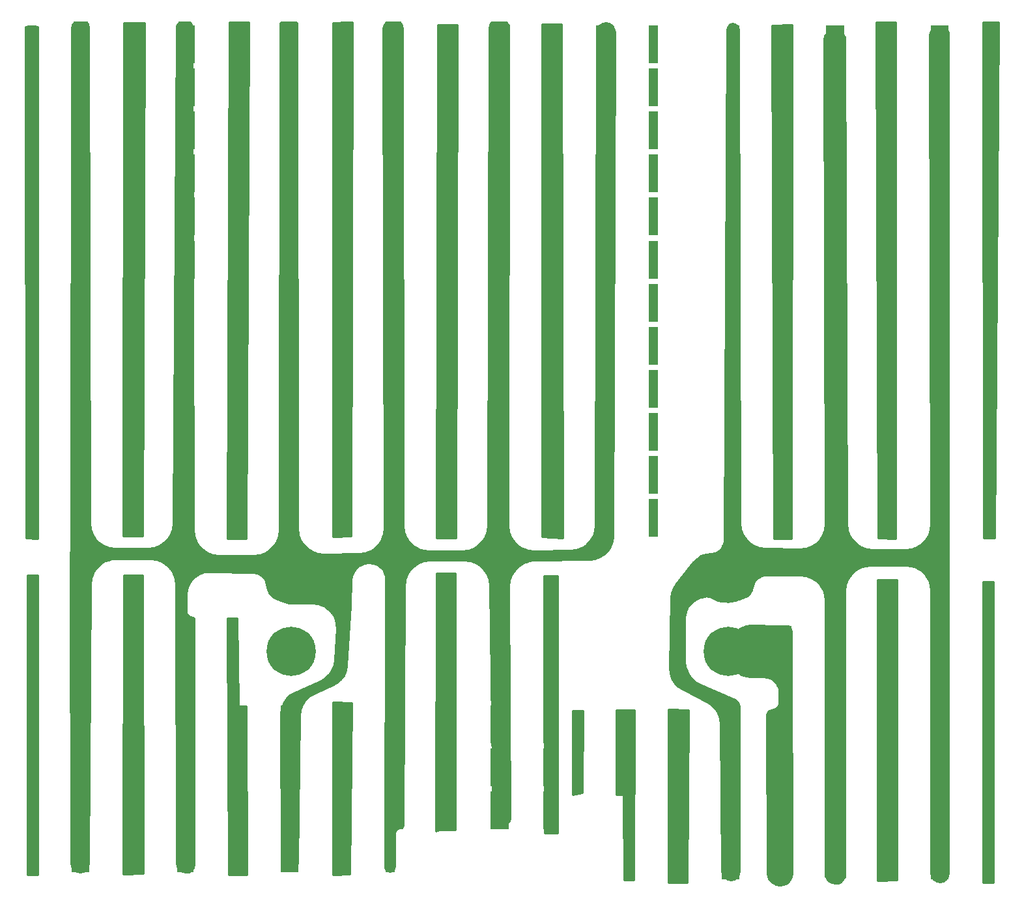
<source format=gbr>
G04 #@! TF.GenerationSoftware,KiCad,Pcbnew,(5.0.0)*
G04 #@! TF.CreationDate,2019-05-02T23:43:43-07:00*
G04 #@! TF.ProjectId,SSB Cap Board - Rev2,5353422043617020426F617264202D20,rev?*
G04 #@! TF.SameCoordinates,Original*
G04 #@! TF.FileFunction,Copper,L1,Top,Signal*
G04 #@! TF.FilePolarity,Positive*
%FSLAX46Y46*%
G04 Gerber Fmt 4.6, Leading zero omitted, Abs format (unit mm)*
G04 Created by KiCad (PCBNEW (5.0.0)) date 05/02/19 23:43:43*
%MOMM*%
%LPD*%
G01*
G04 APERTURE LIST*
G04 #@! TA.AperFunction,SMDPad,CuDef*
%ADD10R,1.250000X5.000000*%
G04 #@! TD*
G04 #@! TA.AperFunction,ComponentPad*
%ADD11C,6.400000*%
G04 #@! TD*
G04 #@! TA.AperFunction,ComponentPad*
%ADD12C,0.800000*%
G04 #@! TD*
G04 #@! TA.AperFunction,ViaPad*
%ADD13C,0.889000*%
G04 #@! TD*
G04 #@! TA.AperFunction,Conductor*
%ADD14C,0.254000*%
G04 #@! TD*
G04 APERTURE END LIST*
D10*
G04 #@! TO.P,C284,1*
G04 #@! TO.N,/C1+*
X12905000Y92205000D03*
G04 #@! TO.P,C284,2*
G04 #@! TO.N,/C1-*
X18605000Y92205000D03*
G04 #@! TD*
G04 #@! TO.P,C292,1*
G04 #@! TO.N,/C1+*
X12905000Y86605000D03*
G04 #@! TO.P,C292,2*
G04 #@! TO.N,/C1-*
X18605000Y86605000D03*
G04 #@! TD*
G04 #@! TO.P,C399,1*
G04 #@! TO.N,/C1+*
X12905000Y97805000D03*
G04 #@! TO.P,C399,2*
G04 #@! TO.N,/C1-*
X18605000Y97805000D03*
G04 #@! TD*
G04 #@! TO.P,C504,2*
G04 #@! TO.N,/C2-*
X8795000Y8495000D03*
G04 #@! TO.P,C504,1*
G04 #@! TO.N,/C2+*
X14495000Y8495000D03*
G04 #@! TD*
G04 #@! TO.P,C456,2*
G04 #@! TO.N,/C2-*
X62105000Y58605000D03*
G04 #@! TO.P,C456,1*
G04 #@! TO.N,/C2+*
X56405000Y58605000D03*
G04 #@! TD*
G04 #@! TO.P,C462,2*
G04 #@! TO.N,/C2-*
X22395000Y8495000D03*
G04 #@! TO.P,C462,1*
G04 #@! TO.N,/C2+*
X28095000Y8495000D03*
G04 #@! TD*
G04 #@! TO.P,C517,2*
G04 #@! TO.N,/C2-*
X22395000Y2895000D03*
G04 #@! TO.P,C517,1*
G04 #@! TO.N,/C2+*
X28095000Y2895000D03*
G04 #@! TD*
G04 #@! TO.P,C477,2*
G04 #@! TO.N,/C2-*
X62105000Y2905000D03*
G04 #@! TO.P,C477,1*
G04 #@! TO.N,/C2+*
X56405000Y2905000D03*
G04 #@! TD*
G04 #@! TO.P,C479,2*
G04 #@! TO.N,/C2-*
X34905000Y-2695000D03*
G04 #@! TO.P,C479,1*
G04 #@! TO.N,/C2+*
X29205000Y-2695000D03*
G04 #@! TD*
G04 #@! TO.P,C578,2*
G04 #@! TO.N,/C2-*
X62105000Y8505000D03*
G04 #@! TO.P,C578,1*
G04 #@! TO.N,/C2+*
X56405000Y8505000D03*
G04 #@! TD*
G04 #@! TO.P,C577,1*
G04 #@! TO.N,/C2+*
X15505000Y-2695000D03*
G04 #@! TO.P,C577,2*
G04 #@! TO.N,/C2-*
X21205000Y-2695000D03*
G04 #@! TD*
G04 #@! TO.P,C576,2*
G04 #@! TO.N,/C2-*
X62105000Y-2695000D03*
G04 #@! TO.P,C576,1*
G04 #@! TO.N,/C2+*
X56405000Y-2695000D03*
G04 #@! TD*
G04 #@! TO.P,C570,2*
G04 #@! TO.N,/C2-*
X34905000Y2905000D03*
G04 #@! TO.P,C570,1*
G04 #@! TO.N,/C2+*
X29205000Y2905000D03*
G04 #@! TD*
G04 #@! TO.P,C568,2*
G04 #@! TO.N,/C2-*
X62105000Y14105000D03*
G04 #@! TO.P,C568,1*
G04 #@! TO.N,/C2+*
X56405000Y14105000D03*
G04 #@! TD*
G04 #@! TO.P,C567,1*
G04 #@! TO.N,/C2+*
X15505000Y2905000D03*
G04 #@! TO.P,C567,2*
G04 #@! TO.N,/C2-*
X21205000Y2905000D03*
G04 #@! TD*
G04 #@! TO.P,C566,2*
G04 #@! TO.N,/C2-*
X22395000Y14095000D03*
G04 #@! TO.P,C566,1*
G04 #@! TO.N,/C2+*
X28095000Y14095000D03*
G04 #@! TD*
G04 #@! TO.P,C573,2*
G04 #@! TO.N,/C2-*
X62105000Y53005000D03*
G04 #@! TO.P,C573,1*
G04 #@! TO.N,/C2+*
X56405000Y53005000D03*
G04 #@! TD*
G04 #@! TO.P,C597,2*
G04 #@! TO.N,/C2-*
X34905000Y8505000D03*
G04 #@! TO.P,C597,1*
G04 #@! TO.N,/C2+*
X29205000Y8505000D03*
G04 #@! TD*
G04 #@! TO.P,C596,1*
G04 #@! TO.N,/C2+*
X14495000Y14095000D03*
G04 #@! TO.P,C596,2*
G04 #@! TO.N,/C2-*
X8795000Y14095000D03*
G04 #@! TD*
G04 #@! TO.P,C595,2*
G04 #@! TO.N,/C2-*
X62105000Y19705000D03*
G04 #@! TO.P,C595,1*
G04 #@! TO.N,/C2+*
X56405000Y19705000D03*
G04 #@! TD*
G04 #@! TO.P,C594,1*
G04 #@! TO.N,/C2+*
X15505000Y8505000D03*
G04 #@! TO.P,C594,2*
G04 #@! TO.N,/C2-*
X21205000Y8505000D03*
G04 #@! TD*
G04 #@! TO.P,C593,2*
G04 #@! TO.N,/C2-*
X34905000Y14105000D03*
G04 #@! TO.P,C593,1*
G04 #@! TO.N,/C2+*
X29205000Y14105000D03*
G04 #@! TD*
G04 #@! TO.P,C588,2*
G04 #@! TO.N,/C2-*
X49595000Y92195000D03*
G04 #@! TO.P,C588,1*
G04 #@! TO.N,/C2+*
X55295000Y92195000D03*
G04 #@! TD*
G04 #@! TO.P,C585,1*
G04 #@! TO.N,/C2+*
X28095000Y-2705000D03*
G04 #@! TO.P,C585,2*
G04 #@! TO.N,/C2-*
X22395000Y-2705000D03*
G04 #@! TD*
G04 #@! TO.P,C584,2*
G04 #@! TO.N,/C2-*
X62105000Y25305000D03*
G04 #@! TO.P,C584,1*
G04 #@! TO.N,/C2+*
X56405000Y25305000D03*
G04 #@! TD*
G04 #@! TO.P,C583,1*
G04 #@! TO.N,/C2+*
X15505000Y14105000D03*
G04 #@! TO.P,C583,2*
G04 #@! TO.N,/C2-*
X21205000Y14105000D03*
G04 #@! TD*
G04 #@! TO.P,C591,2*
G04 #@! TO.N,/C2-*
X35995000Y25295000D03*
G04 #@! TO.P,C591,1*
G04 #@! TO.N,/C2+*
X41695000Y25295000D03*
G04 #@! TD*
G04 #@! TO.P,C590,2*
G04 #@! TO.N,/C2-*
X62105000Y64205000D03*
G04 #@! TO.P,C590,1*
G04 #@! TO.N,/C2+*
X56405000Y64205000D03*
G04 #@! TD*
G04 #@! TO.P,C542,2*
G04 #@! TO.N,/C2-*
X48505000Y69805000D03*
G04 #@! TO.P,C542,1*
G04 #@! TO.N,/C2+*
X42805000Y69805000D03*
G04 #@! TD*
G04 #@! TO.P,C540,2*
G04 #@! TO.N,/C2-*
X48505000Y30905000D03*
G04 #@! TO.P,C540,1*
G04 #@! TO.N,/C2+*
X42805000Y30905000D03*
G04 #@! TD*
G04 #@! TO.P,C537,1*
G04 #@! TO.N,/C2+*
X55295000Y25295000D03*
G04 #@! TO.P,C537,2*
G04 #@! TO.N,/C2-*
X49595000Y25295000D03*
G04 #@! TD*
G04 #@! TO.P,C536,2*
G04 #@! TO.N,/C2-*
X49595000Y30895000D03*
G04 #@! TO.P,C536,1*
G04 #@! TO.N,/C2+*
X55295000Y30895000D03*
G04 #@! TD*
G04 #@! TO.P,C534,2*
G04 #@! TO.N,/C2-*
X62105000Y69805000D03*
G04 #@! TO.P,C534,1*
G04 #@! TO.N,/C2+*
X56405000Y69805000D03*
G04 #@! TD*
G04 #@! TO.P,C532,2*
G04 #@! TO.N,/C2-*
X49595000Y80995000D03*
G04 #@! TO.P,C532,1*
G04 #@! TO.N,/C2+*
X55295000Y80995000D03*
G04 #@! TD*
G04 #@! TO.P,C530,2*
G04 #@! TO.N,/C2-*
X48505000Y47405000D03*
G04 #@! TO.P,C530,1*
G04 #@! TO.N,/C2+*
X42805000Y47405000D03*
G04 #@! TD*
G04 #@! TO.P,C528,2*
G04 #@! TO.N,/C2-*
X35995000Y97795000D03*
G04 #@! TO.P,C528,1*
G04 #@! TO.N,/C2+*
X41695000Y97795000D03*
G04 #@! TD*
G04 #@! TO.P,C527,1*
G04 #@! TO.N,/C2+*
X41695000Y19695000D03*
G04 #@! TO.P,C527,2*
G04 #@! TO.N,/C2-*
X35995000Y19695000D03*
G04 #@! TD*
G04 #@! TO.P,C564,2*
G04 #@! TO.N,/C2-*
X49595000Y19695000D03*
G04 #@! TO.P,C564,1*
G04 #@! TO.N,/C2+*
X55295000Y19695000D03*
G04 #@! TD*
G04 #@! TO.P,C535,1*
G04 #@! TO.N,/C2+*
X42805000Y-2695000D03*
G04 #@! TO.P,C535,2*
G04 #@! TO.N,/C2-*
X48505000Y-2695000D03*
G04 #@! TD*
G04 #@! TO.P,C562,2*
G04 #@! TO.N,/C2-*
X62105000Y75405000D03*
G04 #@! TO.P,C562,1*
G04 #@! TO.N,/C2+*
X56405000Y75405000D03*
G04 #@! TD*
G04 #@! TO.P,C560,2*
G04 #@! TO.N,/C2-*
X49595000Y75395000D03*
G04 #@! TO.P,C560,1*
G04 #@! TO.N,/C2+*
X55295000Y75395000D03*
G04 #@! TD*
G04 #@! TO.P,C558,2*
G04 #@! TO.N,/C2-*
X48505000Y53005000D03*
G04 #@! TO.P,C558,1*
G04 #@! TO.N,/C2+*
X42805000Y53005000D03*
G04 #@! TD*
G04 #@! TO.P,C556,2*
G04 #@! TO.N,/C2-*
X35995000Y103395000D03*
G04 #@! TO.P,C556,1*
G04 #@! TO.N,/C2+*
X41695000Y103395000D03*
G04 #@! TD*
G04 #@! TO.P,C592,1*
G04 #@! TO.N,/C2+*
X41695000Y14095000D03*
G04 #@! TO.P,C592,2*
G04 #@! TO.N,/C2-*
X35995000Y14095000D03*
G04 #@! TD*
G04 #@! TO.P,C544,2*
G04 #@! TO.N,/C2-*
X34905000Y103405000D03*
G04 #@! TO.P,C544,1*
G04 #@! TO.N,/C2+*
X29205000Y103405000D03*
G04 #@! TD*
G04 #@! TO.P,C553,1*
G04 #@! TO.N,/C2+*
X55295000Y14095000D03*
G04 #@! TO.P,C553,2*
G04 #@! TO.N,/C2-*
X49595000Y14095000D03*
G04 #@! TD*
G04 #@! TO.P,C552,2*
G04 #@! TO.N,/C2-*
X48505000Y2905000D03*
G04 #@! TO.P,C552,1*
G04 #@! TO.N,/C2+*
X42805000Y2905000D03*
G04 #@! TD*
G04 #@! TO.P,C551,1*
G04 #@! TO.N,/C2+*
X56405000Y81005000D03*
G04 #@! TO.P,C551,2*
G04 #@! TO.N,/C2-*
X62105000Y81005000D03*
G04 #@! TD*
G04 #@! TO.P,C550,2*
G04 #@! TO.N,/C2-*
X49595000Y69795000D03*
G04 #@! TO.P,C550,1*
G04 #@! TO.N,/C2+*
X55295000Y69795000D03*
G04 #@! TD*
G04 #@! TO.P,C548,2*
G04 #@! TO.N,/C2-*
X48505000Y58605000D03*
G04 #@! TO.P,C548,1*
G04 #@! TO.N,/C2+*
X42805000Y58605000D03*
G04 #@! TD*
G04 #@! TO.P,C546,2*
G04 #@! TO.N,/C2-*
X35995000Y92195000D03*
G04 #@! TO.P,C546,1*
G04 #@! TO.N,/C2+*
X41695000Y92195000D03*
G04 #@! TD*
G04 #@! TO.P,C545,1*
G04 #@! TO.N,/C2+*
X41695000Y8495000D03*
G04 #@! TO.P,C545,2*
G04 #@! TO.N,/C2-*
X35995000Y8495000D03*
G04 #@! TD*
G04 #@! TO.P,C554,2*
G04 #@! TO.N,/C2-*
X34905000Y41805000D03*
G04 #@! TO.P,C554,1*
G04 #@! TO.N,/C2+*
X29205000Y41805000D03*
G04 #@! TD*
G04 #@! TO.P,C432,1*
G04 #@! TO.N,/C2+*
X55295000Y8495000D03*
G04 #@! TO.P,C432,2*
G04 #@! TO.N,/C2-*
X49595000Y8495000D03*
G04 #@! TD*
G04 #@! TO.P,C599,2*
G04 #@! TO.N,/C2-*
X34905000Y97805000D03*
G04 #@! TO.P,C599,1*
G04 #@! TO.N,/C2+*
X29205000Y97805000D03*
G04 #@! TD*
G04 #@! TO.P,C429,1*
G04 #@! TO.N,/C2+*
X56405000Y86605000D03*
G04 #@! TO.P,C429,2*
G04 #@! TO.N,/C2-*
X62105000Y86605000D03*
G04 #@! TD*
G04 #@! TO.P,C428,2*
G04 #@! TO.N,/C2-*
X49595000Y64195000D03*
G04 #@! TO.P,C428,1*
G04 #@! TO.N,/C2+*
X55295000Y64195000D03*
G04 #@! TD*
G04 #@! TO.P,C427,1*
G04 #@! TO.N,/C2+*
X42805000Y64205000D03*
G04 #@! TO.P,C427,2*
G04 #@! TO.N,/C2-*
X48505000Y64205000D03*
G04 #@! TD*
G04 #@! TO.P,C425,1*
G04 #@! TO.N,/C2+*
X41695000Y86595000D03*
G04 #@! TO.P,C425,2*
G04 #@! TO.N,/C2-*
X35995000Y86595000D03*
G04 #@! TD*
G04 #@! TO.P,C415,2*
G04 #@! TO.N,/C2-*
X35995000Y2895000D03*
G04 #@! TO.P,C415,1*
G04 #@! TO.N,/C2+*
X41695000Y2895000D03*
G04 #@! TD*
G04 #@! TO.P,C450,1*
G04 #@! TO.N,/C2+*
X29205000Y47405000D03*
G04 #@! TO.P,C450,2*
G04 #@! TO.N,/C2-*
X34905000Y47405000D03*
G04 #@! TD*
G04 #@! TO.P,C422,2*
G04 #@! TO.N,/C2-*
X49595000Y2895000D03*
G04 #@! TO.P,C422,1*
G04 #@! TO.N,/C2+*
X55295000Y2895000D03*
G04 #@! TD*
G04 #@! TO.P,C413,1*
G04 #@! TO.N,/C2+*
X42805000Y14105000D03*
G04 #@! TO.P,C413,2*
G04 #@! TO.N,/C2-*
X48505000Y14105000D03*
G04 #@! TD*
G04 #@! TO.P,C420,2*
G04 #@! TO.N,/C2-*
X62105000Y92205000D03*
G04 #@! TO.P,C420,1*
G04 #@! TO.N,/C2+*
X56405000Y92205000D03*
G04 #@! TD*
G04 #@! TO.P,C419,1*
G04 #@! TO.N,/C2+*
X55295000Y58595000D03*
G04 #@! TO.P,C419,2*
G04 #@! TO.N,/C2-*
X49595000Y58595000D03*
G04 #@! TD*
G04 #@! TO.P,C418,2*
G04 #@! TO.N,/C2-*
X49595000Y86595000D03*
G04 #@! TO.P,C418,1*
G04 #@! TO.N,/C2+*
X55295000Y86595000D03*
G04 #@! TD*
G04 #@! TO.P,C417,1*
G04 #@! TO.N,/C2+*
X41695000Y80995000D03*
G04 #@! TO.P,C417,2*
G04 #@! TO.N,/C2-*
X35995000Y80995000D03*
G04 #@! TD*
G04 #@! TO.P,C416,2*
G04 #@! TO.N,/C2-*
X35995000Y-2705000D03*
G04 #@! TO.P,C416,1*
G04 #@! TO.N,/C2+*
X41695000Y-2705000D03*
G04 #@! TD*
G04 #@! TO.P,C424,1*
G04 #@! TO.N,/C2+*
X29205000Y53005000D03*
G04 #@! TO.P,C424,2*
G04 #@! TO.N,/C2-*
X34905000Y53005000D03*
G04 #@! TD*
G04 #@! TO.P,C423,2*
G04 #@! TO.N,/C2-*
X49595000Y-2705000D03*
G04 #@! TO.P,C423,1*
G04 #@! TO.N,/C2+*
X55295000Y-2705000D03*
G04 #@! TD*
G04 #@! TO.P,C421,1*
G04 #@! TO.N,/C2+*
X42805000Y19705000D03*
G04 #@! TO.P,C421,2*
G04 #@! TO.N,/C2-*
X48505000Y19705000D03*
G04 #@! TD*
G04 #@! TO.P,C447,2*
G04 #@! TO.N,/C2-*
X62105000Y97805000D03*
G04 #@! TO.P,C447,1*
G04 #@! TO.N,/C2+*
X56405000Y97805000D03*
G04 #@! TD*
G04 #@! TO.P,C446,1*
G04 #@! TO.N,/C2+*
X55295000Y52995000D03*
G04 #@! TO.P,C446,2*
G04 #@! TO.N,/C2-*
X49595000Y52995000D03*
G04 #@! TD*
G04 #@! TO.P,C445,2*
G04 #@! TO.N,/C2-*
X48505000Y75405000D03*
G04 #@! TO.P,C445,1*
G04 #@! TO.N,/C2+*
X42805000Y75405000D03*
G04 #@! TD*
G04 #@! TO.P,C444,1*
G04 #@! TO.N,/C2+*
X41695000Y75395000D03*
G04 #@! TO.P,C444,2*
G04 #@! TO.N,/C2-*
X35995000Y75395000D03*
G04 #@! TD*
G04 #@! TO.P,C433,2*
G04 #@! TO.N,/C2-*
X34905000Y58605000D03*
G04 #@! TO.P,C433,1*
G04 #@! TO.N,/C2+*
X29205000Y58605000D03*
G04 #@! TD*
G04 #@! TO.P,C442,1*
G04 #@! TO.N,/C2+*
X56405000Y30905000D03*
G04 #@! TO.P,C442,2*
G04 #@! TO.N,/C2-*
X62105000Y30905000D03*
G04 #@! TD*
G04 #@! TO.P,C555,2*
G04 #@! TO.N,/C2-*
X62105000Y103405000D03*
G04 #@! TO.P,C555,1*
G04 #@! TO.N,/C2+*
X56405000Y103405000D03*
G04 #@! TD*
G04 #@! TO.P,C430,1*
G04 #@! TO.N,/C2+*
X55295000Y97795000D03*
G04 #@! TO.P,C430,2*
G04 #@! TO.N,/C2-*
X49595000Y97795000D03*
G04 #@! TD*
G04 #@! TO.P,C439,2*
G04 #@! TO.N,/C2-*
X49595000Y47395000D03*
G04 #@! TO.P,C439,1*
G04 #@! TO.N,/C2+*
X55295000Y47395000D03*
G04 #@! TD*
G04 #@! TO.P,C438,1*
G04 #@! TO.N,/C2+*
X42805000Y81005000D03*
G04 #@! TO.P,C438,2*
G04 #@! TO.N,/C2-*
X48505000Y81005000D03*
G04 #@! TD*
G04 #@! TO.P,C437,2*
G04 #@! TO.N,/C2-*
X35995000Y69795000D03*
G04 #@! TO.P,C437,1*
G04 #@! TO.N,/C2+*
X41695000Y69795000D03*
G04 #@! TD*
G04 #@! TO.P,C436,1*
G04 #@! TO.N,/C2+*
X29205000Y64205000D03*
G04 #@! TO.P,C436,2*
G04 #@! TO.N,/C2-*
X34905000Y64205000D03*
G04 #@! TD*
G04 #@! TO.P,C435,2*
G04 #@! TO.N,/C2-*
X48505000Y25305000D03*
G04 #@! TO.P,C435,1*
G04 #@! TO.N,/C2+*
X42805000Y25305000D03*
G04 #@! TD*
G04 #@! TO.P,C434,1*
G04 #@! TO.N,/C2+*
X55295000Y103395000D03*
G04 #@! TO.P,C434,2*
G04 #@! TO.N,/C2-*
X49595000Y103395000D03*
G04 #@! TD*
G04 #@! TO.P,C443,2*
G04 #@! TO.N,/C2-*
X48505000Y97805000D03*
G04 #@! TO.P,C443,1*
G04 #@! TO.N,/C2+*
X42805000Y97805000D03*
G04 #@! TD*
G04 #@! TO.P,C441,1*
G04 #@! TO.N,/C2+*
X42805000Y86605000D03*
G04 #@! TO.P,C441,2*
G04 #@! TO.N,/C2-*
X48505000Y86605000D03*
G04 #@! TD*
G04 #@! TO.P,C431,2*
G04 #@! TO.N,/C2-*
X35995000Y64195000D03*
G04 #@! TO.P,C431,1*
G04 #@! TO.N,/C2+*
X41695000Y64195000D03*
G04 #@! TD*
G04 #@! TO.P,C440,1*
G04 #@! TO.N,/C2+*
X29205000Y69805000D03*
G04 #@! TO.P,C440,2*
G04 #@! TO.N,/C2-*
X34905000Y69805000D03*
G04 #@! TD*
G04 #@! TO.P,C451,2*
G04 #@! TO.N,/C2-*
X62105000Y47405000D03*
G04 #@! TO.P,C451,1*
G04 #@! TO.N,/C2+*
X56405000Y47405000D03*
G04 #@! TD*
G04 #@! TO.P,C448,1*
G04 #@! TO.N,/C2+*
X42805000Y92205000D03*
G04 #@! TO.P,C448,2*
G04 #@! TO.N,/C2-*
X48505000Y92205000D03*
G04 #@! TD*
G04 #@! TO.P,C411,2*
G04 #@! TO.N,/C2-*
X62105000Y41805000D03*
G04 #@! TO.P,C411,1*
G04 #@! TO.N,/C2+*
X56405000Y41805000D03*
G04 #@! TD*
G04 #@! TO.P,C410,1*
G04 #@! TO.N,/C2+*
X41695000Y58595000D03*
G04 #@! TO.P,C410,2*
G04 #@! TO.N,/C2-*
X35995000Y58595000D03*
G04 #@! TD*
G04 #@! TO.P,C409,2*
G04 #@! TO.N,/C2-*
X34905000Y75405000D03*
G04 #@! TO.P,C409,1*
G04 #@! TO.N,/C2+*
X29205000Y75405000D03*
G04 #@! TD*
G04 #@! TO.P,C408,1*
G04 #@! TO.N,/C2+*
X42805000Y103405000D03*
G04 #@! TO.P,C408,2*
G04 #@! TO.N,/C2-*
X48505000Y103405000D03*
G04 #@! TD*
G04 #@! TO.P,C407,2*
G04 #@! TO.N,/C2-*
X49595000Y41795000D03*
G04 #@! TO.P,C407,1*
G04 #@! TO.N,/C2+*
X55295000Y41795000D03*
G04 #@! TD*
G04 #@! TO.P,C406,1*
G04 #@! TO.N,/C2+*
X41695000Y52995000D03*
G04 #@! TO.P,C406,2*
G04 #@! TO.N,/C2-*
X35995000Y52995000D03*
G04 #@! TD*
G04 #@! TO.P,C404,2*
G04 #@! TO.N,/C2-*
X34905000Y81005000D03*
G04 #@! TO.P,C404,1*
G04 #@! TO.N,/C2+*
X29205000Y81005000D03*
G04 #@! TD*
G04 #@! TO.P,C403,1*
G04 #@! TO.N,/C2+*
X42805000Y41805000D03*
G04 #@! TO.P,C403,2*
G04 #@! TO.N,/C2-*
X48505000Y41805000D03*
G04 #@! TD*
G04 #@! TO.P,C402,2*
G04 #@! TO.N,/C2-*
X35995000Y47395000D03*
G04 #@! TO.P,C402,1*
G04 #@! TO.N,/C2+*
X41695000Y47395000D03*
G04 #@! TD*
G04 #@! TO.P,C401,1*
G04 #@! TO.N,/C2+*
X29205000Y86605000D03*
G04 #@! TO.P,C401,2*
G04 #@! TO.N,/C2-*
X34905000Y86605000D03*
G04 #@! TD*
G04 #@! TO.P,C414,2*
G04 #@! TO.N,/C2-*
X35995000Y41795000D03*
G04 #@! TO.P,C414,1*
G04 #@! TO.N,/C2+*
X41695000Y41795000D03*
G04 #@! TD*
G04 #@! TO.P,C412,1*
G04 #@! TO.N,/C2+*
X29205000Y92205000D03*
G04 #@! TO.P,C412,2*
G04 #@! TO.N,/C2-*
X34905000Y92205000D03*
G04 #@! TD*
G04 #@! TO.P,C405,2*
G04 #@! TO.N,/C2-*
X48505000Y8505000D03*
G04 #@! TO.P,C405,1*
G04 #@! TO.N,/C2+*
X42805000Y8505000D03*
G04 #@! TD*
G04 #@! TO.P,C291,2*
G04 #@! TO.N,/C1-*
X18605000Y81005000D03*
G04 #@! TO.P,C291,1*
G04 #@! TO.N,/C1+*
X12905000Y81005000D03*
G04 #@! TD*
G04 #@! TO.P,C237,1*
G04 #@! TO.N,/C1+*
X12905000Y75405000D03*
G04 #@! TO.P,C237,2*
G04 #@! TO.N,/C1-*
X18605000Y75405000D03*
G04 #@! TD*
G04 #@! TO.P,C52,1*
G04 #@! TO.N,/C1+*
X12905000Y53005000D03*
G04 #@! TO.P,C52,2*
G04 #@! TO.N,/C1-*
X18605000Y53005000D03*
G04 #@! TD*
G04 #@! TO.P,C97,1*
G04 #@! TO.N,/C1+*
X12905000Y47405000D03*
G04 #@! TO.P,C97,2*
G04 #@! TO.N,/C1-*
X18605000Y47405000D03*
G04 #@! TD*
G04 #@! TO.P,C21,1*
G04 #@! TO.N,/C1+*
X12905000Y41805000D03*
G04 #@! TO.P,C21,2*
G04 #@! TO.N,/C1-*
X18605000Y41805000D03*
G04 #@! TD*
G04 #@! TO.P,C120,1*
G04 #@! TO.N,/C1+*
X12905000Y69805000D03*
G04 #@! TO.P,C120,2*
G04 #@! TO.N,/C1-*
X18605000Y69805000D03*
G04 #@! TD*
G04 #@! TO.P,C303,2*
G04 #@! TO.N,/C1-*
X18605000Y58605000D03*
G04 #@! TO.P,C303,1*
G04 #@! TO.N,/C1+*
X12905000Y58605000D03*
G04 #@! TD*
G04 #@! TO.P,C394,1*
G04 #@! TO.N,/C1+*
X12905000Y64205000D03*
G04 #@! TO.P,C394,2*
G04 #@! TO.N,/C1-*
X18605000Y64205000D03*
G04 #@! TD*
G04 #@! TO.P,C343,1*
G04 #@! TO.N,/C1+*
X-42805000Y31795000D03*
G04 #@! TO.P,C343,2*
G04 #@! TO.N,/C1-*
X-48505000Y31795000D03*
G04 #@! TD*
G04 #@! TO.P,C1,1*
G04 #@! TO.N,/C1+*
X-42805000Y52995000D03*
G04 #@! TO.P,C1,2*
G04 #@! TO.N,/C1-*
X-48505000Y52995000D03*
G04 #@! TD*
G04 #@! TO.P,C273,1*
G04 #@! TO.N,/C1+*
X-55295000Y9405000D03*
G04 #@! TO.P,C273,2*
G04 #@! TO.N,/C1-*
X-49595000Y9405000D03*
G04 #@! TD*
G04 #@! TO.P,C264,1*
G04 #@! TO.N,/C1+*
X-14495000Y3805000D03*
G04 #@! TO.P,C264,2*
G04 #@! TO.N,/C1-*
X-8795000Y3805000D03*
G04 #@! TD*
G04 #@! TO.P,C262,1*
G04 #@! TO.N,/C1+*
X-56405000Y26195000D03*
G04 #@! TO.P,C262,2*
G04 #@! TO.N,/C1-*
X-62105000Y26195000D03*
G04 #@! TD*
G04 #@! TO.P,C261,1*
G04 #@! TO.N,/C1+*
X-55295000Y-1795000D03*
G04 #@! TO.P,C261,2*
G04 #@! TO.N,/C1-*
X-49595000Y-1795000D03*
G04 #@! TD*
G04 #@! TO.P,C260,1*
G04 #@! TO.N,/C1+*
X-29205000Y9395000D03*
G04 #@! TO.P,C260,2*
G04 #@! TO.N,/C1-*
X-34905000Y9395000D03*
G04 #@! TD*
G04 #@! TO.P,C259,1*
G04 #@! TO.N,/C1+*
X-42705000Y14995000D03*
G04 #@! TO.P,C259,2*
G04 #@! TO.N,/C1-*
X-48405000Y14995000D03*
G04 #@! TD*
G04 #@! TO.P,C258,1*
G04 #@! TO.N,/C1+*
X-41695000Y20605000D03*
G04 #@! TO.P,C258,2*
G04 #@! TO.N,/C1-*
X-35995000Y20605000D03*
G04 #@! TD*
G04 #@! TO.P,C257,1*
G04 #@! TO.N,/C1+*
X-28095000Y-1795000D03*
G04 #@! TO.P,C257,2*
G04 #@! TO.N,/C1-*
X-22395000Y-1795000D03*
G04 #@! TD*
G04 #@! TO.P,C314,1*
G04 #@! TO.N,/C1+*
X-56405000Y20595000D03*
G04 #@! TO.P,C314,2*
G04 #@! TO.N,/C1-*
X-62105000Y20595000D03*
G04 #@! TD*
G04 #@! TO.P,C266,1*
G04 #@! TO.N,/C1+*
X-55295000Y3805000D03*
G04 #@! TO.P,C266,2*
G04 #@! TO.N,/C1-*
X-49595000Y3805000D03*
G04 #@! TD*
G04 #@! TO.P,C265,1*
G04 #@! TO.N,/C1+*
X-29205000Y3795000D03*
G04 #@! TO.P,C265,2*
G04 #@! TO.N,/C1-*
X-34905000Y3795000D03*
G04 #@! TD*
G04 #@! TO.P,C311,1*
G04 #@! TO.N,/C1+*
X-42705000Y9395000D03*
G04 #@! TO.P,C311,2*
G04 #@! TO.N,/C1-*
X-48405000Y9395000D03*
G04 #@! TD*
G04 #@! TO.P,C310,1*
G04 #@! TO.N,/C1+*
X-41695000Y26205000D03*
G04 #@! TO.P,C310,2*
G04 #@! TO.N,/C1-*
X-35995000Y26205000D03*
G04 #@! TD*
G04 #@! TO.P,C309,1*
G04 #@! TO.N,/C1+*
X-28095000Y3805000D03*
G04 #@! TO.P,C309,2*
G04 #@! TO.N,/C1-*
X-22395000Y3805000D03*
G04 #@! TD*
G04 #@! TO.P,C308,1*
G04 #@! TO.N,/C1+*
X-56405000Y86595000D03*
G04 #@! TO.P,C308,2*
G04 #@! TO.N,/C1-*
X-62105000Y86595000D03*
G04 #@! TD*
G04 #@! TO.P,C304,1*
G04 #@! TO.N,/C1+*
X-56405000Y14995000D03*
G04 #@! TO.P,C304,2*
G04 #@! TO.N,/C1-*
X-62105000Y14995000D03*
G04 #@! TD*
G04 #@! TO.P,C302,1*
G04 #@! TO.N,/C1+*
X-29205000Y-1805000D03*
G04 #@! TO.P,C302,2*
G04 #@! TO.N,/C1-*
X-34905000Y-1805000D03*
G04 #@! TD*
G04 #@! TO.P,C301,1*
G04 #@! TO.N,/C1+*
X-42705000Y3795000D03*
G04 #@! TO.P,C301,2*
G04 #@! TO.N,/C1-*
X-48405000Y3795000D03*
G04 #@! TD*
G04 #@! TO.P,C283,1*
G04 #@! TO.N,/C1+*
X-41695000Y-1795000D03*
G04 #@! TO.P,C283,2*
G04 #@! TO.N,/C1-*
X-35995000Y-1795000D03*
G04 #@! TD*
G04 #@! TO.P,C282,1*
G04 #@! TO.N,/C1+*
X-56405000Y80995000D03*
G04 #@! TO.P,C282,2*
G04 #@! TO.N,/C1-*
X-62105000Y80995000D03*
G04 #@! TD*
G04 #@! TO.P,C295,1*
G04 #@! TO.N,/C1+*
X-56405000Y9395000D03*
G04 #@! TO.P,C295,2*
G04 #@! TO.N,/C1-*
X-62105000Y9395000D03*
G04 #@! TD*
G04 #@! TO.P,C294,1*
G04 #@! TO.N,/C1+*
X-55295000Y15005000D03*
G04 #@! TO.P,C294,2*
G04 #@! TO.N,/C1-*
X-49595000Y15005000D03*
G04 #@! TD*
G04 #@! TO.P,C293,1*
G04 #@! TO.N,/C1+*
X-28095000Y9405000D03*
G04 #@! TO.P,C293,2*
G04 #@! TO.N,/C1-*
X-22395000Y9405000D03*
G04 #@! TD*
G04 #@! TO.P,C289,1*
G04 #@! TO.N,/C1+*
X-56405000Y75395000D03*
G04 #@! TO.P,C289,2*
G04 #@! TO.N,/C1-*
X-62105000Y75395000D03*
G04 #@! TD*
G04 #@! TO.P,C287,1*
G04 #@! TO.N,/C1+*
X-56405000Y3795000D03*
G04 #@! TO.P,C287,2*
G04 #@! TO.N,/C1-*
X-62105000Y3795000D03*
G04 #@! TD*
G04 #@! TO.P,C286,1*
G04 #@! TO.N,/C1+*
X-55295000Y20605000D03*
G04 #@! TO.P,C286,2*
G04 #@! TO.N,/C1-*
X-49595000Y20605000D03*
G04 #@! TD*
G04 #@! TO.P,C285,1*
G04 #@! TO.N,/C1+*
X-28095000Y15105000D03*
G04 #@! TO.P,C285,2*
G04 #@! TO.N,/C1-*
X-22395000Y15105000D03*
G04 #@! TD*
G04 #@! TO.P,C299,1*
G04 #@! TO.N,/C1+*
X-14495000Y9405000D03*
G04 #@! TO.P,C299,2*
G04 #@! TO.N,/C1-*
X-8795000Y9405000D03*
G04 #@! TD*
G04 #@! TO.P,C298,1*
G04 #@! TO.N,/C1+*
X-795000Y3805000D03*
G04 #@! TO.P,C298,2*
G04 #@! TO.N,/C1-*
X4905000Y3805000D03*
G04 #@! TD*
G04 #@! TO.P,C281,1*
G04 #@! TO.N,/C1+*
X-56405000Y69795000D03*
G04 #@! TO.P,C281,2*
G04 #@! TO.N,/C1-*
X-62105000Y69795000D03*
G04 #@! TD*
G04 #@! TO.P,C296,1*
G04 #@! TO.N,/C1+*
X-56405000Y-1805000D03*
G04 #@! TO.P,C296,2*
G04 #@! TO.N,/C1-*
X-62105000Y-1805000D03*
G04 #@! TD*
G04 #@! TO.P,C377,1*
G04 #@! TO.N,/C1+*
X-55295000Y26205000D03*
G04 #@! TO.P,C377,2*
G04 #@! TO.N,/C1-*
X-49595000Y26205000D03*
G04 #@! TD*
G04 #@! TO.P,C398,1*
G04 #@! TO.N,/C1+*
X-14495000Y15005000D03*
G04 #@! TO.P,C398,2*
G04 #@! TO.N,/C1-*
X-8795000Y15005000D03*
G04 #@! TD*
G04 #@! TO.P,C397,1*
G04 #@! TO.N,/C1+*
X-795000Y9405000D03*
G04 #@! TO.P,C397,2*
G04 #@! TO.N,/C1-*
X4905000Y9405000D03*
G04 #@! TD*
G04 #@! TO.P,C396,1*
G04 #@! TO.N,/C1+*
X-56405000Y64195000D03*
G04 #@! TO.P,C396,2*
G04 #@! TO.N,/C1-*
X-62105000Y64195000D03*
G04 #@! TD*
G04 #@! TO.P,C395,1*
G04 #@! TO.N,/C1+*
X-55295000Y31805000D03*
G04 #@! TO.P,C395,2*
G04 #@! TO.N,/C1-*
X-49595000Y31805000D03*
G04 #@! TD*
G04 #@! TO.P,C390,1*
G04 #@! TO.N,/C1+*
X-15605000Y14995000D03*
G04 #@! TO.P,C390,2*
G04 #@! TO.N,/C1-*
X-21305000Y14995000D03*
G04 #@! TD*
G04 #@! TO.P,C389,1*
G04 #@! TO.N,/C1+*
X-14495000Y20605000D03*
G04 #@! TO.P,C389,2*
G04 #@! TO.N,/C1-*
X-8795000Y20605000D03*
G04 #@! TD*
G04 #@! TO.P,C388,1*
G04 #@! TO.N,/C1+*
X-795000Y15005000D03*
G04 #@! TO.P,C388,2*
G04 #@! TO.N,/C1-*
X4905000Y15005000D03*
G04 #@! TD*
G04 #@! TO.P,C387,1*
G04 #@! TO.N,/C1+*
X-56405000Y58595000D03*
G04 #@! TO.P,C387,2*
G04 #@! TO.N,/C1-*
X-62105000Y58595000D03*
G04 #@! TD*
G04 #@! TO.P,C386,1*
G04 #@! TO.N,/C1+*
X12905000Y103405000D03*
G04 #@! TO.P,C386,2*
G04 #@! TO.N,/C1-*
X18605000Y103405000D03*
G04 #@! TD*
G04 #@! TO.P,C385,1*
G04 #@! TO.N,/C1+*
X-15605000Y9395000D03*
G04 #@! TO.P,C385,2*
G04 #@! TO.N,/C1-*
X-21305000Y9395000D03*
G04 #@! TD*
G04 #@! TO.P,C384,1*
G04 #@! TO.N,/C1+*
X-14495000Y26205000D03*
G04 #@! TO.P,C384,2*
G04 #@! TO.N,/C1-*
X-8795000Y26205000D03*
G04 #@! TD*
G04 #@! TO.P,C383,1*
G04 #@! TO.N,/C1+*
X-795000Y20605000D03*
G04 #@! TO.P,C383,2*
G04 #@! TO.N,/C1-*
X4905000Y20605000D03*
G04 #@! TD*
G04 #@! TO.P,C382,1*
G04 #@! TO.N,/C1+*
X-56405000Y52995000D03*
G04 #@! TO.P,C382,2*
G04 #@! TO.N,/C1-*
X-62105000Y52995000D03*
G04 #@! TD*
G04 #@! TO.P,C381,1*
G04 #@! TO.N,/C1+*
X-15605000Y3795000D03*
G04 #@! TO.P,C381,2*
G04 #@! TO.N,/C1-*
X-21305000Y3795000D03*
G04 #@! TD*
G04 #@! TO.P,C380,1*
G04 #@! TO.N,/C1+*
X-14495000Y31805000D03*
G04 #@! TO.P,C380,2*
G04 #@! TO.N,/C1-*
X-8795000Y31805000D03*
G04 #@! TD*
G04 #@! TO.P,C379,1*
G04 #@! TO.N,/C1+*
X-795000Y26205000D03*
G04 #@! TO.P,C379,2*
G04 #@! TO.N,/C1-*
X4905000Y26205000D03*
G04 #@! TD*
G04 #@! TO.P,C378,1*
G04 #@! TO.N,/C1+*
X-56405000Y47395000D03*
G04 #@! TO.P,C378,2*
G04 #@! TO.N,/C1-*
X-62105000Y47395000D03*
G04 #@! TD*
G04 #@! TO.P,C392,1*
G04 #@! TO.N,/C1+*
X-795000Y31805000D03*
G04 #@! TO.P,C392,2*
G04 #@! TO.N,/C1-*
X4905000Y31805000D03*
G04 #@! TD*
G04 #@! TO.P,C93,1*
G04 #@! TO.N,/C1+*
X-29205000Y58595000D03*
G04 #@! TO.P,C93,2*
G04 #@! TO.N,/C1-*
X-34905000Y58595000D03*
G04 #@! TD*
G04 #@! TO.P,C92,1*
G04 #@! TO.N,/C1+*
X-41595000Y92205000D03*
G04 #@! TO.P,C92,2*
G04 #@! TO.N,/C1-*
X-35895000Y92205000D03*
G04 #@! TD*
G04 #@! TO.P,C91,1*
G04 #@! TO.N,/C1+*
X-42805000Y47395000D03*
G04 #@! TO.P,C91,2*
G04 #@! TO.N,/C1-*
X-48505000Y47395000D03*
G04 #@! TD*
G04 #@! TO.P,C90,1*
G04 #@! TO.N,/C1+*
X-55295000Y103405000D03*
G04 #@! TO.P,C90,2*
G04 #@! TO.N,/C1-*
X-49595000Y103405000D03*
G04 #@! TD*
G04 #@! TO.P,C89,1*
G04 #@! TO.N,/C1+*
X-28095000Y47405000D03*
G04 #@! TO.P,C89,2*
G04 #@! TO.N,/C1-*
X-22395000Y47405000D03*
G04 #@! TD*
G04 #@! TO.P,C88,1*
G04 #@! TO.N,/C1+*
X-15605000Y92195000D03*
G04 #@! TO.P,C88,2*
G04 #@! TO.N,/C1-*
X-21305000Y92195000D03*
G04 #@! TD*
G04 #@! TO.P,C87,1*
G04 #@! TO.N,/C1+*
X-14495000Y58605000D03*
G04 #@! TO.P,C87,2*
G04 #@! TO.N,/C1-*
X-8795000Y58605000D03*
G04 #@! TD*
G04 #@! TO.P,C86,1*
G04 #@! TO.N,/C1+*
X-1905000Y80995000D03*
G04 #@! TO.P,C86,2*
G04 #@! TO.N,/C1-*
X-7605000Y80995000D03*
G04 #@! TD*
G04 #@! TO.P,C85,1*
G04 #@! TO.N,/C1+*
X-795000Y69805000D03*
G04 #@! TO.P,C85,2*
G04 #@! TO.N,/C1-*
X4905000Y69805000D03*
G04 #@! TD*
G04 #@! TO.P,C84,1*
G04 #@! TO.N,/C1+*
X11795000Y69795000D03*
G04 #@! TO.P,C84,2*
G04 #@! TO.N,/C1-*
X6095000Y69795000D03*
G04 #@! TD*
G04 #@! TO.P,C83,1*
G04 #@! TO.N,/C1+*
X-29205000Y64195000D03*
G04 #@! TO.P,C83,2*
G04 #@! TO.N,/C1-*
X-34905000Y64195000D03*
G04 #@! TD*
G04 #@! TO.P,C82,1*
G04 #@! TO.N,/C1+*
X-41595000Y86605000D03*
G04 #@! TO.P,C82,2*
G04 #@! TO.N,/C1-*
X-35895000Y86605000D03*
G04 #@! TD*
G04 #@! TO.P,C81,1*
G04 #@! TO.N,/C1+*
X-41595000Y81005000D03*
G04 #@! TO.P,C81,2*
G04 #@! TO.N,/C1-*
X-35895000Y81005000D03*
G04 #@! TD*
G04 #@! TO.P,C80,1*
G04 #@! TO.N,/C1+*
X11795000Y64195000D03*
G04 #@! TO.P,C80,2*
G04 #@! TO.N,/C1-*
X6095000Y64195000D03*
G04 #@! TD*
G04 #@! TO.P,C251,1*
G04 #@! TO.N,/C1+*
X-41695000Y3805000D03*
G04 #@! TO.P,C251,2*
G04 #@! TO.N,/C1-*
X-35995000Y3805000D03*
G04 #@! TD*
G04 #@! TO.P,C78,1*
G04 #@! TO.N,/C1+*
X-29205000Y69795000D03*
G04 #@! TO.P,C78,2*
G04 #@! TO.N,/C1-*
X-34905000Y69795000D03*
G04 #@! TD*
G04 #@! TO.P,C77,1*
G04 #@! TO.N,/C1+*
X11795000Y75395000D03*
G04 #@! TO.P,C77,2*
G04 #@! TO.N,/C1-*
X6095000Y75395000D03*
G04 #@! TD*
G04 #@! TO.P,C76,1*
G04 #@! TO.N,/C1+*
X-795000Y64205000D03*
G04 #@! TO.P,C76,2*
G04 #@! TO.N,/C1-*
X4905000Y64205000D03*
G04 #@! TD*
G04 #@! TO.P,C75,1*
G04 #@! TO.N,/C1+*
X-42805000Y58595000D03*
G04 #@! TO.P,C75,2*
G04 #@! TO.N,/C1-*
X-48505000Y58595000D03*
G04 #@! TD*
G04 #@! TO.P,C74,1*
G04 #@! TO.N,/C1+*
X-1905000Y86595000D03*
G04 #@! TO.P,C74,2*
G04 #@! TO.N,/C1-*
X-7605000Y86595000D03*
G04 #@! TD*
G04 #@! TO.P,C73,1*
G04 #@! TO.N,/C1+*
X-14495000Y53005000D03*
G04 #@! TO.P,C73,2*
G04 #@! TO.N,/C1-*
X-8795000Y53005000D03*
G04 #@! TD*
G04 #@! TO.P,C72,1*
G04 #@! TO.N,/C1+*
X-15605000Y97795000D03*
G04 #@! TO.P,C72,2*
G04 #@! TO.N,/C1-*
X-21305000Y97795000D03*
G04 #@! TD*
G04 #@! TO.P,C71,1*
G04 #@! TO.N,/C1+*
X-1905000Y3795000D03*
G04 #@! TO.P,C71,2*
G04 #@! TO.N,/C1-*
X-7605000Y3795000D03*
G04 #@! TD*
G04 #@! TO.P,C70,1*
G04 #@! TO.N,/C1+*
X-55295000Y97805000D03*
G04 #@! TO.P,C70,2*
G04 #@! TO.N,/C1-*
X-49595000Y97805000D03*
G04 #@! TD*
G04 #@! TO.P,C68,1*
G04 #@! TO.N,/C1+*
X-28095000Y41805000D03*
G04 #@! TO.P,C68,2*
G04 #@! TO.N,/C1-*
X-22395000Y41805000D03*
G04 #@! TD*
G04 #@! TO.P,C252,1*
G04 #@! TO.N,/C1+*
X-56405000Y41795000D03*
G04 #@! TO.P,C252,2*
G04 #@! TO.N,/C1-*
X-62105000Y41795000D03*
G04 #@! TD*
G04 #@! TO.P,C119,1*
G04 #@! TO.N,/C1+*
X-56405000Y103395000D03*
G04 #@! TO.P,C119,2*
G04 #@! TO.N,/C1-*
X-62105000Y103395000D03*
G04 #@! TD*
G04 #@! TO.P,C118,1*
G04 #@! TO.N,/C1+*
X-55295000Y69805000D03*
G04 #@! TO.P,C118,2*
G04 #@! TO.N,/C1-*
X-49595000Y69805000D03*
G04 #@! TD*
G04 #@! TO.P,C108,1*
G04 #@! TO.N,/C1+*
X-1905000Y31795000D03*
G04 #@! TO.P,C108,2*
G04 #@! TO.N,/C1-*
X-7605000Y31795000D03*
G04 #@! TD*
G04 #@! TO.P,C106,1*
G04 #@! TO.N,/C1+*
X-42805000Y103395000D03*
G04 #@! TO.P,C106,2*
G04 #@! TO.N,/C1-*
X-48505000Y103395000D03*
G04 #@! TD*
G04 #@! TO.P,C105,1*
G04 #@! TO.N,/C1+*
X-56405000Y92195000D03*
G04 #@! TO.P,C105,2*
G04 #@! TO.N,/C1-*
X-62105000Y92195000D03*
G04 #@! TD*
G04 #@! TO.P,C96,1*
G04 #@! TO.N,/C1+*
X-42805000Y97795000D03*
G04 #@! TO.P,C96,2*
G04 #@! TO.N,/C1-*
X-48505000Y97795000D03*
G04 #@! TD*
G04 #@! TO.P,C95,1*
G04 #@! TO.N,/C1+*
X-55295000Y47405000D03*
G04 #@! TO.P,C95,2*
G04 #@! TO.N,/C1-*
X-49595000Y47405000D03*
G04 #@! TD*
G04 #@! TO.P,C22,1*
G04 #@! TO.N,/C1+*
X-55295000Y53005000D03*
G04 #@! TO.P,C22,2*
G04 #@! TO.N,/C1-*
X-49595000Y53005000D03*
G04 #@! TD*
G04 #@! TO.P,C16,1*
G04 #@! TO.N,/C1+*
X-55295000Y58605000D03*
G04 #@! TO.P,C16,2*
G04 #@! TO.N,/C1-*
X-49595000Y58605000D03*
G04 #@! TD*
G04 #@! TO.P,C62,1*
G04 #@! TO.N,/C1+*
X-42805000Y92195000D03*
G04 #@! TO.P,C62,2*
G04 #@! TO.N,/C1-*
X-48505000Y92195000D03*
G04 #@! TD*
G04 #@! TO.P,C2,1*
G04 #@! TO.N,/C1+*
X-41695000Y47405000D03*
G04 #@! TO.P,C2,2*
G04 #@! TO.N,/C1-*
X-35995000Y47405000D03*
G04 #@! TD*
G04 #@! TO.P,C3,1*
G04 #@! TO.N,/C1+*
X11795000Y103395000D03*
G04 #@! TO.P,C3,2*
G04 #@! TO.N,/C1-*
X6095000Y103395000D03*
G04 #@! TD*
G04 #@! TO.P,C4,1*
G04 #@! TO.N,/C1+*
X-29205000Y103395000D03*
G04 #@! TO.P,C4,2*
G04 #@! TO.N,/C1-*
X-34905000Y103395000D03*
G04 #@! TD*
G04 #@! TO.P,C10,1*
G04 #@! TO.N,/C1+*
X-15605000Y-1805000D03*
G04 #@! TO.P,C10,2*
G04 #@! TO.N,/C1-*
X-21305000Y-1805000D03*
G04 #@! TD*
G04 #@! TO.P,C11,1*
G04 #@! TO.N,/C1+*
X-55295000Y64205000D03*
G04 #@! TO.P,C11,2*
G04 #@! TO.N,/C1-*
X-49595000Y64205000D03*
G04 #@! TD*
G04 #@! TO.P,C12,1*
G04 #@! TO.N,/C1+*
X-42805000Y86595000D03*
G04 #@! TO.P,C12,2*
G04 #@! TO.N,/C1-*
X-48505000Y86595000D03*
G04 #@! TD*
G04 #@! TO.P,C13,1*
G04 #@! TO.N,/C1+*
X-41695000Y53005000D03*
G04 #@! TO.P,C13,2*
G04 #@! TO.N,/C1-*
X-35995000Y53005000D03*
G04 #@! TD*
G04 #@! TO.P,C14,1*
G04 #@! TO.N,/C1+*
X-29205000Y97795000D03*
G04 #@! TO.P,C14,2*
G04 #@! TO.N,/C1-*
X-34905000Y97795000D03*
G04 #@! TD*
G04 #@! TO.P,C15,1*
G04 #@! TO.N,/C1+*
X-55295000Y75405000D03*
G04 #@! TO.P,C15,2*
G04 #@! TO.N,/C1-*
X-49595000Y75405000D03*
G04 #@! TD*
G04 #@! TO.P,C31,1*
G04 #@! TO.N,/C1+*
X-42805000Y80995000D03*
G04 #@! TO.P,C31,2*
G04 #@! TO.N,/C1-*
X-48505000Y80995000D03*
G04 #@! TD*
G04 #@! TO.P,C61,1*
G04 #@! TO.N,/C1+*
X-41695000Y58605000D03*
G04 #@! TO.P,C61,2*
G04 #@! TO.N,/C1-*
X-35995000Y58605000D03*
G04 #@! TD*
G04 #@! TO.P,C60,1*
G04 #@! TO.N,/C1+*
X-29205000Y92195000D03*
G04 #@! TO.P,C60,2*
G04 #@! TO.N,/C1-*
X-34905000Y92195000D03*
G04 #@! TD*
G04 #@! TO.P,C59,1*
G04 #@! TO.N,/C1+*
X11795000Y97795000D03*
G04 #@! TO.P,C59,2*
G04 #@! TO.N,/C1-*
X6095000Y97795000D03*
G04 #@! TD*
G04 #@! TO.P,C53,1*
G04 #@! TO.N,/C1+*
X-1905000Y26195000D03*
G04 #@! TO.P,C53,2*
G04 #@! TO.N,/C1-*
X-7605000Y26195000D03*
G04 #@! TD*
G04 #@! TO.P,C51,1*
G04 #@! TO.N,/C1+*
X-42805000Y75395000D03*
G04 #@! TO.P,C51,2*
G04 #@! TO.N,/C1-*
X-48505000Y75395000D03*
G04 #@! TD*
G04 #@! TO.P,C50,1*
G04 #@! TO.N,/C1+*
X-41695000Y64205000D03*
G04 #@! TO.P,C50,2*
G04 #@! TO.N,/C1-*
X-35995000Y64205000D03*
G04 #@! TD*
G04 #@! TO.P,C49,1*
G04 #@! TO.N,/C1+*
X-29205000Y86595000D03*
G04 #@! TO.P,C49,2*
G04 #@! TO.N,/C1-*
X-34905000Y86595000D03*
G04 #@! TD*
G04 #@! TO.P,C63,1*
G04 #@! TO.N,/C1+*
X11795000Y92195000D03*
G04 #@! TO.P,C63,2*
G04 #@! TO.N,/C1-*
X6095000Y92195000D03*
G04 #@! TD*
G04 #@! TO.P,C47,1*
G04 #@! TO.N,/C1+*
X-795000Y47405000D03*
G04 #@! TO.P,C47,2*
G04 #@! TO.N,/C1-*
X4905000Y47405000D03*
G04 #@! TD*
G04 #@! TO.P,C45,1*
G04 #@! TO.N,/C1+*
X-1905000Y103395000D03*
G04 #@! TO.P,C45,2*
G04 #@! TO.N,/C1-*
X-7605000Y103395000D03*
G04 #@! TD*
G04 #@! TO.P,C44,1*
G04 #@! TO.N,/C1+*
X-795000Y41805000D03*
G04 #@! TO.P,C44,2*
G04 #@! TO.N,/C1-*
X4905000Y41805000D03*
G04 #@! TD*
G04 #@! TO.P,C43,1*
G04 #@! TO.N,/C1+*
X-41695000Y41805000D03*
G04 #@! TO.P,C43,2*
G04 #@! TO.N,/C1-*
X-35995000Y41805000D03*
G04 #@! TD*
G04 #@! TO.P,C41,1*
G04 #@! TO.N,/C1+*
X-14495000Y41805000D03*
G04 #@! TO.P,C41,2*
G04 #@! TO.N,/C1-*
X-8795000Y41805000D03*
G04 #@! TD*
G04 #@! TO.P,C40,1*
G04 #@! TO.N,/C1+*
X-15605000Y103395000D03*
G04 #@! TO.P,C40,2*
G04 #@! TO.N,/C1-*
X-21305000Y103395000D03*
G04 #@! TD*
G04 #@! TO.P,C39,1*
G04 #@! TO.N,/C1+*
X-1905000Y9395000D03*
G04 #@! TO.P,C39,2*
G04 #@! TO.N,/C1-*
X-7605000Y9395000D03*
G04 #@! TD*
G04 #@! TO.P,C38,1*
G04 #@! TO.N,/C1+*
X-14495000Y69805000D03*
G04 #@! TO.P,C38,2*
G04 #@! TO.N,/C1-*
X-8795000Y69805000D03*
G04 #@! TD*
G04 #@! TO.P,C37,1*
G04 #@! TO.N,/C1+*
X-1905000Y58595000D03*
G04 #@! TO.P,C37,2*
G04 #@! TO.N,/C1-*
X-7605000Y58595000D03*
G04 #@! TD*
G04 #@! TO.P,C36,1*
G04 #@! TO.N,/C1+*
X-14495000Y81005000D03*
G04 #@! TO.P,C36,2*
G04 #@! TO.N,/C1-*
X-8795000Y81005000D03*
G04 #@! TD*
G04 #@! TO.P,C35,1*
G04 #@! TO.N,/C1+*
X-15605000Y69795000D03*
G04 #@! TO.P,C35,2*
G04 #@! TO.N,/C1-*
X-21305000Y69795000D03*
G04 #@! TD*
G04 #@! TO.P,C34,1*
G04 #@! TO.N,/C1+*
X-28095000Y69805000D03*
G04 #@! TO.P,C34,2*
G04 #@! TO.N,/C1-*
X-22395000Y69805000D03*
G04 #@! TD*
G04 #@! TO.P,C94,1*
G04 #@! TO.N,/C1+*
X11795000Y41795000D03*
G04 #@! TO.P,C94,2*
G04 #@! TO.N,/C1-*
X6095000Y41795000D03*
G04 #@! TD*
G04 #@! TO.P,C32,1*
G04 #@! TO.N,/C1+*
X-795000Y97805000D03*
G04 #@! TO.P,C32,2*
G04 #@! TO.N,/C1-*
X4905000Y97805000D03*
G04 #@! TD*
G04 #@! TO.P,C33,1*
G04 #@! TO.N,/C1+*
X-1905000Y52995000D03*
G04 #@! TO.P,C33,2*
G04 #@! TO.N,/C1-*
X-7605000Y52995000D03*
G04 #@! TD*
G04 #@! TO.P,C46,1*
G04 #@! TO.N,/C1+*
X-28095000Y86605000D03*
G04 #@! TO.P,C46,2*
G04 #@! TO.N,/C1-*
X-22395000Y86605000D03*
G04 #@! TD*
G04 #@! TO.P,C215,1*
G04 #@! TO.N,/C1+*
X-42705000Y-1805000D03*
G04 #@! TO.P,C215,2*
G04 #@! TO.N,/C1-*
X-48405000Y-1805000D03*
G04 #@! TD*
G04 #@! TO.P,C213,1*
G04 #@! TO.N,/C1+*
X-41695000Y15005000D03*
G04 #@! TO.P,C213,2*
G04 #@! TO.N,/C1-*
X-35995000Y15005000D03*
G04 #@! TD*
G04 #@! TO.P,C212,1*
G04 #@! TO.N,/C1+*
X-42805000Y20595000D03*
G04 #@! TO.P,C212,2*
G04 #@! TO.N,/C1-*
X-48505000Y20595000D03*
G04 #@! TD*
G04 #@! TO.P,C211,1*
G04 #@! TO.N,/C1+*
X-29205000Y14995000D03*
G04 #@! TO.P,C211,2*
G04 #@! TO.N,/C1-*
X-34905000Y14995000D03*
G04 #@! TD*
G04 #@! TO.P,C209,1*
G04 #@! TO.N,/C1+*
X-56405000Y31795000D03*
G04 #@! TO.P,C209,2*
G04 #@! TO.N,/C1-*
X-62105000Y31795000D03*
G04 #@! TD*
G04 #@! TO.P,C125,1*
G04 #@! TO.N,/C1+*
X-15605000Y64195000D03*
G04 #@! TO.P,C125,2*
G04 #@! TO.N,/C1-*
X-21305000Y64195000D03*
G04 #@! TD*
G04 #@! TO.P,C203,1*
G04 #@! TO.N,/C1+*
X-41695000Y9405000D03*
G04 #@! TO.P,C203,2*
G04 #@! TO.N,/C1-*
X-35995000Y9405000D03*
G04 #@! TD*
G04 #@! TO.P,C201,1*
G04 #@! TO.N,/C1+*
X-42805000Y26195000D03*
G04 #@! TO.P,C201,2*
G04 #@! TO.N,/C1-*
X-48505000Y26195000D03*
G04 #@! TD*
G04 #@! TO.P,C200,1*
G04 #@! TO.N,/C1+*
X-28095000Y75405000D03*
G04 #@! TO.P,C200,2*
G04 #@! TO.N,/C1-*
X-22395000Y75405000D03*
G04 #@! TD*
G04 #@! TO.P,C199,1*
G04 #@! TO.N,/C1+*
X-795000Y103405000D03*
G04 #@! TO.P,C199,2*
G04 #@! TO.N,/C1-*
X4905000Y103405000D03*
G04 #@! TD*
G04 #@! TO.P,C198,1*
G04 #@! TO.N,/C1+*
X-28095000Y103405000D03*
G04 #@! TO.P,C198,2*
G04 #@! TO.N,/C1-*
X-22395000Y103405000D03*
G04 #@! TD*
G04 #@! TO.P,C197,1*
G04 #@! TO.N,/C1+*
X-14495000Y92205000D03*
G04 #@! TO.P,C197,2*
G04 #@! TO.N,/C1-*
X-8795000Y92205000D03*
G04 #@! TD*
G04 #@! TO.P,C196,1*
G04 #@! TO.N,/C1+*
X-15605000Y58595000D03*
G04 #@! TO.P,C196,2*
G04 #@! TO.N,/C1-*
X-21305000Y58595000D03*
G04 #@! TD*
G04 #@! TO.P,C195,1*
G04 #@! TO.N,/C1+*
X-28095000Y81005000D03*
G04 #@! TO.P,C195,2*
G04 #@! TO.N,/C1-*
X-22395000Y81005000D03*
G04 #@! TD*
G04 #@! TO.P,C194,1*
G04 #@! TO.N,/C1+*
X-1905000Y41795000D03*
G04 #@! TO.P,C194,2*
G04 #@! TO.N,/C1-*
X-7605000Y41795000D03*
G04 #@! TD*
G04 #@! TO.P,C193,1*
G04 #@! TO.N,/C1+*
X-14495000Y97805000D03*
G04 #@! TO.P,C193,2*
G04 #@! TO.N,/C1-*
X-8795000Y97805000D03*
G04 #@! TD*
G04 #@! TO.P,C192,1*
G04 #@! TO.N,/C1+*
X-15605000Y52995000D03*
G04 #@! TO.P,C192,2*
G04 #@! TO.N,/C1-*
X-21305000Y52995000D03*
G04 #@! TD*
G04 #@! TO.P,C191,1*
G04 #@! TO.N,/C1+*
X-14495000Y86605000D03*
G04 #@! TO.P,C191,2*
G04 #@! TO.N,/C1-*
X-8795000Y86605000D03*
G04 #@! TD*
G04 #@! TO.P,C190,1*
G04 #@! TO.N,/C1+*
X-1905000Y20595000D03*
G04 #@! TO.P,C190,2*
G04 #@! TO.N,/C1-*
X-7605000Y20595000D03*
G04 #@! TD*
G04 #@! TO.P,C126,1*
G04 #@! TO.N,/C1+*
X-55295000Y81005000D03*
G04 #@! TO.P,C126,2*
G04 #@! TO.N,/C1-*
X-49595000Y81005000D03*
G04 #@! TD*
G04 #@! TO.P,C48,1*
G04 #@! TO.N,/C1+*
X-42805000Y69795000D03*
G04 #@! TO.P,C48,2*
G04 #@! TO.N,/C1-*
X-48505000Y69795000D03*
G04 #@! TD*
G04 #@! TO.P,C155,1*
G04 #@! TO.N,/C1+*
X-29205000Y80995000D03*
G04 #@! TO.P,C155,2*
G04 #@! TO.N,/C1-*
X-34905000Y80995000D03*
G04 #@! TD*
G04 #@! TO.P,C154,1*
G04 #@! TO.N,/C1+*
X11795000Y86595000D03*
G04 #@! TO.P,C154,2*
G04 #@! TO.N,/C1-*
X6095000Y86595000D03*
G04 #@! TD*
G04 #@! TO.P,C153,1*
G04 #@! TO.N,/C1+*
X-795000Y53005000D03*
G04 #@! TO.P,C153,2*
G04 #@! TO.N,/C1-*
X4905000Y53005000D03*
G04 #@! TD*
G04 #@! TO.P,C152,1*
G04 #@! TO.N,/C1+*
X-1905000Y97795000D03*
G04 #@! TO.P,C152,2*
G04 #@! TO.N,/C1-*
X-7605000Y97795000D03*
G04 #@! TD*
G04 #@! TO.P,C149,1*
G04 #@! TO.N,/C1+*
X-55295000Y92205000D03*
G04 #@! TO.P,C149,2*
G04 #@! TO.N,/C1-*
X-49595000Y92205000D03*
G04 #@! TD*
G04 #@! TO.P,C148,1*
G04 #@! TO.N,/C1+*
X-1905000Y14995000D03*
G04 #@! TO.P,C148,2*
G04 #@! TO.N,/C1-*
X-7605000Y14995000D03*
G04 #@! TD*
G04 #@! TO.P,C147,1*
G04 #@! TO.N,/C1+*
X-55295000Y86605000D03*
G04 #@! TO.P,C147,2*
G04 #@! TO.N,/C1-*
X-49595000Y86605000D03*
G04 #@! TD*
G04 #@! TO.P,C146,1*
G04 #@! TO.N,/C1+*
X-42805000Y64195000D03*
G04 #@! TO.P,C146,2*
G04 #@! TO.N,/C1-*
X-48505000Y64195000D03*
G04 #@! TD*
G04 #@! TO.P,C145,1*
G04 #@! TO.N,/C1+*
X-41595000Y75405000D03*
G04 #@! TO.P,C145,2*
G04 #@! TO.N,/C1-*
X-35895000Y75405000D03*
G04 #@! TD*
G04 #@! TO.P,C144,1*
G04 #@! TO.N,/C1+*
X-29205000Y75395000D03*
G04 #@! TO.P,C144,2*
G04 #@! TO.N,/C1-*
X-34905000Y75395000D03*
G04 #@! TD*
G04 #@! TO.P,C143,1*
G04 #@! TO.N,/C1+*
X11795000Y80995000D03*
G04 #@! TO.P,C143,2*
G04 #@! TO.N,/C1-*
X6095000Y80995000D03*
G04 #@! TD*
G04 #@! TO.P,C142,1*
G04 #@! TO.N,/C1+*
X-795000Y58605000D03*
G04 #@! TO.P,C142,2*
G04 #@! TO.N,/C1-*
X4905000Y58605000D03*
G04 #@! TD*
G04 #@! TO.P,C188,1*
G04 #@! TO.N,/C1+*
X-1905000Y92195000D03*
G04 #@! TO.P,C188,2*
G04 #@! TO.N,/C1-*
X-7605000Y92195000D03*
G04 #@! TD*
G04 #@! TO.P,C140,1*
G04 #@! TO.N,/C1+*
X-14495000Y47405000D03*
G04 #@! TO.P,C140,2*
G04 #@! TO.N,/C1-*
X-8795000Y47405000D03*
G04 #@! TD*
G04 #@! TO.P,C139,1*
G04 #@! TO.N,/C1+*
X-28095000Y53005000D03*
G04 #@! TO.P,C139,2*
G04 #@! TO.N,/C1-*
X-22395000Y53005000D03*
G04 #@! TD*
G04 #@! TO.P,C138,1*
G04 #@! TO.N,/C1+*
X11795000Y52995000D03*
G04 #@! TO.P,C138,2*
G04 #@! TO.N,/C1-*
X6095000Y52995000D03*
G04 #@! TD*
G04 #@! TO.P,C137,1*
G04 #@! TO.N,/C1+*
X-795000Y86605000D03*
G04 #@! TO.P,C137,2*
G04 #@! TO.N,/C1-*
X4905000Y86605000D03*
G04 #@! TD*
G04 #@! TO.P,C136,1*
G04 #@! TO.N,/C1+*
X-1905000Y64195000D03*
G04 #@! TO.P,C136,2*
G04 #@! TO.N,/C1-*
X-7605000Y64195000D03*
G04 #@! TD*
G04 #@! TO.P,C135,1*
G04 #@! TO.N,/C1+*
X-14495000Y75405000D03*
G04 #@! TO.P,C135,2*
G04 #@! TO.N,/C1-*
X-8795000Y75405000D03*
G04 #@! TD*
G04 #@! TO.P,C134,1*
G04 #@! TO.N,/C1+*
X-15605000Y75395000D03*
G04 #@! TO.P,C134,2*
G04 #@! TO.N,/C1-*
X-21305000Y75395000D03*
G04 #@! TD*
G04 #@! TO.P,C133,1*
G04 #@! TO.N,/C1+*
X-28095000Y64205000D03*
G04 #@! TO.P,C133,2*
G04 #@! TO.N,/C1-*
X-22395000Y64205000D03*
G04 #@! TD*
G04 #@! TO.P,C132,1*
G04 #@! TO.N,/C1+*
X-29205000Y41795000D03*
G04 #@! TO.P,C132,2*
G04 #@! TO.N,/C1-*
X-34905000Y41795000D03*
G04 #@! TD*
G04 #@! TO.P,C131,1*
G04 #@! TO.N,/C1+*
X11795000Y47395000D03*
G04 #@! TO.P,C131,2*
G04 #@! TO.N,/C1-*
X6095000Y47395000D03*
G04 #@! TD*
G04 #@! TO.P,C189,1*
G04 #@! TO.N,/C1+*
X-56405000Y97795000D03*
G04 #@! TO.P,C189,2*
G04 #@! TO.N,/C1-*
X-62105000Y97795000D03*
G04 #@! TD*
G04 #@! TO.P,C180,1*
G04 #@! TO.N,/C1+*
X-55295000Y41805000D03*
G04 #@! TO.P,C180,2*
G04 #@! TO.N,/C1-*
X-49595000Y41805000D03*
G04 #@! TD*
G04 #@! TO.P,C179,1*
G04 #@! TO.N,/C1+*
X-14495000Y103405000D03*
G04 #@! TO.P,C179,2*
G04 #@! TO.N,/C1-*
X-8795000Y103405000D03*
G04 #@! TD*
G04 #@! TO.P,C178,1*
G04 #@! TO.N,/C1+*
X-15605000Y47395000D03*
G04 #@! TO.P,C178,2*
G04 #@! TO.N,/C1-*
X-21305000Y47395000D03*
G04 #@! TD*
G04 #@! TO.P,C177,1*
G04 #@! TO.N,/C1+*
X-28095000Y92205000D03*
G04 #@! TO.P,C177,2*
G04 #@! TO.N,/C1-*
X-22395000Y92205000D03*
G04 #@! TD*
G04 #@! TO.P,C176,1*
G04 #@! TO.N,/C1+*
X-15605000Y41795000D03*
G04 #@! TO.P,C176,2*
G04 #@! TO.N,/C1-*
X-21305000Y41795000D03*
G04 #@! TD*
G04 #@! TO.P,C175,1*
G04 #@! TO.N,/C1+*
X-28095000Y97805000D03*
G04 #@! TO.P,C175,2*
G04 #@! TO.N,/C1-*
X-22395000Y97805000D03*
G04 #@! TD*
G04 #@! TO.P,C157,1*
G04 #@! TO.N,/C1+*
X-1905000Y47395000D03*
G04 #@! TO.P,C157,2*
G04 #@! TO.N,/C1-*
X-7605000Y47395000D03*
G04 #@! TD*
G04 #@! TO.P,C156,1*
G04 #@! TO.N,/C1+*
X-795000Y75405000D03*
G04 #@! TO.P,C156,2*
G04 #@! TO.N,/C1-*
X4905000Y75405000D03*
G04 #@! TD*
G04 #@! TO.P,C171,1*
G04 #@! TO.N,/C1+*
X-1905000Y75395000D03*
G04 #@! TO.P,C171,2*
G04 #@! TO.N,/C1-*
X-7605000Y75395000D03*
G04 #@! TD*
G04 #@! TO.P,C170,1*
G04 #@! TO.N,/C1+*
X-14495000Y64205000D03*
G04 #@! TO.P,C170,2*
G04 #@! TO.N,/C1-*
X-8795000Y64205000D03*
G04 #@! TD*
G04 #@! TO.P,C169,1*
G04 #@! TO.N,/C1+*
X-15605000Y86595000D03*
G04 #@! TO.P,C169,2*
G04 #@! TO.N,/C1-*
X-21305000Y86595000D03*
G04 #@! TD*
G04 #@! TO.P,C168,1*
G04 #@! TO.N,/C1+*
X-29205000Y47395000D03*
G04 #@! TO.P,C168,2*
G04 #@! TO.N,/C1-*
X-34905000Y47395000D03*
G04 #@! TD*
G04 #@! TO.P,C167,1*
G04 #@! TO.N,/C1+*
X-42805000Y41795000D03*
G04 #@! TO.P,C167,2*
G04 #@! TO.N,/C1-*
X-48505000Y41795000D03*
G04 #@! TD*
G04 #@! TO.P,C166,1*
G04 #@! TO.N,/C1+*
X-41595000Y97805000D03*
G04 #@! TO.P,C166,2*
G04 #@! TO.N,/C1-*
X-35895000Y97805000D03*
G04 #@! TD*
G04 #@! TO.P,C165,1*
G04 #@! TO.N,/C1+*
X-29205000Y52995000D03*
G04 #@! TO.P,C165,2*
G04 #@! TO.N,/C1-*
X-34905000Y52995000D03*
G04 #@! TD*
G04 #@! TO.P,C164,1*
G04 #@! TO.N,/C1+*
X11795000Y58595000D03*
G04 #@! TO.P,C164,2*
G04 #@! TO.N,/C1-*
X6095000Y58595000D03*
G04 #@! TD*
G04 #@! TO.P,C163,1*
G04 #@! TO.N,/C1+*
X-795000Y81005000D03*
G04 #@! TO.P,C163,2*
G04 #@! TO.N,/C1-*
X4905000Y81005000D03*
G04 #@! TD*
G04 #@! TO.P,C162,1*
G04 #@! TO.N,/C1+*
X-1905000Y69795000D03*
G04 #@! TO.P,C162,2*
G04 #@! TO.N,/C1-*
X-7605000Y69795000D03*
G04 #@! TD*
G04 #@! TO.P,C161,1*
G04 #@! TO.N,/C1+*
X-795000Y92205000D03*
G04 #@! TO.P,C161,2*
G04 #@! TO.N,/C1-*
X4905000Y92205000D03*
G04 #@! TD*
G04 #@! TO.P,C160,1*
G04 #@! TO.N,/C1+*
X-15605000Y80995000D03*
G04 #@! TO.P,C160,2*
G04 #@! TO.N,/C1-*
X-21305000Y80995000D03*
G04 #@! TD*
G04 #@! TO.P,C174,1*
G04 #@! TO.N,/C1+*
X-28095000Y58605000D03*
G04 #@! TO.P,C174,2*
G04 #@! TO.N,/C1-*
X-22395000Y58605000D03*
G04 #@! TD*
G04 #@! TO.P,C172,1*
G04 #@! TO.N,/C1+*
X-41595000Y103405000D03*
G04 #@! TO.P,C172,2*
G04 #@! TO.N,/C1-*
X-35895000Y103405000D03*
G04 #@! TD*
G04 #@! TO.P,C158,1*
G04 #@! TO.N,/C1+*
X-41695000Y69805000D03*
G04 #@! TO.P,C158,2*
G04 #@! TO.N,/C1-*
X-35995000Y69805000D03*
G04 #@! TD*
D11*
G04 #@! TO.P,TP3,1*
G04 #@! TO.N,/C2+*
X28400000Y34000000D03*
D12*
X30800000Y34000000D03*
X30097056Y32302944D03*
X28400000Y31600000D03*
X26702944Y32302944D03*
X26000000Y34000000D03*
X26702944Y35697056D03*
X28400000Y36400000D03*
X30097056Y35697056D03*
G04 #@! TD*
D11*
G04 #@! TO.P,TP4,1*
G04 #@! TO.N,/C2-*
X28400000Y24500000D03*
D12*
X30800000Y24500000D03*
X30097056Y22802944D03*
X28400000Y22100000D03*
X26702944Y22802944D03*
X26000000Y24500000D03*
X26702944Y26197056D03*
X28400000Y26900000D03*
X30097056Y26197056D03*
G04 #@! TD*
D11*
G04 #@! TO.P,TP1,1*
G04 #@! TO.N,/C1+*
X-28400000Y34000000D03*
D12*
X-26000000Y34000000D03*
X-26702944Y32302944D03*
X-28400000Y31600000D03*
X-30097056Y32302944D03*
X-30800000Y34000000D03*
X-30097056Y35697056D03*
X-28400000Y36400000D03*
X-26702944Y35697056D03*
G04 #@! TD*
D11*
G04 #@! TO.P,TP2,1*
G04 #@! TO.N,/C1-*
X-28400000Y24500000D03*
D12*
X-26000000Y24500000D03*
X-26702944Y22802944D03*
X-28400000Y22100000D03*
X-30097056Y22802944D03*
X-30800000Y24500000D03*
X-30097056Y26197056D03*
X-28400000Y26900000D03*
X-26702944Y26197056D03*
G04 #@! TD*
D13*
G04 #@! TO.N,/C1-*
X-22400000Y103400000D03*
X-22400000Y97800000D03*
X-22400000Y92200000D03*
X-22400000Y86600000D03*
X-22400000Y81000000D03*
X-22400000Y75400000D03*
X-22400000Y69800000D03*
X-22400000Y64200000D03*
X-22400000Y58600000D03*
X-22400000Y53000000D03*
X-22400000Y47400000D03*
X-22400000Y41800000D03*
X-22400000Y105100000D03*
X-22400000Y99500000D03*
X-22400000Y93900000D03*
X-22400000Y88300000D03*
X-22400000Y82700000D03*
X-22400000Y77100000D03*
X-22400000Y71500000D03*
X-22400000Y65900000D03*
X-22400000Y60300000D03*
X-22400000Y54700000D03*
X-22400000Y49100000D03*
X-22400000Y43500000D03*
X-22400000Y101700000D03*
X-22400000Y96100000D03*
X-22400000Y90500000D03*
X-22400000Y84900000D03*
X-22400000Y79300000D03*
X-22400000Y73700000D03*
X-22400000Y68100000D03*
X-22400000Y62500000D03*
X-22400000Y56900000D03*
X-22400000Y51300000D03*
X-22400000Y45700000D03*
X-22400000Y40100000D03*
X-34900000Y101700000D03*
X-34900000Y96100000D03*
X-34900000Y90500000D03*
X-34900000Y84900000D03*
X-34900000Y79300000D03*
X-34900000Y73700000D03*
X-34900000Y68100000D03*
X-34900000Y62500000D03*
X-34900000Y56900000D03*
X-34900000Y51300000D03*
X-34900000Y45700000D03*
X-34900000Y40100000D03*
X-34900000Y103400000D03*
X-34900000Y97800000D03*
X-34900000Y92200000D03*
X-34900000Y86600000D03*
X-34900000Y81000000D03*
X-34900000Y75400000D03*
X-34900000Y69800000D03*
X-34900000Y64200000D03*
X-34900000Y58600000D03*
X-34900000Y53000000D03*
X-34900000Y47400000D03*
X-34900000Y41800000D03*
X-34900000Y105100000D03*
X-34900000Y99500000D03*
X-34900000Y93900000D03*
X-34900000Y88300000D03*
X-34900000Y82700000D03*
X-34900000Y77100000D03*
X-34900000Y71500000D03*
X-34900000Y65900000D03*
X-34900000Y60300000D03*
X-34900000Y54700000D03*
X-34900000Y49100000D03*
X-34900000Y43500000D03*
X-36000000Y103400000D03*
X-36000000Y97800000D03*
X-36000000Y92200000D03*
X-36000000Y86600000D03*
X-36000000Y81000000D03*
X-36000000Y75400000D03*
X-36000000Y69800000D03*
X-36000000Y64200000D03*
X-36000000Y58600000D03*
X-36000000Y53000000D03*
X-36000000Y47400000D03*
X-36000000Y41800000D03*
X-36000000Y101700000D03*
X-36000000Y96100000D03*
X-36000000Y90500000D03*
X-36000000Y84900000D03*
X-36000000Y79300000D03*
X-36000000Y73700000D03*
X-36000000Y68100000D03*
X-36000000Y62500000D03*
X-36000000Y56900000D03*
X-36000000Y51300000D03*
X-36000000Y45700000D03*
X-36000000Y40100000D03*
X-36000000Y105100000D03*
X-36000000Y99500000D03*
X-36000000Y93900000D03*
X-36000000Y88300000D03*
X-36000000Y82700000D03*
X-36000000Y77100000D03*
X-36000000Y71500000D03*
X-36000000Y65900000D03*
X-36000000Y60300000D03*
X-36000000Y54700000D03*
X-36000000Y49100000D03*
X-36000000Y43500000D03*
X-48500000Y101700000D03*
X-48500000Y96100000D03*
X-48500000Y90500000D03*
X-48500000Y84900000D03*
X-48500000Y79300000D03*
X-48500000Y73700000D03*
X-48500000Y68100000D03*
X-48500000Y62500000D03*
X-48500000Y56900000D03*
X-48500000Y51300000D03*
X-48500000Y45700000D03*
X-48500000Y40100000D03*
X-48500000Y103400000D03*
X-48500000Y97800000D03*
X-48500000Y92200000D03*
X-48500000Y86600000D03*
X-48500000Y81000000D03*
X-48500000Y75400000D03*
X-48500000Y69800000D03*
X-48500000Y64200000D03*
X-48500000Y58600000D03*
X-48500000Y53000000D03*
X-48500000Y47400000D03*
X-48500000Y41800000D03*
X-48500000Y105100000D03*
X-48500000Y99500000D03*
X-48500000Y93900000D03*
X-48500000Y88300000D03*
X-48500000Y82700000D03*
X-48500000Y77100000D03*
X-48500000Y71500000D03*
X-48500000Y65900000D03*
X-48500000Y60300000D03*
X-48500000Y54700000D03*
X-48500000Y49100000D03*
X-48500000Y43500000D03*
X-49600000Y105100000D03*
X-49600000Y99500000D03*
X-49600000Y93900000D03*
X-49600000Y88300000D03*
X-49600000Y82700000D03*
X-49600000Y77100000D03*
X-49600000Y71500000D03*
X-49600000Y65900000D03*
X-49600000Y60300000D03*
X-49600000Y54700000D03*
X-49600000Y49100000D03*
X-49600000Y43500000D03*
X-49600000Y103400000D03*
X-49600000Y97800000D03*
X-49600000Y92200000D03*
X-49600000Y86600000D03*
X-49600000Y81000000D03*
X-49600000Y75400000D03*
X-49600000Y69800000D03*
X-49600000Y64200000D03*
X-49600000Y58600000D03*
X-49600000Y53000000D03*
X-49600000Y47400000D03*
X-49600000Y41800000D03*
X-49600000Y101700000D03*
X-49600000Y96100000D03*
X-49600000Y90500000D03*
X-49600000Y84900000D03*
X-49600000Y79300000D03*
X-49600000Y73700000D03*
X-49600000Y68100000D03*
X-49600000Y62500000D03*
X-49600000Y56900000D03*
X-49600000Y51300000D03*
X-49600000Y45700000D03*
X-49600000Y40100000D03*
X-62100000Y101700000D03*
X-62100000Y96100000D03*
X-62100000Y90500000D03*
X-62100000Y84900000D03*
X-62100000Y79300000D03*
X-62100000Y73700000D03*
X-62100000Y68100000D03*
X-62100000Y62500000D03*
X-62100000Y56900000D03*
X-62100000Y51300000D03*
X-62100000Y45700000D03*
X-62100000Y40100000D03*
X-62100000Y103400000D03*
X-62100000Y97800000D03*
X-62100000Y92200000D03*
X-62100000Y86600000D03*
X-62100000Y81000000D03*
X-62100000Y75400000D03*
X-62100000Y69800000D03*
X-62100000Y64200000D03*
X-62100000Y58600000D03*
X-62100000Y53000000D03*
X-62100000Y47400000D03*
X-62100000Y41800000D03*
X-62100000Y105100000D03*
X-62100000Y99500000D03*
X-62100000Y93900000D03*
X-62100000Y88300000D03*
X-62100000Y82700000D03*
X-62100000Y77100000D03*
X-62100000Y71500000D03*
X-62100000Y65900000D03*
X-62100000Y60300000D03*
X-62100000Y54700000D03*
X-62100000Y49100000D03*
X-62100000Y43500000D03*
X-21300000Y105100000D03*
X-21300000Y99500000D03*
X-21300000Y93900000D03*
X-21300000Y88300000D03*
X-21300000Y82700000D03*
X-21300000Y77100000D03*
X-21300000Y71500000D03*
X-21300000Y65900000D03*
X-21300000Y60300000D03*
X-21300000Y54700000D03*
X-21300000Y49100000D03*
X-21300000Y43500000D03*
X-21300000Y103400000D03*
X-21300000Y97800000D03*
X-21300000Y92200000D03*
X-21300000Y86600000D03*
X-21300000Y81000000D03*
X-21300000Y75400000D03*
X-21300000Y69800000D03*
X-21300000Y64200000D03*
X-21300000Y58600000D03*
X-21300000Y53000000D03*
X-21300000Y47400000D03*
X-21300000Y41800000D03*
X-21300000Y101700000D03*
X-21300000Y96100000D03*
X-21300000Y90500000D03*
X-21300000Y84900000D03*
X-21300000Y79300000D03*
X-21300000Y73700000D03*
X-21300000Y68100000D03*
X-21300000Y62500000D03*
X-21300000Y56900000D03*
X-21300000Y51300000D03*
X-21300000Y45700000D03*
X-21300000Y40100000D03*
X-8800000Y101700000D03*
X-8800000Y96100000D03*
X-8800000Y90500000D03*
X-8800000Y84900000D03*
X-8800000Y79300000D03*
X-8800000Y73700000D03*
X-8800000Y68100000D03*
X-8800000Y62500000D03*
X-8800000Y56900000D03*
X-8800000Y51300000D03*
X-8800000Y45700000D03*
X-8800000Y40100000D03*
X-8800000Y105100000D03*
X-8800000Y99500000D03*
X-8800000Y93900000D03*
X-8800000Y88300000D03*
X-8800000Y82700000D03*
X-8800000Y77100000D03*
X-8800000Y71500000D03*
X-8800000Y65900000D03*
X-8800000Y60300000D03*
X-8800000Y54700000D03*
X-8800000Y49100000D03*
X-8800000Y43500000D03*
X-8800000Y103400000D03*
X-8800000Y97800000D03*
X-8800000Y92200000D03*
X-8800000Y86600000D03*
X-8800000Y81000000D03*
X-8800000Y75400000D03*
X-8800000Y69800000D03*
X-8800000Y64200000D03*
X-8800000Y58600000D03*
X-8800000Y53000000D03*
X-8800000Y47400000D03*
X-8800000Y41800000D03*
X-7600000Y103400000D03*
X-7600000Y97800000D03*
X-7600000Y92200000D03*
X-7600000Y86600000D03*
X-7600000Y81000000D03*
X-7600000Y75400000D03*
X-7600000Y69800000D03*
X-7600000Y64200000D03*
X-7600000Y58600000D03*
X-7600000Y53000000D03*
X-7600000Y47400000D03*
X-7600000Y41800000D03*
X-7600000Y101700000D03*
X-7600000Y96100000D03*
X-7600000Y90500000D03*
X-7600000Y84900000D03*
X-7600000Y79300000D03*
X-7600000Y73700000D03*
X-7600000Y68100000D03*
X-7600000Y62500000D03*
X-7600000Y56900000D03*
X-7600000Y51300000D03*
X-7600000Y45700000D03*
X-7600000Y40100000D03*
X-7600000Y105100000D03*
X-7600000Y99500000D03*
X-7600000Y93900000D03*
X-7600000Y88300000D03*
X-7600000Y82700000D03*
X-7600000Y77100000D03*
X-7600000Y71500000D03*
X-7600000Y65900000D03*
X-7600000Y60300000D03*
X-7600000Y54700000D03*
X-7600000Y49100000D03*
X-7600000Y43500000D03*
X4900000Y103400000D03*
X4900000Y97800000D03*
X4900000Y92200000D03*
X4900000Y86600000D03*
X4900000Y81000000D03*
X4900000Y75400000D03*
X4900000Y69800000D03*
X4900000Y64200000D03*
X4900000Y58600000D03*
X4900000Y53000000D03*
X4900000Y47400000D03*
X4900000Y41800000D03*
X4900000Y105100000D03*
X4900000Y99500000D03*
X4900000Y93900000D03*
X4900000Y88300000D03*
X4900000Y82700000D03*
X4900000Y77100000D03*
X4900000Y71500000D03*
X4900000Y65900000D03*
X4900000Y60300000D03*
X4900000Y54700000D03*
X4900000Y49100000D03*
X4900000Y43500000D03*
X4900000Y101700000D03*
X4900000Y96100000D03*
X4900000Y90500000D03*
X4900000Y84900000D03*
X4900000Y79300000D03*
X4900000Y73700000D03*
X4900000Y68100000D03*
X4900000Y62500000D03*
X4900000Y56900000D03*
X4900000Y51300000D03*
X4900000Y45700000D03*
X4900000Y40100000D03*
X6000000Y103400000D03*
X6000000Y97800000D03*
X6000000Y92200000D03*
X6000000Y86600000D03*
X6000000Y81000000D03*
X6000000Y75400000D03*
X6000000Y69800000D03*
X6000000Y64200000D03*
X6000000Y58600000D03*
X6000000Y53000000D03*
X6000000Y47400000D03*
X6000000Y41800000D03*
X6000000Y105100000D03*
X6000000Y99500000D03*
X6000000Y93900000D03*
X6000000Y88300000D03*
X6000000Y82700000D03*
X6000000Y77100000D03*
X6000000Y71500000D03*
X6000000Y65900000D03*
X6000000Y60300000D03*
X6000000Y54700000D03*
X6000000Y49100000D03*
X6000000Y43500000D03*
X6000000Y101700000D03*
X6000000Y96100000D03*
X6000000Y90500000D03*
X6000000Y84900000D03*
X6000000Y79300000D03*
X6000000Y73700000D03*
X6000000Y68100000D03*
X6000000Y62500000D03*
X6000000Y56900000D03*
X6000000Y51300000D03*
X6000000Y45700000D03*
X6000000Y40100000D03*
X4900000Y33500000D03*
X4900000Y31800000D03*
X4900000Y30100000D03*
X4900000Y27900000D03*
X4900000Y22300000D03*
X4900000Y11100000D03*
X4900000Y5500000D03*
X4900000Y24500000D03*
X4900000Y18900000D03*
X4900000Y13300000D03*
X4900000Y7700000D03*
X4900000Y2100000D03*
X4900000Y26200000D03*
X4900000Y20600000D03*
X4900000Y15000000D03*
X4900000Y9400000D03*
X4900000Y3800000D03*
X-7600000Y30100000D03*
X-7600000Y31800000D03*
X-7600000Y33500000D03*
X-7600000Y24500000D03*
X-7600000Y18900000D03*
X-7600000Y13300000D03*
X-7600000Y7700000D03*
X-7600000Y2100000D03*
X-7600000Y27900000D03*
X-7600000Y22300000D03*
X-7600000Y16700000D03*
X-7600000Y11100000D03*
X-7600000Y5500000D03*
X-7600000Y26200000D03*
X-7600000Y20600000D03*
X-7600000Y15000000D03*
X-7600000Y9400000D03*
X-7600000Y3800000D03*
X-8800000Y30100000D03*
X-8800000Y33500000D03*
X-8800000Y31800000D03*
X-8800000Y26200000D03*
X-8800000Y20600000D03*
X-8800000Y15000000D03*
X-8800000Y9400000D03*
X-8800000Y3800000D03*
X-8800000Y24500000D03*
X-8800000Y18900000D03*
X-8800000Y13300000D03*
X-8800000Y7700000D03*
X-8800000Y2100000D03*
X-8800000Y27900000D03*
X-8800000Y22300000D03*
X-8800000Y16700000D03*
X-8800000Y11100000D03*
X-8800000Y5500000D03*
X-21300000Y16700000D03*
X-21300000Y11100000D03*
X-21300000Y5500000D03*
X-21300000Y15000000D03*
X-21300000Y9400000D03*
X-21300000Y3800000D03*
X-21300000Y13300000D03*
X-21300000Y7700000D03*
X-21300000Y2100000D03*
X-22400000Y5500000D03*
X-22400000Y3800000D03*
X-22400000Y16700000D03*
X-22400000Y11100000D03*
X-22400000Y13300000D03*
X-22400000Y7700000D03*
X-22400000Y2100000D03*
X-22400000Y15000000D03*
X-22400000Y9400000D03*
X-34900000Y16700000D03*
X-34900000Y11100000D03*
X-34900000Y5500000D03*
X-34900000Y-100000D03*
X-34900000Y13300000D03*
X-34900000Y2100000D03*
X-34900000Y-3500000D03*
X-34900000Y15000000D03*
X-34900000Y3800000D03*
X-34900000Y-1800000D03*
X-36000000Y11100000D03*
X-36000000Y5500000D03*
X-34900000Y-100000D03*
X-36000000Y-100000D03*
X-34900000Y7700000D03*
X-34900000Y2100000D03*
X-34900000Y-3500000D03*
X-36000000Y-3500000D03*
X-34900000Y9400000D03*
X-36000000Y9400000D03*
X-34900000Y-1800000D03*
X-36000000Y-1800000D03*
X-36000000Y26200000D03*
X-36000000Y27900000D03*
X-36000000Y22300000D03*
X-36000000Y16700000D03*
X-36000000Y24500000D03*
X-36000000Y18900000D03*
X-36000000Y13300000D03*
X-36000000Y7700000D03*
X-36000000Y2100000D03*
X-36000000Y20600000D03*
X-36000000Y15000000D03*
X-36000000Y3800000D03*
X-48500000Y33500000D03*
X-48400000Y11100000D03*
X-48500000Y30100000D03*
X-48500000Y24500000D03*
X-48500000Y31800000D03*
X-48400000Y15000000D03*
X-48400000Y3800000D03*
X-49600000Y30100000D03*
X-49600000Y24500000D03*
X-48500000Y18900000D03*
X-48400000Y13300000D03*
X-48400000Y7700000D03*
X-49600000Y7700000D03*
X-48400000Y2100000D03*
X-49600000Y31800000D03*
X-48500000Y26200000D03*
X-48500000Y20600000D03*
X-49600000Y20600000D03*
X-48400000Y9400000D03*
X-49600000Y33500000D03*
X-48500000Y27900000D03*
X-48500000Y22300000D03*
X-48400000Y16700000D03*
X-49600000Y16700000D03*
X-49600000Y11100000D03*
X-48400000Y5500000D03*
X-49600000Y5500000D03*
X-49600000Y26200000D03*
X-49600000Y15000000D03*
X-49600000Y9400000D03*
X-49600000Y3800000D03*
X-49600000Y27900000D03*
X-49600000Y22300000D03*
X-49600000Y18900000D03*
X-49600000Y13300000D03*
X-49600000Y2100000D03*
X-62100000Y33500000D03*
X-62100000Y27900000D03*
X-62100000Y22300000D03*
X-62100000Y16700000D03*
X-62100000Y11100000D03*
X-62100000Y5500000D03*
X-62100000Y30100000D03*
X-62100000Y24500000D03*
X-62100000Y18900000D03*
X-62100000Y13300000D03*
X-62100000Y7700000D03*
X-62100000Y2100000D03*
X-62100000Y31800000D03*
X-62100000Y26200000D03*
X-62100000Y20600000D03*
X-62100000Y15000000D03*
X-62100000Y9400000D03*
X-62100000Y3800000D03*
X-21300000Y-100000D03*
X-21300000Y-3500000D03*
X-21300000Y-1800000D03*
X-22400000Y-100000D03*
X-22400000Y-1800000D03*
X-22400000Y-3500000D03*
X-48400000Y-100000D03*
X-48400000Y-3500000D03*
X-48400000Y-1800000D03*
X-49600000Y-100000D03*
X-49600000Y-3500000D03*
X-49600000Y-1800000D03*
X-62100000Y-1800000D03*
X-62100000Y-100000D03*
X-62100000Y-3500000D03*
X4900000Y16700000D03*
G04 #@! TO.N,/C1+*
X-28100000Y103400000D03*
X-28100000Y97800000D03*
X-28100000Y92200000D03*
X-28100000Y86600000D03*
X-28100000Y81000000D03*
X-28100000Y75400000D03*
X-28100000Y69800000D03*
X-28100000Y64200000D03*
X-28100000Y58600000D03*
X-28100000Y53000000D03*
X-28100000Y47400000D03*
X-28100000Y41800000D03*
X-28100000Y105100000D03*
X-28100000Y99500000D03*
X-28100000Y93900000D03*
X-28100000Y88300000D03*
X-28100000Y82700000D03*
X-28100000Y77100000D03*
X-28100000Y71500000D03*
X-28100000Y65900000D03*
X-28100000Y60300000D03*
X-28100000Y54700000D03*
X-28100000Y49100000D03*
X-28100000Y43500000D03*
X-28100000Y101700000D03*
X-28100000Y96100000D03*
X-28100000Y90500000D03*
X-28100000Y84900000D03*
X-28100000Y79300000D03*
X-28100000Y73700000D03*
X-28100000Y68100000D03*
X-28100000Y62500000D03*
X-28100000Y56900000D03*
X-28100000Y51300000D03*
X-28100000Y45700000D03*
X-28100000Y40100000D03*
X-29200000Y103400000D03*
X-29200000Y97800000D03*
X-29200000Y92200000D03*
X-29200000Y86600000D03*
X-29200000Y81000000D03*
X-29200000Y75400000D03*
X-29200000Y69800000D03*
X-29200000Y64200000D03*
X-29200000Y58600000D03*
X-29200000Y53000000D03*
X-29200000Y47400000D03*
X-29200000Y41800000D03*
X-29200000Y101700000D03*
X-29200000Y96100000D03*
X-29200000Y90500000D03*
X-29200000Y84900000D03*
X-29200000Y79300000D03*
X-29200000Y73700000D03*
X-29200000Y68100000D03*
X-29200000Y62500000D03*
X-29200000Y56900000D03*
X-29200000Y51300000D03*
X-29200000Y45700000D03*
X-29200000Y40100000D03*
X-29200000Y105100000D03*
X-29200000Y99500000D03*
X-29200000Y93900000D03*
X-29200000Y88300000D03*
X-29200000Y82700000D03*
X-29200000Y77100000D03*
X-29200000Y71500000D03*
X-29200000Y65900000D03*
X-29200000Y60300000D03*
X-29200000Y54700000D03*
X-29200000Y49100000D03*
X-29200000Y43500000D03*
X-41700000Y103400000D03*
X-41700000Y97800000D03*
X-41700000Y92200000D03*
X-41700000Y86600000D03*
X-41700000Y81000000D03*
X-41700000Y75400000D03*
X-41700000Y69800000D03*
X-41700000Y64200000D03*
X-41700000Y58600000D03*
X-41700000Y53000000D03*
X-41700000Y47400000D03*
X-41700000Y41800000D03*
X-41700000Y101700000D03*
X-41700000Y96100000D03*
X-41700000Y90500000D03*
X-41700000Y84900000D03*
X-41700000Y79300000D03*
X-41700000Y73700000D03*
X-41700000Y68100000D03*
X-41700000Y62500000D03*
X-41700000Y56900000D03*
X-41700000Y51300000D03*
X-41700000Y45700000D03*
X-41700000Y40100000D03*
X-41700000Y105100000D03*
X-41700000Y99500000D03*
X-41700000Y93900000D03*
X-41700000Y88300000D03*
X-41700000Y82700000D03*
X-41700000Y77100000D03*
X-41700000Y71500000D03*
X-41700000Y65900000D03*
X-41700000Y60300000D03*
X-41700000Y54700000D03*
X-41700000Y49100000D03*
X-41700000Y43500000D03*
X-42800000Y101700000D03*
X-42800000Y96100000D03*
X-42800000Y90500000D03*
X-42800000Y84900000D03*
X-42800000Y79300000D03*
X-42800000Y73700000D03*
X-42800000Y68100000D03*
X-42800000Y62500000D03*
X-42800000Y56900000D03*
X-42800000Y51300000D03*
X-42800000Y45700000D03*
X-42800000Y40100000D03*
X-42800000Y103400000D03*
X-42800000Y97800000D03*
X-42800000Y92200000D03*
X-42800000Y86600000D03*
X-42800000Y81000000D03*
X-42800000Y75400000D03*
X-42800000Y69800000D03*
X-42800000Y64200000D03*
X-42800000Y58600000D03*
X-42800000Y53000000D03*
X-42800000Y47400000D03*
X-42800000Y41800000D03*
X-42800000Y105100000D03*
X-42800000Y99500000D03*
X-42800000Y93900000D03*
X-42800000Y88300000D03*
X-42800000Y82700000D03*
X-42800000Y77100000D03*
X-42800000Y71500000D03*
X-42800000Y65900000D03*
X-42800000Y60300000D03*
X-42800000Y54700000D03*
X-42800000Y49100000D03*
X-42800000Y43500000D03*
X-55300000Y103400000D03*
X-55300000Y97800000D03*
X-55300000Y92200000D03*
X-55300000Y86600000D03*
X-55300000Y81000000D03*
X-55300000Y75400000D03*
X-55300000Y69800000D03*
X-55300000Y64200000D03*
X-55300000Y58600000D03*
X-55300000Y53000000D03*
X-55300000Y47400000D03*
X-55300000Y41800000D03*
X-55300000Y101700000D03*
X-55300000Y96100000D03*
X-55300000Y90500000D03*
X-55300000Y84900000D03*
X-55300000Y79300000D03*
X-55300000Y73700000D03*
X-55300000Y68100000D03*
X-55300000Y62500000D03*
X-55300000Y56900000D03*
X-55300000Y51300000D03*
X-55300000Y45700000D03*
X-55300000Y40100000D03*
X-55300000Y105100000D03*
X-55300000Y99500000D03*
X-55300000Y93900000D03*
X-55300000Y88300000D03*
X-55300000Y82700000D03*
X-55300000Y77100000D03*
X-55300000Y71500000D03*
X-55300000Y65900000D03*
X-55300000Y60300000D03*
X-55300000Y54700000D03*
X-55300000Y49100000D03*
X-55300000Y43500000D03*
X-56400000Y101700000D03*
X-56400000Y96100000D03*
X-56400000Y90500000D03*
X-56400000Y84900000D03*
X-56400000Y79300000D03*
X-56400000Y73700000D03*
X-56400000Y68100000D03*
X-56400000Y62500000D03*
X-56400000Y56900000D03*
X-56400000Y51300000D03*
X-56400000Y45700000D03*
X-56400000Y40100000D03*
X-56400000Y103400000D03*
X-56400000Y97800000D03*
X-56400000Y92200000D03*
X-56400000Y86600000D03*
X-56400000Y81000000D03*
X-56400000Y75400000D03*
X-56400000Y69800000D03*
X-56400000Y64200000D03*
X-56400000Y58600000D03*
X-56400000Y53000000D03*
X-56400000Y47400000D03*
X-56400000Y41800000D03*
X-56400000Y105100000D03*
X-56400000Y99500000D03*
X-56400000Y93900000D03*
X-56400000Y88300000D03*
X-56400000Y82700000D03*
X-56400000Y77100000D03*
X-56400000Y71500000D03*
X-56400000Y65900000D03*
X-56400000Y60300000D03*
X-56400000Y54700000D03*
X-56400000Y49100000D03*
X-56400000Y43500000D03*
X-15600000Y103400000D03*
X-15600000Y97800000D03*
X-15600000Y92200000D03*
X-15600000Y86600000D03*
X-15600000Y81000000D03*
X-15600000Y75400000D03*
X-15600000Y69800000D03*
X-15600000Y64200000D03*
X-15600000Y58600000D03*
X-15600000Y53000000D03*
X-15600000Y47400000D03*
X-15600000Y41800000D03*
X-15600000Y105100000D03*
X-15600000Y99500000D03*
X-15600000Y93900000D03*
X-15600000Y88300000D03*
X-15600000Y82700000D03*
X-15600000Y77100000D03*
X-15600000Y71500000D03*
X-15600000Y65900000D03*
X-15600000Y60300000D03*
X-15600000Y54700000D03*
X-15600000Y49100000D03*
X-15600000Y43500000D03*
X-15600000Y101700000D03*
X-15600000Y96100000D03*
X-15600000Y90500000D03*
X-15600000Y84900000D03*
X-15600000Y79300000D03*
X-15600000Y73700000D03*
X-15600000Y68100000D03*
X-15600000Y62500000D03*
X-15600000Y56900000D03*
X-15600000Y51300000D03*
X-15600000Y45700000D03*
X-15600000Y40100000D03*
X-14500000Y101700000D03*
X-14500000Y96100000D03*
X-14500000Y90500000D03*
X-14500000Y84900000D03*
X-14500000Y79300000D03*
X-14500000Y73700000D03*
X-14500000Y68100000D03*
X-14500000Y62500000D03*
X-14500000Y56900000D03*
X-14500000Y51300000D03*
X-14500000Y45700000D03*
X-14500000Y40100000D03*
X-14500000Y105100000D03*
X-14500000Y99500000D03*
X-14500000Y93900000D03*
X-14500000Y88300000D03*
X-14500000Y82700000D03*
X-14500000Y77100000D03*
X-14500000Y71500000D03*
X-14500000Y65900000D03*
X-14500000Y60300000D03*
X-14500000Y54700000D03*
X-14500000Y49100000D03*
X-14500000Y43500000D03*
X-14500000Y103400000D03*
X-14500000Y97800000D03*
X-14500000Y92200000D03*
X-14500000Y86600000D03*
X-14500000Y81000000D03*
X-14500000Y75400000D03*
X-14500000Y69800000D03*
X-14500000Y64200000D03*
X-14500000Y58600000D03*
X-14500000Y53000000D03*
X-14500000Y47400000D03*
X-14500000Y41800000D03*
X-1900000Y103400000D03*
X-1900000Y97800000D03*
X-1900000Y92200000D03*
X-1900000Y86600000D03*
X-1900000Y81000000D03*
X-1900000Y75400000D03*
X-1900000Y69800000D03*
X-1900000Y64200000D03*
X-1900000Y58600000D03*
X-1900000Y53000000D03*
X-1900000Y47400000D03*
X-1900000Y41800000D03*
X-1900000Y101700000D03*
X-1900000Y96100000D03*
X-1900000Y90500000D03*
X-1900000Y84900000D03*
X-1900000Y79300000D03*
X-1900000Y73700000D03*
X-1900000Y68100000D03*
X-1900000Y62500000D03*
X-1900000Y56900000D03*
X-1900000Y51300000D03*
X-1900000Y45700000D03*
X-1900000Y40100000D03*
X-1900000Y105100000D03*
X-1900000Y99500000D03*
X-1900000Y93900000D03*
X-1900000Y88300000D03*
X-1900000Y82700000D03*
X-1900000Y77100000D03*
X-1900000Y71500000D03*
X-1900000Y65900000D03*
X-1900000Y60300000D03*
X-1900000Y54700000D03*
X-1900000Y49100000D03*
X-1900000Y43500000D03*
X-800000Y103400000D03*
X-800000Y97800000D03*
X-800000Y92200000D03*
X-800000Y86600000D03*
X-800000Y81000000D03*
X-800000Y75400000D03*
X-800000Y69800000D03*
X-800000Y64200000D03*
X-800000Y58600000D03*
X-800000Y53000000D03*
X-800000Y47400000D03*
X-800000Y41800000D03*
X-800000Y101700000D03*
X-800000Y96100000D03*
X-800000Y90500000D03*
X-800000Y84900000D03*
X-800000Y79300000D03*
X-800000Y73700000D03*
X-800000Y68100000D03*
X-800000Y62500000D03*
X-800000Y56900000D03*
X-800000Y51300000D03*
X-800000Y45700000D03*
X-800000Y40100000D03*
X-800000Y105100000D03*
X-800000Y99500000D03*
X-800000Y93900000D03*
X-800000Y88300000D03*
X-800000Y82700000D03*
X-800000Y77100000D03*
X-800000Y71500000D03*
X-800000Y65900000D03*
X-800000Y60300000D03*
X-800000Y54700000D03*
X-800000Y49100000D03*
X-800000Y43500000D03*
X-800000Y33500000D03*
X-800000Y30100000D03*
X-800000Y31800000D03*
X11800000Y103400000D03*
X11800000Y97800000D03*
X11800000Y92200000D03*
X11800000Y86600000D03*
X11800000Y81000000D03*
X11800000Y75400000D03*
X11800000Y69800000D03*
X11800000Y64200000D03*
X11800000Y58600000D03*
X11800000Y53000000D03*
X11800000Y47400000D03*
X11800000Y41800000D03*
X11800000Y105100000D03*
X11800000Y99500000D03*
X11800000Y93900000D03*
X11800000Y88300000D03*
X11800000Y82700000D03*
X11800000Y77100000D03*
X11800000Y71500000D03*
X11800000Y65900000D03*
X11800000Y60300000D03*
X11800000Y54700000D03*
X11800000Y49100000D03*
X11800000Y43500000D03*
X11800000Y101700000D03*
X11800000Y96100000D03*
X11800000Y90500000D03*
X11800000Y84900000D03*
X11800000Y79300000D03*
X11800000Y73700000D03*
X11800000Y68100000D03*
X11800000Y62500000D03*
X11800000Y56900000D03*
X11800000Y51300000D03*
X11800000Y45700000D03*
X11800000Y40100000D03*
X-800000Y27900000D03*
X-800000Y5500000D03*
X-800000Y9400000D03*
X-800000Y24500000D03*
X-800000Y18900000D03*
X-800000Y13300000D03*
X-1900000Y33500000D03*
X-800000Y22300000D03*
X-1900000Y22300000D03*
X-800000Y16700000D03*
X-1900000Y16700000D03*
X-800000Y11100000D03*
X-1900000Y11100000D03*
X-1900000Y5500000D03*
X-1900000Y31800000D03*
X-800000Y26200000D03*
X-1900000Y26200000D03*
X-800000Y20600000D03*
X-1900000Y20600000D03*
X-800000Y15000000D03*
X-1900000Y15000000D03*
X-1900000Y9400000D03*
X-800000Y3800000D03*
X-1900000Y3800000D03*
X-1900000Y30100000D03*
X-1900000Y24500000D03*
X-1900000Y18900000D03*
X-1900000Y13300000D03*
X-800000Y7700000D03*
X-1900000Y7700000D03*
X-800000Y2100000D03*
X-1900000Y2100000D03*
X-14500000Y31800000D03*
X-14500000Y30100000D03*
X-14500000Y33500000D03*
X-14500000Y26200000D03*
X-14500000Y20600000D03*
X-14500000Y15000000D03*
X-14500000Y9400000D03*
X-14500000Y3800000D03*
X-14500000Y24500000D03*
X-14500000Y18900000D03*
X-14500000Y13300000D03*
X-14500000Y7700000D03*
X-14500000Y2100000D03*
X-14500000Y27900000D03*
X-14500000Y22300000D03*
X-14500000Y16700000D03*
X-14500000Y11100000D03*
X-14500000Y5500000D03*
X-15600000Y16700000D03*
X-15600000Y11100000D03*
X-15600000Y5500000D03*
X-15600000Y15000000D03*
X-15600000Y9400000D03*
X-15600000Y3800000D03*
X-15600000Y13300000D03*
X-15600000Y7700000D03*
X-15600000Y2100000D03*
X-28100000Y16700000D03*
X-28100000Y11100000D03*
X-28100000Y5500000D03*
X-28100000Y13300000D03*
X-28100000Y15000000D03*
X-28100000Y3800000D03*
X-29200000Y16700000D03*
X-29200000Y11100000D03*
X-28100000Y-100000D03*
X-29200000Y-100000D03*
X-29200000Y13300000D03*
X-28100000Y7700000D03*
X-28100000Y2100000D03*
X-28100000Y-3500000D03*
X-29200000Y-3500000D03*
X-29200000Y15000000D03*
X-28100000Y9400000D03*
X-29200000Y3800000D03*
X-28100000Y-1800000D03*
X-29200000Y-1800000D03*
X-29200000Y5500000D03*
X-29200000Y-100000D03*
X-29200000Y7700000D03*
X-29200000Y2100000D03*
X-29200000Y-3500000D03*
X-29200000Y9400000D03*
X-29200000Y-1800000D03*
X-41700000Y27900000D03*
X-41700000Y22300000D03*
X-41700000Y16700000D03*
X-41700000Y11100000D03*
X-41700000Y5500000D03*
X-41700000Y20600000D03*
X-41700000Y15000000D03*
X-41700000Y3800000D03*
X-42800000Y33500000D03*
X-42800000Y22300000D03*
X-42700000Y16700000D03*
X-42700000Y5500000D03*
X-42800000Y30100000D03*
X-41700000Y24500000D03*
X-41700000Y18900000D03*
X-41700000Y13300000D03*
X-41700000Y7700000D03*
X-41700000Y2100000D03*
X-42800000Y31800000D03*
X-41700000Y26200000D03*
X-42800000Y26200000D03*
X-42800000Y20600000D03*
X-42700000Y15000000D03*
X-41700000Y9400000D03*
X-42700000Y3800000D03*
X-42800000Y27900000D03*
X-42700000Y11100000D03*
X-42800000Y24500000D03*
X-42800000Y18900000D03*
X-42700000Y13300000D03*
X-42700000Y7700000D03*
X-42700000Y2100000D03*
X-42700000Y9400000D03*
X-55300000Y31800000D03*
X-55300000Y26200000D03*
X-55300000Y15000000D03*
X-55300000Y3800000D03*
X-55300000Y33500000D03*
X-55300000Y27900000D03*
X-55300000Y22300000D03*
X-55300000Y16700000D03*
X-55300000Y11100000D03*
X-55300000Y5500000D03*
X-55300000Y30100000D03*
X-55300000Y13300000D03*
X-56400000Y31800000D03*
X-55300000Y20600000D03*
X-55300000Y9400000D03*
X-56400000Y9400000D03*
X-56400000Y3800000D03*
X-56400000Y30100000D03*
X-55300000Y24500000D03*
X-55300000Y18900000D03*
X-56400000Y13300000D03*
X-55300000Y7700000D03*
X-56400000Y7700000D03*
X-55300000Y2100000D03*
X-56400000Y33500000D03*
X-56400000Y16700000D03*
X-55300000Y11100000D03*
X-56400000Y5500000D03*
X-56400000Y27900000D03*
X-56400000Y22300000D03*
X-56400000Y11100000D03*
X-56400000Y24500000D03*
X-56400000Y18900000D03*
X-56400000Y2100000D03*
X-56400000Y26200000D03*
X-56400000Y20600000D03*
X-56400000Y15000000D03*
X-15600000Y-100000D03*
X-15600000Y-1800000D03*
X-15600000Y-3500000D03*
X-41700000Y-3500000D03*
X-41700000Y-1800000D03*
X-42700000Y-3500000D03*
X-42700000Y-1800000D03*
X-42700000Y-100000D03*
X-41700000Y-100000D03*
X-55300000Y-100000D03*
X-55300000Y-3500000D03*
X-55300000Y-1800000D03*
X-56400000Y-1800000D03*
X-56400000Y-100000D03*
X-56400000Y-3500000D03*
X-1900000Y27900000D03*
X12900000Y103400000D03*
X12900000Y105100000D03*
X12900000Y101700000D03*
G04 #@! TO.N,/C1-*
X18600000Y103400000D03*
G04 #@! TO.N,/C1+*
X12900000Y97800000D03*
G04 #@! TO.N,/C1-*
X18600000Y97800000D03*
G04 #@! TO.N,/C1+*
X12900000Y92200000D03*
G04 #@! TO.N,/C1-*
X18600000Y92200000D03*
G04 #@! TO.N,/C1+*
X12900000Y86600000D03*
G04 #@! TO.N,/C1-*
X18600000Y86600000D03*
G04 #@! TO.N,/C1+*
X12900000Y81000000D03*
G04 #@! TO.N,/C1-*
X18600000Y81000000D03*
G04 #@! TO.N,/C1+*
X12900000Y75400000D03*
G04 #@! TO.N,/C1-*
X18600000Y75400000D03*
G04 #@! TO.N,/C1+*
X12900000Y69800000D03*
G04 #@! TO.N,/C1-*
X18600000Y69800000D03*
X18600000Y101700000D03*
G04 #@! TO.N,/C1+*
X12900000Y96100000D03*
G04 #@! TO.N,/C1-*
X18600000Y96100000D03*
G04 #@! TO.N,/C1+*
X12900000Y90500000D03*
G04 #@! TO.N,/C1-*
X18600000Y90500000D03*
G04 #@! TO.N,/C1+*
X12900000Y84900000D03*
G04 #@! TO.N,/C1-*
X18600000Y84900000D03*
G04 #@! TO.N,/C1+*
X12900000Y79300000D03*
G04 #@! TO.N,/C1-*
X18600000Y79300000D03*
G04 #@! TO.N,/C1+*
X12900000Y73700000D03*
G04 #@! TO.N,/C1-*
X18600000Y73700000D03*
G04 #@! TO.N,/C1+*
X12900000Y68100000D03*
G04 #@! TO.N,/C1-*
X18600000Y68100000D03*
X18600000Y105100000D03*
G04 #@! TO.N,/C1+*
X12900000Y99500000D03*
G04 #@! TO.N,/C1-*
X18600000Y99500000D03*
G04 #@! TO.N,/C1+*
X12900000Y93900000D03*
G04 #@! TO.N,/C1-*
X18600000Y93900000D03*
G04 #@! TO.N,/C1+*
X12900000Y88300000D03*
G04 #@! TO.N,/C1-*
X18600000Y88300000D03*
G04 #@! TO.N,/C1+*
X12900000Y82700000D03*
G04 #@! TO.N,/C1-*
X18600000Y82700000D03*
G04 #@! TO.N,/C1+*
X12900000Y77100000D03*
G04 #@! TO.N,/C1-*
X18600000Y77100000D03*
G04 #@! TO.N,/C1+*
X12900000Y71500000D03*
G04 #@! TO.N,/C1-*
X18600000Y71500000D03*
G04 #@! TO.N,/C2+*
X29200000Y43500000D03*
X29200000Y40100000D03*
X29200000Y41800000D03*
X29200000Y49100000D03*
X29200000Y54700000D03*
X29200000Y60300000D03*
X29200000Y65900000D03*
X29200000Y71500000D03*
X29200000Y77100000D03*
X29200000Y82700000D03*
X29200000Y88300000D03*
X29200000Y94000000D03*
X29200000Y99500000D03*
X29200000Y105100000D03*
X29200000Y45700000D03*
X29200000Y51300000D03*
X29200000Y56900000D03*
X29200000Y62500000D03*
X29200000Y68100000D03*
X29200000Y73700000D03*
X29200000Y79300000D03*
X29200000Y84900000D03*
X29200000Y90500000D03*
X29200000Y96100000D03*
X29200000Y101700000D03*
X29200000Y47400000D03*
X29200000Y53000000D03*
X29200000Y58600000D03*
X29200000Y64200000D03*
X29200000Y69800000D03*
X29200000Y75390000D03*
X29200000Y81000000D03*
X29200000Y86600000D03*
X29200000Y92190000D03*
X29200000Y97800000D03*
X29200000Y103400000D03*
X41700000Y41800000D03*
X41700000Y40100000D03*
X41700000Y43500000D03*
X41700000Y49100000D03*
X41700000Y54700000D03*
X41700000Y60300000D03*
X41700000Y65900000D03*
X41700000Y71500000D03*
X41700000Y77100000D03*
X41700000Y82700000D03*
X41700000Y88300000D03*
X41700000Y94000000D03*
X41700000Y99500000D03*
X41700000Y105100000D03*
X41700000Y47400000D03*
X41700000Y53000000D03*
X41700000Y58600000D03*
X41700000Y64200000D03*
X41700000Y69800000D03*
X41700000Y75400000D03*
X41700000Y81000000D03*
X41700000Y86600000D03*
X41700000Y92200000D03*
X41700000Y97800000D03*
X41700000Y103400000D03*
X41700000Y45700000D03*
X41700000Y51300000D03*
X41700000Y56900000D03*
X41700000Y62500000D03*
X41700000Y68100000D03*
X41700000Y73700000D03*
X41700000Y79300000D03*
X41700000Y84900000D03*
X41700000Y90500000D03*
X41700000Y96100000D03*
X41700000Y101700000D03*
X42800000Y103400000D03*
X42800000Y97800000D03*
X42800000Y92200000D03*
X42800000Y86600000D03*
X42800000Y81000000D03*
X42800000Y75400000D03*
X42800000Y69800000D03*
X42800000Y64200000D03*
X42800000Y58600000D03*
X42800000Y53000000D03*
X42800000Y47400000D03*
X42800000Y41800000D03*
X42800000Y105100000D03*
X42800000Y99500000D03*
X42800000Y94000000D03*
X42800000Y88300000D03*
X42800000Y82700000D03*
X42800000Y77100000D03*
X42800000Y71500000D03*
X42800000Y65900000D03*
X42800000Y60300000D03*
X42800000Y54700000D03*
X42800000Y49100000D03*
X42800000Y43500000D03*
X42800000Y101700000D03*
X42800000Y96100000D03*
X42800000Y90500000D03*
X42800000Y84900000D03*
X42800000Y79300000D03*
X42800000Y73700000D03*
X42800000Y68100000D03*
X42800000Y62500000D03*
X42800000Y56900000D03*
X42800000Y51300000D03*
X42800000Y45700000D03*
X42800000Y40100000D03*
X55300000Y101700000D03*
X55300000Y96100000D03*
X55300000Y90500000D03*
X55300000Y84900000D03*
X55300000Y79300000D03*
X55300000Y73700000D03*
X55300000Y68100000D03*
X55300000Y62500000D03*
X55300000Y56900000D03*
X55300000Y51300000D03*
X55300000Y45700000D03*
X55300000Y40100000D03*
X55300000Y103400000D03*
X55300000Y97800000D03*
X55300000Y92200000D03*
X55300000Y86600000D03*
X55300000Y81000000D03*
X55300000Y75400000D03*
X55300000Y69800000D03*
X55300000Y64200000D03*
X55300000Y58600000D03*
X55300000Y53000000D03*
X55300000Y47400000D03*
X55300000Y41800000D03*
X55300000Y105100000D03*
X55300000Y99500000D03*
X55300000Y94000000D03*
X55300000Y88300000D03*
X55300000Y82700000D03*
X55300000Y77100000D03*
X55300000Y71500000D03*
X55300000Y65900000D03*
X55300000Y60300000D03*
X55300000Y54700000D03*
X55300000Y49100000D03*
X55300000Y43500000D03*
X56400000Y105100000D03*
X56400000Y99500000D03*
X56400000Y94000000D03*
X56400000Y88300000D03*
X56400000Y82700000D03*
X56400000Y77100000D03*
X56400000Y71500000D03*
X56400000Y65900000D03*
X56400000Y60300000D03*
X56400000Y54700000D03*
X56400000Y49100000D03*
X56400000Y43500000D03*
X56400000Y101700000D03*
X56400000Y96100000D03*
X56400000Y90500000D03*
X56400000Y84900000D03*
X56400000Y79300000D03*
X56400000Y73700000D03*
X56400000Y68100000D03*
X56400000Y62500000D03*
X56400000Y56900000D03*
X56400000Y51300000D03*
X56400000Y45700000D03*
X56400000Y40100000D03*
X56400000Y103400000D03*
X56400000Y97800000D03*
X56400000Y92200000D03*
X56400000Y86600000D03*
X56400000Y81000000D03*
X56400000Y75400000D03*
X56400000Y69800000D03*
X56400000Y64200000D03*
X56400000Y58600000D03*
X56400000Y53000000D03*
X56400000Y47400000D03*
X56400000Y41800000D03*
X41700000Y21500000D03*
X41700000Y15900000D03*
X41700000Y10300000D03*
X41700000Y4700000D03*
X41700000Y-900000D03*
X41700000Y19700000D03*
X41700000Y14100000D03*
X41700000Y8500000D03*
X41700000Y2900000D03*
X41700000Y-2700000D03*
X41700000Y18000000D03*
X41700000Y12400000D03*
X41700000Y6800000D03*
X41700000Y1200000D03*
X41700000Y-4400000D03*
X42800000Y21500000D03*
X42800000Y15900000D03*
X42800000Y10300000D03*
X42800000Y4700000D03*
X42800000Y-900000D03*
X42800000Y19700000D03*
X42800000Y14100000D03*
X42800000Y8500000D03*
X42800000Y2900000D03*
X42800000Y-2700000D03*
X42800000Y18000000D03*
X42800000Y12400000D03*
X42800000Y6800000D03*
X42800000Y1200000D03*
X42800000Y-4400000D03*
X55300000Y19700000D03*
X55300000Y14100000D03*
X55300000Y8500000D03*
X55300000Y2900000D03*
X55300000Y-2700000D03*
X55300000Y18000000D03*
X55300000Y12400000D03*
X55300000Y6800000D03*
X55300000Y1200000D03*
X55300000Y-4400000D03*
X55300000Y21500000D03*
X55300000Y15900000D03*
X55300000Y10300000D03*
X55300000Y4700000D03*
X55300000Y-900000D03*
X56400000Y19700000D03*
X56400000Y14100000D03*
X56400000Y8500000D03*
X56400000Y2900000D03*
X56400000Y-2700000D03*
X56400000Y21500000D03*
X56400000Y15900000D03*
X56400000Y10300000D03*
X56400000Y4700000D03*
X56400000Y-900000D03*
X56400000Y18000000D03*
X56400000Y12400000D03*
X56400000Y6800000D03*
X56400000Y1200000D03*
X56400000Y-4400000D03*
X42800000Y32700000D03*
X42800000Y30900000D03*
X42800000Y29200000D03*
X55300000Y30900000D03*
X55300000Y29200000D03*
X55300000Y32700000D03*
X56400000Y30900000D03*
X56400000Y32700000D03*
X56400000Y29200000D03*
X56400000Y23600000D03*
X56400000Y27100000D03*
X56400000Y25300000D03*
X55300000Y27100000D03*
X55300000Y23600000D03*
X55300000Y25300000D03*
X41700000Y23600000D03*
X41700000Y25300000D03*
X41700000Y27100000D03*
X42800000Y23600000D03*
X42800000Y25300000D03*
X42800000Y27100000D03*
X29200000Y15900000D03*
X29200000Y1200000D03*
X29200000Y-900000D03*
X29200000Y8500000D03*
X29200000Y6800000D03*
X29200000Y2900000D03*
X29200000Y10300000D03*
X29200000Y4700000D03*
X29200000Y-2700000D03*
X29200000Y-4400000D03*
X29200000Y14100000D03*
X29200000Y12400000D03*
X28100000Y10300000D03*
X28100000Y2900000D03*
X28100000Y4700000D03*
X28100000Y8500000D03*
X28100000Y6800000D03*
X28100000Y1200000D03*
X28100000Y-900000D03*
X28100000Y-2700000D03*
X28100000Y-4400000D03*
X28100000Y15900000D03*
X28100000Y14100000D03*
X28100000Y12400000D03*
G04 #@! TO.N,/C2-*
X34900000Y105100000D03*
X34900000Y103400000D03*
X34900000Y101700000D03*
X34900000Y97800000D03*
X34900000Y92190000D03*
X34900000Y86600000D03*
X34900000Y81000000D03*
X34900000Y75400000D03*
X34900000Y69800000D03*
X34900000Y64200000D03*
X34900000Y58600000D03*
X34900000Y96100000D03*
X34900000Y90500000D03*
X34900000Y84900000D03*
X34900000Y79300000D03*
X34900000Y73700000D03*
X34900000Y68100000D03*
X34900000Y62500000D03*
X34900000Y56900000D03*
X34900000Y99500000D03*
X34900000Y94000000D03*
X34900000Y88300000D03*
X34900000Y82700000D03*
X34900000Y77100000D03*
X34900000Y71500000D03*
X34900000Y65900000D03*
X34900000Y60300000D03*
X34900000Y53000000D03*
X34900000Y47400000D03*
X34900000Y41800000D03*
X34900000Y51300000D03*
X34900000Y45700000D03*
X34900000Y40100000D03*
X34900000Y54700000D03*
X34900000Y49100000D03*
X34900000Y43500000D03*
X36000000Y103400000D03*
X36000000Y97800000D03*
X36000000Y92200000D03*
X36000000Y86600000D03*
X36000000Y81000000D03*
X36000000Y75400000D03*
X36000000Y69800000D03*
X36000000Y64200000D03*
X36000000Y58600000D03*
X36000000Y53000000D03*
X36000000Y47400000D03*
X36000000Y41800000D03*
X36000000Y105100000D03*
X36000000Y99500000D03*
X36000000Y94000000D03*
X36000000Y88300000D03*
X36000000Y82700000D03*
X36000000Y77100000D03*
X36000000Y71500000D03*
X36000000Y65900000D03*
X36000000Y60300000D03*
X36000000Y54700000D03*
X36000000Y49100000D03*
X36000000Y43500000D03*
X36000000Y101700000D03*
X36000000Y96100000D03*
X36000000Y90500000D03*
X36000000Y84900000D03*
X36000000Y79300000D03*
X36000000Y73700000D03*
X36000000Y68100000D03*
X36000000Y62500000D03*
X36000000Y56900000D03*
X36000000Y51300000D03*
X36000000Y45700000D03*
X36000000Y40100000D03*
X48600000Y105100000D03*
X48600000Y99500000D03*
X48600000Y94000000D03*
X48600000Y88300000D03*
X48600000Y82700000D03*
X48600000Y77100000D03*
X48600000Y71500000D03*
X48600000Y65900000D03*
X48600000Y60300000D03*
X48600000Y54700000D03*
X48600000Y49100000D03*
X48600000Y43500000D03*
X48600000Y101700000D03*
X48600000Y96100000D03*
X48600000Y90500000D03*
X48600000Y84900000D03*
X48600000Y79300000D03*
X48600000Y73700000D03*
X48600000Y68100000D03*
X48600000Y62500000D03*
X48600000Y56900000D03*
X48600000Y51300000D03*
X48600000Y45700000D03*
X48600000Y40100000D03*
X48600000Y103400000D03*
X48600000Y97800000D03*
X48600000Y92200000D03*
X48600000Y86600000D03*
X48600000Y81000000D03*
X48600000Y75400000D03*
X48600000Y69800000D03*
X48600000Y64200000D03*
X48600000Y58600000D03*
X48600000Y53000000D03*
X48600000Y47400000D03*
X48600000Y41800000D03*
X49600000Y101700000D03*
X49600000Y96100000D03*
X49600000Y90500000D03*
X49600000Y84900000D03*
X49600000Y79300000D03*
X49600000Y73700000D03*
X49600000Y68100000D03*
X49600000Y62500000D03*
X49600000Y56900000D03*
X49600000Y51300000D03*
X49600000Y45700000D03*
X49600000Y40100000D03*
X49600000Y105100000D03*
X49600000Y99500000D03*
X49600000Y94000000D03*
X49600000Y88300000D03*
X49600000Y82700000D03*
X49600000Y77100000D03*
X49600000Y71500000D03*
X49600000Y65900000D03*
X49600000Y60300000D03*
X49600000Y54700000D03*
X49600000Y49100000D03*
X49600000Y43500000D03*
X49600000Y103400000D03*
X49600000Y97800000D03*
X49600000Y92200000D03*
X49600000Y86600000D03*
X49600000Y81000000D03*
X49600000Y75400000D03*
X49600000Y69800000D03*
X49600000Y64200000D03*
X49600000Y58600000D03*
X49600000Y53000000D03*
X49600000Y47400000D03*
X49600000Y41800000D03*
X62100000Y105100000D03*
X62100000Y99500000D03*
X62100000Y94000000D03*
X62100000Y88300000D03*
X62100000Y82700000D03*
X62100000Y77100000D03*
X62100000Y71500000D03*
X62100000Y65900000D03*
X62100000Y60300000D03*
X62100000Y54700000D03*
X62100000Y49100000D03*
X62100000Y43500000D03*
X62100000Y101700000D03*
X62100000Y96100000D03*
X62100000Y90500000D03*
X62100000Y84900000D03*
X62100000Y79300000D03*
X62100000Y73700000D03*
X62100000Y68100000D03*
X62100000Y62500000D03*
X62100000Y56900000D03*
X62100000Y51300000D03*
X62100000Y45700000D03*
X62100000Y40100000D03*
X62100000Y103400000D03*
X62100000Y97800000D03*
X62100000Y92200000D03*
X62100000Y86600000D03*
X62100000Y81000000D03*
X62100000Y75400000D03*
X62100000Y69800000D03*
X62100000Y64200000D03*
X62100000Y58600000D03*
X62100000Y53000000D03*
X62100000Y47400000D03*
X62100000Y41800000D03*
X36000000Y19700000D03*
X36000000Y14100000D03*
X36000000Y8500000D03*
X36000000Y2900000D03*
X36000000Y-2700000D03*
X36000000Y18000000D03*
X36000000Y12400000D03*
X36000000Y6800000D03*
X36000000Y1200000D03*
X36000000Y-4400000D03*
X36000000Y21500000D03*
X36000000Y15900000D03*
X36000000Y10300000D03*
X36000000Y4700000D03*
X36000000Y-900000D03*
X48600000Y18000000D03*
X48600000Y12400000D03*
X48600000Y6800000D03*
X48600000Y1200000D03*
X48600000Y-4400000D03*
X48600000Y19700000D03*
X48600000Y14100000D03*
X48600000Y8500000D03*
X48600000Y2900000D03*
X48600000Y-2700000D03*
X48600000Y21500000D03*
X48600000Y15900000D03*
X48600000Y10300000D03*
X48600000Y4700000D03*
X48600000Y-900000D03*
X49600000Y21500000D03*
X49600000Y15900000D03*
X49600000Y10300000D03*
X49600000Y4700000D03*
X49600000Y-900000D03*
X49600000Y19700000D03*
X49600000Y14100000D03*
X49600000Y8500000D03*
X49600000Y2900000D03*
X49600000Y-2700000D03*
X49600000Y18000000D03*
X49600000Y12400000D03*
X49600000Y6800000D03*
X49600000Y1200000D03*
X49600000Y-4400000D03*
X62100000Y21500000D03*
X62100000Y15900000D03*
X62100000Y10300000D03*
X62100000Y4700000D03*
X62100000Y-900000D03*
X62100000Y18000000D03*
X62100000Y12400000D03*
X62100000Y6800000D03*
X62100000Y1200000D03*
X62100000Y-4400000D03*
X62100000Y19700000D03*
X62100000Y14100000D03*
X62100000Y8500000D03*
X62100000Y2900000D03*
X62100000Y-2700000D03*
X48600000Y29200000D03*
X48600000Y30900000D03*
X48600000Y32700000D03*
X49600000Y32700000D03*
X49600000Y30900000D03*
X49600000Y29200000D03*
X62100000Y32700000D03*
X62100000Y29200000D03*
X62100000Y30900000D03*
X36000000Y27100000D03*
X36000000Y23600000D03*
X36000000Y25300000D03*
X62100000Y25300000D03*
X62100000Y23600000D03*
X62100000Y27100000D03*
X48600000Y27100000D03*
X48600000Y25300000D03*
X48600000Y23600000D03*
X49600000Y23600000D03*
X49600000Y25300000D03*
X49600000Y27100000D03*
X34900000Y8500000D03*
X34900000Y15900000D03*
X34900000Y1200000D03*
X34900000Y-900000D03*
X34900000Y2900000D03*
X34900000Y6800000D03*
X34900000Y4700000D03*
X34900000Y10300000D03*
X34900000Y12400000D03*
X34900000Y-2700000D03*
X34900000Y-4400000D03*
X34900000Y14100000D03*
X22400000Y6800000D03*
X22400000Y10300000D03*
X22400000Y2900000D03*
X22400000Y4700000D03*
X22400000Y8500000D03*
X22400000Y1200000D03*
X22400000Y15900000D03*
X22400000Y14100000D03*
X22400000Y12400000D03*
X22400000Y-2700000D03*
X22400000Y-900000D03*
X22400000Y-4400000D03*
X21300000Y14100000D03*
X21300000Y12400000D03*
X21300000Y15900000D03*
G04 #@! TO.N,/C2+*
X15700000Y14100000D03*
X15700000Y12400000D03*
X15700000Y15900000D03*
X15700000Y6800000D03*
X15700000Y1200000D03*
X15700000Y-4400000D03*
X15700000Y8500000D03*
X15700000Y2900000D03*
X15700000Y-2700000D03*
X15700000Y10300000D03*
X15700000Y4700000D03*
X15700000Y-900000D03*
X14600000Y8500000D03*
X14600000Y10300000D03*
X14600000Y6800000D03*
X14600000Y12400000D03*
X14600000Y14100000D03*
X14600000Y15900000D03*
G04 #@! TO.N,/C2-*
X8800000Y8500000D03*
X8800000Y10300000D03*
X8800000Y6800000D03*
X8800000Y12400000D03*
X8800000Y14100000D03*
X8800000Y15900000D03*
X21300000Y8500000D03*
X21300000Y2900000D03*
X21300000Y-2700000D03*
X21300000Y6800000D03*
X21300000Y1200000D03*
X21300000Y-4400000D03*
X21300000Y10300000D03*
X21300000Y4700000D03*
X21300000Y-900000D03*
G04 #@! TD*
D14*
G04 #@! TO.N,/C2+*
G36*
X29247964Y106027285D02*
X29493865Y105871373D01*
X29659404Y105631853D01*
X29720963Y105333944D01*
X29931727Y41130233D01*
X29932552Y41116187D01*
X30012550Y40418304D01*
X30018819Y40390914D01*
X30250315Y39727703D01*
X30262452Y39702361D01*
X30634114Y39106284D01*
X30651527Y39084232D01*
X31145161Y38584468D01*
X31166997Y38566785D01*
X31758443Y38187796D01*
X31783632Y38175346D01*
X32443936Y37935684D01*
X32471247Y37929078D01*
X33168089Y37840474D01*
X33182124Y37839475D01*
X37659442Y37769521D01*
X37673836Y37770114D01*
X38389523Y37840382D01*
X38417648Y37846416D01*
X39099164Y38075940D01*
X39125209Y38088150D01*
X39737592Y38465155D01*
X39760222Y38482912D01*
X40272056Y38988057D01*
X40290109Y39010451D01*
X40675136Y39617822D01*
X40687687Y39643705D01*
X40926155Y40322144D01*
X40932559Y40350187D01*
X41012235Y41064887D01*
X41013017Y41079272D01*
X40857471Y104071591D01*
X40924917Y104489368D01*
X41117369Y104854457D01*
X41416334Y105138958D01*
X41790510Y105313084D01*
X42201415Y105358673D01*
X42626171Y105271006D01*
X43006052Y105060240D01*
X43305737Y104745726D01*
X43497925Y104356116D01*
X43566611Y103917281D01*
X43803110Y41008587D01*
X43803958Y40994404D01*
X43885832Y40289865D01*
X43892234Y40262226D01*
X44128471Y39593444D01*
X44140850Y39567915D01*
X44519660Y38968264D01*
X44537396Y38946121D01*
X45039874Y38445528D01*
X45062084Y38427874D01*
X45663155Y38051321D01*
X45688730Y38039039D01*
X46358396Y37805318D01*
X46386059Y37799020D01*
X47090900Y37719795D01*
X47105086Y37719000D01*
X51424534Y37719000D01*
X51438783Y37719802D01*
X52146742Y37799738D01*
X52174523Y37806092D01*
X52846834Y38041876D01*
X52872499Y38054266D01*
X53475308Y38434026D01*
X53497563Y38451825D01*
X54000517Y38956437D01*
X54018244Y38978752D01*
X54396017Y39582807D01*
X54408321Y39608512D01*
X54641891Y40281596D01*
X54648154Y40309397D01*
X54725760Y41017615D01*
X54726515Y41031867D01*
X54517483Y104547234D01*
X54579241Y104942796D01*
X54756358Y105290433D01*
X55032835Y105565727D01*
X55381230Y105741351D01*
X55767095Y105799898D01*
X56155288Y105735695D01*
X56505021Y105555153D01*
X56782271Y105275792D01*
X56960158Y104924696D01*
X57023000Y104525967D01*
X57023000Y-4305491D01*
X56933695Y-4754455D01*
X56686464Y-5124464D01*
X56316455Y-5371695D01*
X55880000Y-5458512D01*
X55443545Y-5371695D01*
X55073536Y-5124464D01*
X54826305Y-4754455D01*
X54737000Y-4305491D01*
X54737000Y32385000D01*
X54736201Y32399220D01*
X54656597Y33105724D01*
X54650269Y33133449D01*
X54415449Y33804526D01*
X54403110Y33830149D01*
X54024849Y34432148D01*
X54007118Y34454383D01*
X53504383Y34957118D01*
X53482148Y34974849D01*
X52880149Y35353110D01*
X52854526Y35365449D01*
X52183449Y35600269D01*
X52155724Y35606597D01*
X51449220Y35686201D01*
X51435000Y35687000D01*
X46863000Y35687000D01*
X46848780Y35686201D01*
X46142276Y35606597D01*
X46114551Y35600269D01*
X45443474Y35365449D01*
X45417851Y35353110D01*
X44815852Y34974849D01*
X44793617Y34957118D01*
X44290882Y34454383D01*
X44273151Y34432148D01*
X43894890Y33830149D01*
X43882551Y33804526D01*
X43647731Y33133449D01*
X43641403Y33105724D01*
X43561799Y32399220D01*
X43561000Y32385000D01*
X43561000Y-4402759D01*
X43495504Y-4810420D01*
X43310330Y-5167932D01*
X43022489Y-5449448D01*
X42660953Y-5626633D01*
X42261831Y-5681691D01*
X41857735Y-5609312D01*
X41494743Y-5416968D01*
X41207740Y-5123050D01*
X41024089Y-4755580D01*
X40959781Y-4339739D01*
X41015931Y31091341D01*
X41015147Y31105628D01*
X40935923Y31815513D01*
X40929580Y31843372D01*
X40693669Y32517583D01*
X40681259Y32543318D01*
X40300601Y33147730D01*
X40282752Y33170041D01*
X39776613Y33674062D01*
X39754228Y33691817D01*
X39148226Y34069938D01*
X39122439Y34082240D01*
X38447245Y34315322D01*
X38419360Y34321548D01*
X37709148Y34397795D01*
X37694857Y34398519D01*
X33149775Y34372258D01*
X33127557Y34370169D01*
X32616604Y34276280D01*
X32574957Y34260714D01*
X32127676Y33996464D01*
X32093946Y33967498D01*
X31765155Y33565273D01*
X31743476Y33526455D01*
X31573473Y33035551D01*
X31568052Y33013904D01*
X31542011Y32849864D01*
X31409468Y32404502D01*
X31169891Y32016275D01*
X30837413Y31703895D01*
X30427559Y31484971D01*
X29797498Y31248698D01*
X29048640Y31069631D01*
X28081544Y30962175D01*
X27519631Y30965426D01*
X26980879Y31096511D01*
X26473693Y31355139D01*
X26467658Y31358019D01*
X25961020Y31583600D01*
X25919598Y31594168D01*
X25366814Y31638868D01*
X25324233Y31635093D01*
X24787932Y31493847D01*
X24767724Y31486652D01*
X24204447Y31230617D01*
X24188504Y31221945D01*
X23616420Y30855540D01*
X23589028Y30831869D01*
X23143572Y30318935D01*
X23123972Y30288495D01*
X22841344Y29670713D01*
X22831129Y29635981D01*
X22734297Y28963555D01*
X22733000Y28945453D01*
X22733000Y23175583D01*
X22733862Y23160810D01*
X22819789Y22427151D01*
X22826617Y22398403D01*
X23079748Y21704456D01*
X23093033Y21678065D01*
X23499666Y21061390D01*
X23518690Y21038782D01*
X24056815Y20532759D01*
X24080549Y20515160D01*
X24721039Y20147178D01*
X24734278Y20140566D01*
X29210205Y18222312D01*
X29547881Y17991688D01*
X29766039Y17660841D01*
X29845000Y17259621D01*
X29845000Y-4051491D01*
X29755695Y-4500455D01*
X29508464Y-4870464D01*
X29138455Y-5117695D01*
X28701908Y-5204530D01*
X28263009Y-5117876D01*
X27889903Y-4870866D01*
X27638667Y-4500586D01*
X27544420Y-4050224D01*
X27327007Y15082152D01*
X27326087Y15096031D01*
X27242305Y15785391D01*
X27235959Y15812434D01*
X27004311Y16467090D01*
X26992237Y16492106D01*
X26623802Y17080742D01*
X26606578Y17102534D01*
X26118982Y17596990D01*
X26097432Y17614517D01*
X25514001Y17991139D01*
X25501919Y17998031D01*
X22433453Y19532264D01*
X21852271Y19910089D01*
X21375351Y20403156D01*
X21020811Y20990402D01*
X20806613Y21642082D01*
X20742951Y22332344D01*
X20932640Y31437405D01*
X21017796Y32095205D01*
X21239509Y32713002D01*
X21592049Y33274839D01*
X23788900Y36057518D01*
X24272235Y36545022D01*
X24846289Y36908185D01*
X25487037Y37133718D01*
X26176297Y37211807D01*
X26181798Y37212553D01*
X26653740Y37287034D01*
X26691411Y37299227D01*
X27117479Y37515428D01*
X27149564Y37538631D01*
X27488341Y37875539D01*
X27511721Y37907495D01*
X27730278Y38332359D01*
X27742680Y38369962D01*
X27819771Y38841485D01*
X27821433Y38861274D01*
X28189007Y105269552D01*
X28250684Y105579145D01*
X28416602Y105833021D01*
X28665235Y106006689D01*
X28960104Y106074953D01*
X29247964Y106027285D01*
X29247964Y106027285D01*
G37*
X29247964Y106027285D02*
X29493865Y105871373D01*
X29659404Y105631853D01*
X29720963Y105333944D01*
X29931727Y41130233D01*
X29932552Y41116187D01*
X30012550Y40418304D01*
X30018819Y40390914D01*
X30250315Y39727703D01*
X30262452Y39702361D01*
X30634114Y39106284D01*
X30651527Y39084232D01*
X31145161Y38584468D01*
X31166997Y38566785D01*
X31758443Y38187796D01*
X31783632Y38175346D01*
X32443936Y37935684D01*
X32471247Y37929078D01*
X33168089Y37840474D01*
X33182124Y37839475D01*
X37659442Y37769521D01*
X37673836Y37770114D01*
X38389523Y37840382D01*
X38417648Y37846416D01*
X39099164Y38075940D01*
X39125209Y38088150D01*
X39737592Y38465155D01*
X39760222Y38482912D01*
X40272056Y38988057D01*
X40290109Y39010451D01*
X40675136Y39617822D01*
X40687687Y39643705D01*
X40926155Y40322144D01*
X40932559Y40350187D01*
X41012235Y41064887D01*
X41013017Y41079272D01*
X40857471Y104071591D01*
X40924917Y104489368D01*
X41117369Y104854457D01*
X41416334Y105138958D01*
X41790510Y105313084D01*
X42201415Y105358673D01*
X42626171Y105271006D01*
X43006052Y105060240D01*
X43305737Y104745726D01*
X43497925Y104356116D01*
X43566611Y103917281D01*
X43803110Y41008587D01*
X43803958Y40994404D01*
X43885832Y40289865D01*
X43892234Y40262226D01*
X44128471Y39593444D01*
X44140850Y39567915D01*
X44519660Y38968264D01*
X44537396Y38946121D01*
X45039874Y38445528D01*
X45062084Y38427874D01*
X45663155Y38051321D01*
X45688730Y38039039D01*
X46358396Y37805318D01*
X46386059Y37799020D01*
X47090900Y37719795D01*
X47105086Y37719000D01*
X51424534Y37719000D01*
X51438783Y37719802D01*
X52146742Y37799738D01*
X52174523Y37806092D01*
X52846834Y38041876D01*
X52872499Y38054266D01*
X53475308Y38434026D01*
X53497563Y38451825D01*
X54000517Y38956437D01*
X54018244Y38978752D01*
X54396017Y39582807D01*
X54408321Y39608512D01*
X54641891Y40281596D01*
X54648154Y40309397D01*
X54725760Y41017615D01*
X54726515Y41031867D01*
X54517483Y104547234D01*
X54579241Y104942796D01*
X54756358Y105290433D01*
X55032835Y105565727D01*
X55381230Y105741351D01*
X55767095Y105799898D01*
X56155288Y105735695D01*
X56505021Y105555153D01*
X56782271Y105275792D01*
X56960158Y104924696D01*
X57023000Y104525967D01*
X57023000Y-4305491D01*
X56933695Y-4754455D01*
X56686464Y-5124464D01*
X56316455Y-5371695D01*
X55880000Y-5458512D01*
X55443545Y-5371695D01*
X55073536Y-5124464D01*
X54826305Y-4754455D01*
X54737000Y-4305491D01*
X54737000Y32385000D01*
X54736201Y32399220D01*
X54656597Y33105724D01*
X54650269Y33133449D01*
X54415449Y33804526D01*
X54403110Y33830149D01*
X54024849Y34432148D01*
X54007118Y34454383D01*
X53504383Y34957118D01*
X53482148Y34974849D01*
X52880149Y35353110D01*
X52854526Y35365449D01*
X52183449Y35600269D01*
X52155724Y35606597D01*
X51449220Y35686201D01*
X51435000Y35687000D01*
X46863000Y35687000D01*
X46848780Y35686201D01*
X46142276Y35606597D01*
X46114551Y35600269D01*
X45443474Y35365449D01*
X45417851Y35353110D01*
X44815852Y34974849D01*
X44793617Y34957118D01*
X44290882Y34454383D01*
X44273151Y34432148D01*
X43894890Y33830149D01*
X43882551Y33804526D01*
X43647731Y33133449D01*
X43641403Y33105724D01*
X43561799Y32399220D01*
X43561000Y32385000D01*
X43561000Y-4402759D01*
X43495504Y-4810420D01*
X43310330Y-5167932D01*
X43022489Y-5449448D01*
X42660953Y-5626633D01*
X42261831Y-5681691D01*
X41857735Y-5609312D01*
X41494743Y-5416968D01*
X41207740Y-5123050D01*
X41024089Y-4755580D01*
X40959781Y-4339739D01*
X41015931Y31091341D01*
X41015147Y31105628D01*
X40935923Y31815513D01*
X40929580Y31843372D01*
X40693669Y32517583D01*
X40681259Y32543318D01*
X40300601Y33147730D01*
X40282752Y33170041D01*
X39776613Y33674062D01*
X39754228Y33691817D01*
X39148226Y34069938D01*
X39122439Y34082240D01*
X38447245Y34315322D01*
X38419360Y34321548D01*
X37709148Y34397795D01*
X37694857Y34398519D01*
X33149775Y34372258D01*
X33127557Y34370169D01*
X32616604Y34276280D01*
X32574957Y34260714D01*
X32127676Y33996464D01*
X32093946Y33967498D01*
X31765155Y33565273D01*
X31743476Y33526455D01*
X31573473Y33035551D01*
X31568052Y33013904D01*
X31542011Y32849864D01*
X31409468Y32404502D01*
X31169891Y32016275D01*
X30837413Y31703895D01*
X30427559Y31484971D01*
X29797498Y31248698D01*
X29048640Y31069631D01*
X28081544Y30962175D01*
X27519631Y30965426D01*
X26980879Y31096511D01*
X26473693Y31355139D01*
X26467658Y31358019D01*
X25961020Y31583600D01*
X25919598Y31594168D01*
X25366814Y31638868D01*
X25324233Y31635093D01*
X24787932Y31493847D01*
X24767724Y31486652D01*
X24204447Y31230617D01*
X24188504Y31221945D01*
X23616420Y30855540D01*
X23589028Y30831869D01*
X23143572Y30318935D01*
X23123972Y30288495D01*
X22841344Y29670713D01*
X22831129Y29635981D01*
X22734297Y28963555D01*
X22733000Y28945453D01*
X22733000Y23175583D01*
X22733862Y23160810D01*
X22819789Y22427151D01*
X22826617Y22398403D01*
X23079748Y21704456D01*
X23093033Y21678065D01*
X23499666Y21061390D01*
X23518690Y21038782D01*
X24056815Y20532759D01*
X24080549Y20515160D01*
X24721039Y20147178D01*
X24734278Y20140566D01*
X29210205Y18222312D01*
X29547881Y17991688D01*
X29766039Y17660841D01*
X29845000Y17259621D01*
X29845000Y-4051491D01*
X29755695Y-4500455D01*
X29508464Y-4870464D01*
X29138455Y-5117695D01*
X28701908Y-5204530D01*
X28263009Y-5117876D01*
X27889903Y-4870866D01*
X27638667Y-4500586D01*
X27544420Y-4050224D01*
X27327007Y15082152D01*
X27326087Y15096031D01*
X27242305Y15785391D01*
X27235959Y15812434D01*
X27004311Y16467090D01*
X26992237Y16492106D01*
X26623802Y17080742D01*
X26606578Y17102534D01*
X26118982Y17596990D01*
X26097432Y17614517D01*
X25514001Y17991139D01*
X25501919Y17998031D01*
X22433453Y19532264D01*
X21852271Y19910089D01*
X21375351Y20403156D01*
X21020811Y20990402D01*
X20806613Y21642082D01*
X20742951Y22332344D01*
X20932640Y31437405D01*
X21017796Y32095205D01*
X21239509Y32713002D01*
X21592049Y33274839D01*
X23788900Y36057518D01*
X24272235Y36545022D01*
X24846289Y36908185D01*
X25487037Y37133718D01*
X26176297Y37211807D01*
X26181798Y37212553D01*
X26653740Y37287034D01*
X26691411Y37299227D01*
X27117479Y37515428D01*
X27149564Y37538631D01*
X27488341Y37875539D01*
X27511721Y37907495D01*
X27730278Y38332359D01*
X27742680Y38369962D01*
X27819771Y38841485D01*
X27821433Y38861274D01*
X28189007Y105269552D01*
X28250684Y105579145D01*
X28416602Y105833021D01*
X28665235Y106006689D01*
X28960104Y106074953D01*
X29247964Y106027285D01*
G04 #@! TO.N,/C2-*
G36*
X36576240Y39116000D02*
X34289519Y39116000D01*
X34036470Y105845082D01*
X36702753Y105914637D01*
X36576240Y39116000D01*
X36576240Y39116000D01*
G37*
X36576240Y39116000D02*
X34289519Y39116000D01*
X34036470Y105845082D01*
X36702753Y105914637D01*
X36576240Y39116000D01*
G36*
X50112500Y39122650D02*
X47878548Y39236705D01*
X47627035Y106265000D01*
X50112500Y106265000D01*
X50112500Y39122650D01*
X50112500Y39122650D01*
G37*
X50112500Y39122650D02*
X47878548Y39236705D01*
X47627035Y106265000D01*
X50112500Y106265000D01*
X50112500Y39122650D01*
G36*
X62992953Y39243000D02*
X61531381Y39243000D01*
X61468272Y106265000D01*
X63497827Y106265000D01*
X62992953Y39243000D01*
X62992953Y39243000D01*
G37*
X62992953Y39243000D02*
X61531381Y39243000D01*
X61468272Y106265000D01*
X63497827Y106265000D01*
X62992953Y39243000D01*
G36*
X62865000Y33529855D02*
X62865000Y-5588000D01*
X61468064Y-5588000D01*
X61487840Y33550116D01*
X62865000Y33529855D01*
X62865000Y33529855D01*
G37*
X62865000Y33529855D02*
X62865000Y-5588000D01*
X61468064Y-5588000D01*
X61487840Y33550116D01*
X62865000Y33529855D01*
G36*
X35036196Y27813140D02*
X35036781Y27813136D01*
X35066048Y27813001D01*
X35066634Y27813000D01*
X35865012Y27813000D01*
X36144298Y27757550D01*
X36370618Y27606675D01*
X36522135Y27380781D01*
X36578376Y27101655D01*
X36667520Y-4339696D01*
X36587851Y-4845113D01*
X36358674Y-5291065D01*
X36001423Y-5642875D01*
X35552009Y-5865181D01*
X35055318Y-5935683D01*
X34552290Y-5847695D01*
X34099833Y-5610333D01*
X33741344Y-5246271D01*
X33510991Y-4790209D01*
X33429162Y-4275762D01*
X33372733Y16207854D01*
X33465008Y16555418D01*
X33706691Y16797768D01*
X34069773Y16895235D01*
X34470418Y17000912D01*
X34526771Y17032863D01*
X34823269Y17322493D01*
X34856532Y17378083D01*
X34971605Y17776273D01*
X34976563Y17808556D01*
X35005590Y19047024D01*
X35004855Y19063967D01*
X34947211Y19584921D01*
X34939040Y19617762D01*
X34745860Y20104997D01*
X34729306Y20134515D01*
X34414306Y20553432D01*
X34390545Y20577530D01*
X33976093Y20898382D01*
X33946811Y20915348D01*
X33462337Y21115352D01*
X33429614Y21123983D01*
X32909521Y21188937D01*
X32892590Y21189910D01*
X31374300Y21175653D01*
X30684365Y21247304D01*
X30034820Y21469225D01*
X29451419Y21830908D01*
X28963778Y22313990D01*
X28596638Y22893965D01*
X28368624Y23541407D01*
X28290500Y24230628D01*
X28290500Y24791923D01*
X28368608Y25481072D01*
X28596571Y26128447D01*
X28963639Y26708385D01*
X29451186Y27191459D01*
X30034479Y27553163D01*
X30683929Y27775149D01*
X31373771Y27846901D01*
X35036196Y27813140D01*
X35036196Y27813140D01*
G37*
X35036196Y27813140D02*
X35036781Y27813136D01*
X35066048Y27813001D01*
X35066634Y27813000D01*
X35865012Y27813000D01*
X36144298Y27757550D01*
X36370618Y27606675D01*
X36522135Y27380781D01*
X36578376Y27101655D01*
X36667520Y-4339696D01*
X36587851Y-4845113D01*
X36358674Y-5291065D01*
X36001423Y-5642875D01*
X35552009Y-5865181D01*
X35055318Y-5935683D01*
X34552290Y-5847695D01*
X34099833Y-5610333D01*
X33741344Y-5246271D01*
X33510991Y-4790209D01*
X33429162Y-4275762D01*
X33372733Y16207854D01*
X33465008Y16555418D01*
X33706691Y16797768D01*
X34069773Y16895235D01*
X34470418Y17000912D01*
X34526771Y17032863D01*
X34823269Y17322493D01*
X34856532Y17378083D01*
X34971605Y17776273D01*
X34976563Y17808556D01*
X35005590Y19047024D01*
X35004855Y19063967D01*
X34947211Y19584921D01*
X34939040Y19617762D01*
X34745860Y20104997D01*
X34729306Y20134515D01*
X34414306Y20553432D01*
X34390545Y20577530D01*
X33976093Y20898382D01*
X33946811Y20915348D01*
X33462337Y21115352D01*
X33429614Y21123983D01*
X32909521Y21188937D01*
X32892590Y21189910D01*
X31374300Y21175653D01*
X30684365Y21247304D01*
X30034820Y21469225D01*
X29451419Y21830908D01*
X28963778Y22313990D01*
X28596638Y22893965D01*
X28368624Y23541407D01*
X28290500Y24230628D01*
X28290500Y24791923D01*
X28368608Y25481072D01*
X28596571Y26128447D01*
X28963639Y26708385D01*
X29451186Y27191459D01*
X30034479Y27553163D01*
X30683929Y27775149D01*
X31373771Y27846901D01*
X35036196Y27813140D01*
G36*
X23168304Y16893815D02*
X23042708Y-5588000D01*
X20574000Y-5588000D01*
X20574000Y16951638D01*
X23168304Y16893815D01*
X23168304Y16893815D01*
G37*
X23168304Y16893815D02*
X23042708Y-5588000D01*
X20574000Y-5588000D01*
X20574000Y16951638D01*
X23168304Y16893815D01*
G04 #@! TO.N,/C1+*
G36*
X-54835577Y105986964D02*
X-54747327Y105557518D01*
X-54628503Y41154592D01*
X-54627677Y41140363D01*
X-54546645Y40433468D01*
X-54540256Y40405733D01*
X-54303840Y39734633D01*
X-54291435Y39709018D01*
X-53911508Y39107417D01*
X-53893710Y39085207D01*
X-53389352Y38583320D01*
X-53367055Y38565632D01*
X-52763596Y38188664D01*
X-52737920Y38176385D01*
X-52065666Y37943268D01*
X-52037901Y37937015D01*
X-51330616Y37859456D01*
X-51316383Y37858700D01*
X-47035771Y37871827D01*
X-47021640Y37872659D01*
X-46319600Y37953456D01*
X-46292052Y37959793D01*
X-45625272Y38193875D01*
X-45599809Y38206148D01*
X-45001322Y38581918D01*
X-44979203Y38599520D01*
X-44478659Y39098363D01*
X-44460983Y39120420D01*
X-44083176Y39717623D01*
X-44070816Y39743045D01*
X-43834465Y40409024D01*
X-43828034Y40436550D01*
X-43744846Y41138311D01*
X-43743966Y41152439D01*
X-43327362Y105517208D01*
X-43245253Y105919168D01*
X-43023529Y106249208D01*
X-42999902Y106265000D01*
X-41601721Y106265000D01*
X-41586293Y106254764D01*
X-41365935Y105926882D01*
X-41285529Y105527066D01*
X-41166421Y40255925D01*
X-41165598Y40241724D01*
X-41084891Y39536173D01*
X-41078527Y39508489D01*
X-40843018Y38838526D01*
X-40830660Y38812949D01*
X-40452131Y38212090D01*
X-40434397Y38189900D01*
X-39931786Y37688205D01*
X-39909563Y37670511D01*
X-39308014Y37293079D01*
X-39282415Y37280767D01*
X-38612023Y37046481D01*
X-38584327Y37040168D01*
X-37878630Y36960748D01*
X-37864427Y36959951D01*
X-33280920Y36959951D01*
X-33266717Y36960748D01*
X-32561010Y37040170D01*
X-32533314Y37046484D01*
X-31862914Y37280777D01*
X-31837314Y37293088D01*
X-31235759Y37670529D01*
X-31213536Y37688224D01*
X-30710923Y38189932D01*
X-30693189Y38212122D01*
X-30314664Y38812995D01*
X-30302306Y38838573D01*
X-30066805Y39508550D01*
X-30060442Y39536234D01*
X-29979748Y40241797D01*
X-29978925Y40255999D01*
X-29860256Y106088063D01*
X-29824871Y106265000D01*
X-27729734Y106265000D01*
X-27696209Y106098452D01*
X-27565409Y40428705D01*
X-27564568Y40414366D01*
X-27482183Y39702083D01*
X-27475691Y39674146D01*
X-27235576Y38998513D01*
X-27222982Y38972745D01*
X-26837383Y38368221D01*
X-26819327Y38345937D01*
X-26307911Y37843355D01*
X-26285315Y37825690D01*
X-25674164Y37450683D01*
X-25648180Y37438539D01*
X-24968466Y37210232D01*
X-24940421Y37204228D01*
X-24226810Y37134266D01*
X-24212458Y37133675D01*
X-19579019Y37205188D01*
X-19564930Y37206191D01*
X-18865465Y37295294D01*
X-18838056Y37301943D01*
X-18175506Y37543228D01*
X-18150239Y37555762D01*
X-17557282Y37937328D01*
X-17535406Y37955131D01*
X-17041288Y38458160D01*
X-17023879Y38480351D01*
X-16652970Y39080032D01*
X-16640889Y39105518D01*
X-16411483Y39772274D01*
X-16405325Y39799799D01*
X-16328737Y40500745D01*
X-16327986Y40514849D01*
X-16486215Y105386677D01*
X-16424441Y105785448D01*
X-16247670Y106136977D01*
X-16121480Y106265000D01*
X-14328343Y106265000D01*
X-14222334Y106160465D01*
X-14043604Y105813985D01*
X-13979833Y105419058D01*
X-13849469Y40798284D01*
X-13848631Y40783977D01*
X-13766592Y40073266D01*
X-13760129Y40045388D01*
X-13521046Y39371088D01*
X-13508504Y39345365D01*
X-13124517Y38741714D01*
X-13106535Y38719452D01*
X-12597140Y38217100D01*
X-12574630Y38199430D01*
X-11965692Y37823884D01*
X-11939798Y37811702D01*
X-11262236Y37582029D01*
X-11234270Y37575954D01*
X-10522485Y37503817D01*
X-10508168Y37503179D01*
X-6172772Y37554791D01*
X-6158702Y37555742D01*
X-5459984Y37642124D01*
X-5432590Y37648656D01*
X-4770087Y37886895D01*
X-4744807Y37899304D01*
X-4151094Y38277686D01*
X-4129170Y38295361D01*
X-3633441Y38795281D01*
X-3615951Y38817353D01*
X-3242579Y39414230D01*
X-3230384Y39439614D01*
X-2997730Y40104098D01*
X-2991428Y40131545D01*
X-2910931Y40830965D01*
X-2910099Y40845043D01*
X-2684551Y105527811D01*
X-2618988Y105922134D01*
X-2437291Y106265000D01*
X-467676Y106265000D01*
X-383125Y106176372D01*
X-204445Y105812492D01*
X-141965Y105402005D01*
X-248660Y40824395D01*
X-247867Y40810013D01*
X-167632Y40095484D01*
X-161207Y40067450D01*
X77745Y39389297D01*
X90313Y39363428D01*
X475726Y38756430D01*
X493793Y38734052D01*
X1005901Y38229340D01*
X1028539Y38211601D01*
X1641079Y37835058D01*
X1667129Y37822867D01*
X2348686Y37593806D01*
X2376810Y37587789D01*
X3092430Y37517956D01*
X3106822Y37517373D01*
X7872257Y37594574D01*
X7886291Y37595581D01*
X8583047Y37684578D01*
X8610352Y37691198D01*
X9270489Y37931217D01*
X9295671Y37943680D01*
X9886878Y38322973D01*
X9908703Y38340668D01*
X10402045Y38840672D01*
X10419445Y38862732D01*
X10790774Y39458973D01*
X10802898Y39484319D01*
X11034042Y40147616D01*
X11040296Y40175008D01*
X11119939Y40872895D01*
X11120758Y40886941D01*
X11299409Y105009840D01*
X11390427Y105461319D01*
X11640036Y105833132D01*
X12012830Y106081273D01*
X12452133Y106168035D01*
X12890345Y106080191D01*
X13261387Y105831113D01*
X13508620Y105458837D01*
X13596728Y105007693D01*
X13346910Y39447756D01*
X13268881Y38770586D01*
X13046124Y38133873D01*
X12688742Y37561768D01*
X12214248Y37082305D01*
X11645893Y36718983D01*
X11011535Y36489608D01*
X10335211Y36404530D01*
X3119357Y36301874D01*
X3105238Y36300885D01*
X2404224Y36212279D01*
X2376752Y36205636D01*
X1712695Y35964183D01*
X1687373Y35951629D01*
X1093162Y35569289D01*
X1071243Y35551446D01*
X576308Y35047155D01*
X558878Y35024906D01*
X187731Y34423640D01*
X175653Y34398086D01*
X-53323Y33729624D01*
X-59450Y33702033D01*
X-134914Y32999483D01*
X-135639Y32985347D01*
X12Y2844496D01*
X-86119Y2442833D01*
X-323900Y2125273D01*
X-672696Y1936261D01*
X-1071219Y1910271D01*
X-1508601Y2058311D01*
X-1870320Y2349545D01*
X-2109648Y2747516D01*
X-2199464Y3214712D01*
X-2622643Y33066804D01*
X-2623627Y33080883D01*
X-2711724Y33779939D01*
X-2718328Y33807338D01*
X-2958430Y34469751D01*
X-2970915Y34495018D01*
X-3351197Y35088167D01*
X-3368947Y35110059D01*
X-3870683Y35604732D01*
X-3892824Y35622170D01*
X-4491303Y35994007D01*
X-4516745Y36006132D01*
X-5182495Y36236820D01*
X-5209984Y36243036D01*
X-5910219Y36321216D01*
X-5924311Y36322000D01*
X-10426716Y36322000D01*
X-10440899Y36321206D01*
X-11145628Y36242007D01*
X-11173287Y36235710D01*
X-11842858Y36002063D01*
X-11868430Y35989785D01*
X-12469438Y35613347D01*
X-12491646Y35595699D01*
X-12994107Y35095250D01*
X-13011844Y35073112D01*
X-13390691Y34473620D01*
X-13403072Y34448098D01*
X-13639404Y33779470D01*
X-13645812Y33751837D01*
X-13727839Y33047432D01*
X-13728690Y33033252D01*
X-13853276Y1988633D01*
X-13917653Y1751553D01*
X-14079478Y1590375D01*
X-14332926Y1522646D01*
X-14333008Y1522624D01*
X-14618758Y1446058D01*
X-14675691Y1413188D01*
X-14884875Y1204004D01*
X-14917745Y1147071D01*
X-14994311Y861321D01*
X-14998638Y828451D01*
X-14998638Y-3412427D01*
X-15086262Y-3759683D01*
X-15317166Y-4011794D01*
X-15638133Y-4123503D01*
X-15941803Y-4065351D01*
X-16167976Y-3857534D01*
X-16255985Y-3544104D01*
X-16135799Y33826940D01*
X-16136877Y33843869D01*
X-16207768Y34384196D01*
X-16216606Y34416874D01*
X-16427717Y34919278D01*
X-16444873Y34948460D01*
X-16781204Y35377248D01*
X-16805459Y35400861D01*
X-17243116Y35725568D01*
X-17272748Y35741935D01*
X-17780635Y35939491D01*
X-17813538Y35947449D01*
X-18355572Y36003819D01*
X-18388541Y36002942D01*
X-18943323Y35915233D01*
X-18974149Y35906250D01*
X-19489203Y35682207D01*
X-19516792Y35665780D01*
X-19959196Y35319724D01*
X-19981783Y35296903D01*
X-20323258Y34850954D01*
X-20339399Y34823198D01*
X-20558119Y34305861D01*
X-20566784Y34274943D01*
X-20648767Y33719286D01*
X-20650102Y33703255D01*
X-20712172Y30558490D01*
X-20718104Y30418294D01*
X-21221264Y22669627D01*
X-21339500Y22001710D01*
X-21598376Y21382401D01*
X-21986559Y20834799D01*
X-22485221Y20385467D01*
X-23076307Y20052751D01*
X-25332321Y19092745D01*
X-25345480Y19086222D01*
X-25982418Y18723198D01*
X-26006049Y18705833D01*
X-26542742Y18206397D01*
X-26561759Y18184074D01*
X-26969594Y17574856D01*
X-26982985Y17548767D01*
X-27240215Y16862248D01*
X-27247265Y16833783D01*
X-27340176Y16106566D01*
X-27341192Y16091914D01*
X-27557780Y-2967770D01*
X-27646930Y-3393778D01*
X-27884196Y-3743469D01*
X-28236557Y-3976744D01*
X-28651070Y-4058584D01*
X-29063893Y-3976619D01*
X-29414032Y-3743197D01*
X-29648438Y-3393712D01*
X-29734063Y-2968711D01*
X-29788283Y16333527D01*
X-29707944Y17041021D01*
X-29469757Y17704164D01*
X-29085620Y18294871D01*
X-28576082Y18781545D01*
X-27961977Y19141933D01*
X-24730940Y20564774D01*
X-24718485Y20571098D01*
X-24114963Y20920560D01*
X-24092503Y20937105D01*
X-23579835Y21409900D01*
X-23561530Y21430950D01*
X-23164452Y22004267D01*
X-23151183Y22028805D01*
X-22888853Y22674983D01*
X-22881262Y22701827D01*
X-22766337Y23389690D01*
X-22764797Y23403573D01*
X-22540951Y27432794D01*
X-22540989Y27447539D01*
X-22583200Y28142489D01*
X-22588378Y28171469D01*
X-22789463Y28838028D01*
X-22801175Y28865037D01*
X-23150328Y29467389D01*
X-23167944Y29490976D01*
X-23646404Y29996755D01*
X-23668978Y30015653D01*
X-24251035Y30397681D01*
X-24277353Y30410873D01*
X-24931732Y30648622D01*
X-24960380Y30655400D01*
X-25651918Y30736095D01*
X-25666638Y30736951D01*
X-28276737Y30736951D01*
X-28811036Y30783656D01*
X-29329123Y30922355D01*
X-30206003Y31241220D01*
X-30755654Y31534878D01*
X-31194557Y31964321D01*
X-31495647Y32499491D01*
X-31638943Y33115237D01*
X-31639058Y33115727D01*
X-31748979Y33579722D01*
X-31762622Y33614030D01*
X-32001356Y34026801D01*
X-32024290Y34055735D01*
X-32371660Y34382397D01*
X-32401948Y34403512D01*
X-32828597Y34616457D01*
X-32863678Y34627968D01*
X-33333546Y34709197D01*
X-33351966Y34711012D01*
X-39062839Y34855591D01*
X-39077303Y34855133D01*
X-39708704Y34798983D01*
X-39737007Y34793166D01*
X-40339372Y34595744D01*
X-40365628Y34583679D01*
X-40907776Y34255206D01*
X-40930626Y34237519D01*
X-41384492Y33794998D01*
X-41402752Y33772603D01*
X-41744841Y33238941D01*
X-41757566Y33212999D01*
X-41970170Y32615823D01*
X-41976702Y32587676D01*
X-42048814Y31957899D01*
X-42049638Y31943451D01*
X-42049638Y29593951D01*
X-42045311Y29561081D01*
X-41977252Y29307081D01*
X-41944382Y29250148D01*
X-41758441Y29064207D01*
X-41701508Y29031337D01*
X-41226379Y28904027D01*
X-41088562Y28766210D01*
X-41033638Y28561230D01*
X-41033638Y-3157551D01*
X-41123735Y-3596170D01*
X-41371908Y-3952933D01*
X-41740623Y-4182982D01*
X-42171000Y-4249188D01*
X-42614023Y-4140909D01*
X-42986095Y-3875722D01*
X-43233453Y-3491565D01*
X-43323252Y-3031020D01*
X-43425195Y33193322D01*
X-43426018Y33207408D01*
X-43506127Y33907241D01*
X-43512417Y33934706D01*
X-43744861Y34599652D01*
X-43757052Y34625055D01*
X-44130389Y35222386D01*
X-44147881Y35244475D01*
X-44643736Y35744787D01*
X-44665667Y35762476D01*
X-45259631Y36141144D01*
X-45284923Y36153561D01*
X-45947763Y36391947D01*
X-45975171Y36398483D01*
X-46674259Y36484852D01*
X-46688337Y36485801D01*
X-51163100Y36538445D01*
X-51177375Y36537809D01*
X-51887082Y36466021D01*
X-51914968Y36459979D01*
X-52590736Y36231562D01*
X-52616569Y36219447D01*
X-53224289Y35845931D01*
X-53246766Y35828354D01*
X-53755761Y35328592D01*
X-53773746Y35306441D01*
X-54158323Y34705660D01*
X-54170909Y34680053D01*
X-54411658Y34008578D01*
X-54418210Y33980807D01*
X-54502976Y33272533D01*
X-54503873Y33258272D01*
X-54741247Y-3031954D01*
X-54833437Y-3480771D01*
X-55083001Y-3849750D01*
X-55454620Y-4095362D01*
X-55891931Y-4180337D01*
X-56329462Y-4091823D01*
X-56700281Y-3843234D01*
X-56948388Y-3472091D01*
X-57038841Y-3021959D01*
X-57149759Y36236904D01*
X-57145895Y36400986D01*
X-57039678Y38526913D01*
X-57039561Y38530022D01*
X-57035607Y38685521D01*
X-57035566Y38688632D01*
X-56973841Y105464842D01*
X-56887084Y105910071D01*
X-56656824Y106265000D01*
X-55027565Y106265000D01*
X-54835577Y105986964D01*
X-54835577Y105986964D01*
G37*
X-54835577Y105986964D02*
X-54747327Y105557518D01*
X-54628503Y41154592D01*
X-54627677Y41140363D01*
X-54546645Y40433468D01*
X-54540256Y40405733D01*
X-54303840Y39734633D01*
X-54291435Y39709018D01*
X-53911508Y39107417D01*
X-53893710Y39085207D01*
X-53389352Y38583320D01*
X-53367055Y38565632D01*
X-52763596Y38188664D01*
X-52737920Y38176385D01*
X-52065666Y37943268D01*
X-52037901Y37937015D01*
X-51330616Y37859456D01*
X-51316383Y37858700D01*
X-47035771Y37871827D01*
X-47021640Y37872659D01*
X-46319600Y37953456D01*
X-46292052Y37959793D01*
X-45625272Y38193875D01*
X-45599809Y38206148D01*
X-45001322Y38581918D01*
X-44979203Y38599520D01*
X-44478659Y39098363D01*
X-44460983Y39120420D01*
X-44083176Y39717623D01*
X-44070816Y39743045D01*
X-43834465Y40409024D01*
X-43828034Y40436550D01*
X-43744846Y41138311D01*
X-43743966Y41152439D01*
X-43327362Y105517208D01*
X-43245253Y105919168D01*
X-43023529Y106249208D01*
X-42999902Y106265000D01*
X-41601721Y106265000D01*
X-41586293Y106254764D01*
X-41365935Y105926882D01*
X-41285529Y105527066D01*
X-41166421Y40255925D01*
X-41165598Y40241724D01*
X-41084891Y39536173D01*
X-41078527Y39508489D01*
X-40843018Y38838526D01*
X-40830660Y38812949D01*
X-40452131Y38212090D01*
X-40434397Y38189900D01*
X-39931786Y37688205D01*
X-39909563Y37670511D01*
X-39308014Y37293079D01*
X-39282415Y37280767D01*
X-38612023Y37046481D01*
X-38584327Y37040168D01*
X-37878630Y36960748D01*
X-37864427Y36959951D01*
X-33280920Y36959951D01*
X-33266717Y36960748D01*
X-32561010Y37040170D01*
X-32533314Y37046484D01*
X-31862914Y37280777D01*
X-31837314Y37293088D01*
X-31235759Y37670529D01*
X-31213536Y37688224D01*
X-30710923Y38189932D01*
X-30693189Y38212122D01*
X-30314664Y38812995D01*
X-30302306Y38838573D01*
X-30066805Y39508550D01*
X-30060442Y39536234D01*
X-29979748Y40241797D01*
X-29978925Y40255999D01*
X-29860256Y106088063D01*
X-29824871Y106265000D01*
X-27729734Y106265000D01*
X-27696209Y106098452D01*
X-27565409Y40428705D01*
X-27564568Y40414366D01*
X-27482183Y39702083D01*
X-27475691Y39674146D01*
X-27235576Y38998513D01*
X-27222982Y38972745D01*
X-26837383Y38368221D01*
X-26819327Y38345937D01*
X-26307911Y37843355D01*
X-26285315Y37825690D01*
X-25674164Y37450683D01*
X-25648180Y37438539D01*
X-24968466Y37210232D01*
X-24940421Y37204228D01*
X-24226810Y37134266D01*
X-24212458Y37133675D01*
X-19579019Y37205188D01*
X-19564930Y37206191D01*
X-18865465Y37295294D01*
X-18838056Y37301943D01*
X-18175506Y37543228D01*
X-18150239Y37555762D01*
X-17557282Y37937328D01*
X-17535406Y37955131D01*
X-17041288Y38458160D01*
X-17023879Y38480351D01*
X-16652970Y39080032D01*
X-16640889Y39105518D01*
X-16411483Y39772274D01*
X-16405325Y39799799D01*
X-16328737Y40500745D01*
X-16327986Y40514849D01*
X-16486215Y105386677D01*
X-16424441Y105785448D01*
X-16247670Y106136977D01*
X-16121480Y106265000D01*
X-14328343Y106265000D01*
X-14222334Y106160465D01*
X-14043604Y105813985D01*
X-13979833Y105419058D01*
X-13849469Y40798284D01*
X-13848631Y40783977D01*
X-13766592Y40073266D01*
X-13760129Y40045388D01*
X-13521046Y39371088D01*
X-13508504Y39345365D01*
X-13124517Y38741714D01*
X-13106535Y38719452D01*
X-12597140Y38217100D01*
X-12574630Y38199430D01*
X-11965692Y37823884D01*
X-11939798Y37811702D01*
X-11262236Y37582029D01*
X-11234270Y37575954D01*
X-10522485Y37503817D01*
X-10508168Y37503179D01*
X-6172772Y37554791D01*
X-6158702Y37555742D01*
X-5459984Y37642124D01*
X-5432590Y37648656D01*
X-4770087Y37886895D01*
X-4744807Y37899304D01*
X-4151094Y38277686D01*
X-4129170Y38295361D01*
X-3633441Y38795281D01*
X-3615951Y38817353D01*
X-3242579Y39414230D01*
X-3230384Y39439614D01*
X-2997730Y40104098D01*
X-2991428Y40131545D01*
X-2910931Y40830965D01*
X-2910099Y40845043D01*
X-2684551Y105527811D01*
X-2618988Y105922134D01*
X-2437291Y106265000D01*
X-467676Y106265000D01*
X-383125Y106176372D01*
X-204445Y105812492D01*
X-141965Y105402005D01*
X-248660Y40824395D01*
X-247867Y40810013D01*
X-167632Y40095484D01*
X-161207Y40067450D01*
X77745Y39389297D01*
X90313Y39363428D01*
X475726Y38756430D01*
X493793Y38734052D01*
X1005901Y38229340D01*
X1028539Y38211601D01*
X1641079Y37835058D01*
X1667129Y37822867D01*
X2348686Y37593806D01*
X2376810Y37587789D01*
X3092430Y37517956D01*
X3106822Y37517373D01*
X7872257Y37594574D01*
X7886291Y37595581D01*
X8583047Y37684578D01*
X8610352Y37691198D01*
X9270489Y37931217D01*
X9295671Y37943680D01*
X9886878Y38322973D01*
X9908703Y38340668D01*
X10402045Y38840672D01*
X10419445Y38862732D01*
X10790774Y39458973D01*
X10802898Y39484319D01*
X11034042Y40147616D01*
X11040296Y40175008D01*
X11119939Y40872895D01*
X11120758Y40886941D01*
X11299409Y105009840D01*
X11390427Y105461319D01*
X11640036Y105833132D01*
X12012830Y106081273D01*
X12452133Y106168035D01*
X12890345Y106080191D01*
X13261387Y105831113D01*
X13508620Y105458837D01*
X13596728Y105007693D01*
X13346910Y39447756D01*
X13268881Y38770586D01*
X13046124Y38133873D01*
X12688742Y37561768D01*
X12214248Y37082305D01*
X11645893Y36718983D01*
X11011535Y36489608D01*
X10335211Y36404530D01*
X3119357Y36301874D01*
X3105238Y36300885D01*
X2404224Y36212279D01*
X2376752Y36205636D01*
X1712695Y35964183D01*
X1687373Y35951629D01*
X1093162Y35569289D01*
X1071243Y35551446D01*
X576308Y35047155D01*
X558878Y35024906D01*
X187731Y34423640D01*
X175653Y34398086D01*
X-53323Y33729624D01*
X-59450Y33702033D01*
X-134914Y32999483D01*
X-135639Y32985347D01*
X12Y2844496D01*
X-86119Y2442833D01*
X-323900Y2125273D01*
X-672696Y1936261D01*
X-1071219Y1910271D01*
X-1508601Y2058311D01*
X-1870320Y2349545D01*
X-2109648Y2747516D01*
X-2199464Y3214712D01*
X-2622643Y33066804D01*
X-2623627Y33080883D01*
X-2711724Y33779939D01*
X-2718328Y33807338D01*
X-2958430Y34469751D01*
X-2970915Y34495018D01*
X-3351197Y35088167D01*
X-3368947Y35110059D01*
X-3870683Y35604732D01*
X-3892824Y35622170D01*
X-4491303Y35994007D01*
X-4516745Y36006132D01*
X-5182495Y36236820D01*
X-5209984Y36243036D01*
X-5910219Y36321216D01*
X-5924311Y36322000D01*
X-10426716Y36322000D01*
X-10440899Y36321206D01*
X-11145628Y36242007D01*
X-11173287Y36235710D01*
X-11842858Y36002063D01*
X-11868430Y35989785D01*
X-12469438Y35613347D01*
X-12491646Y35595699D01*
X-12994107Y35095250D01*
X-13011844Y35073112D01*
X-13390691Y34473620D01*
X-13403072Y34448098D01*
X-13639404Y33779470D01*
X-13645812Y33751837D01*
X-13727839Y33047432D01*
X-13728690Y33033252D01*
X-13853276Y1988633D01*
X-13917653Y1751553D01*
X-14079478Y1590375D01*
X-14332926Y1522646D01*
X-14333008Y1522624D01*
X-14618758Y1446058D01*
X-14675691Y1413188D01*
X-14884875Y1204004D01*
X-14917745Y1147071D01*
X-14994311Y861321D01*
X-14998638Y828451D01*
X-14998638Y-3412427D01*
X-15086262Y-3759683D01*
X-15317166Y-4011794D01*
X-15638133Y-4123503D01*
X-15941803Y-4065351D01*
X-16167976Y-3857534D01*
X-16255985Y-3544104D01*
X-16135799Y33826940D01*
X-16136877Y33843869D01*
X-16207768Y34384196D01*
X-16216606Y34416874D01*
X-16427717Y34919278D01*
X-16444873Y34948460D01*
X-16781204Y35377248D01*
X-16805459Y35400861D01*
X-17243116Y35725568D01*
X-17272748Y35741935D01*
X-17780635Y35939491D01*
X-17813538Y35947449D01*
X-18355572Y36003819D01*
X-18388541Y36002942D01*
X-18943323Y35915233D01*
X-18974149Y35906250D01*
X-19489203Y35682207D01*
X-19516792Y35665780D01*
X-19959196Y35319724D01*
X-19981783Y35296903D01*
X-20323258Y34850954D01*
X-20339399Y34823198D01*
X-20558119Y34305861D01*
X-20566784Y34274943D01*
X-20648767Y33719286D01*
X-20650102Y33703255D01*
X-20712172Y30558490D01*
X-20718104Y30418294D01*
X-21221264Y22669627D01*
X-21339500Y22001710D01*
X-21598376Y21382401D01*
X-21986559Y20834799D01*
X-22485221Y20385467D01*
X-23076307Y20052751D01*
X-25332321Y19092745D01*
X-25345480Y19086222D01*
X-25982418Y18723198D01*
X-26006049Y18705833D01*
X-26542742Y18206397D01*
X-26561759Y18184074D01*
X-26969594Y17574856D01*
X-26982985Y17548767D01*
X-27240215Y16862248D01*
X-27247265Y16833783D01*
X-27340176Y16106566D01*
X-27341192Y16091914D01*
X-27557780Y-2967770D01*
X-27646930Y-3393778D01*
X-27884196Y-3743469D01*
X-28236557Y-3976744D01*
X-28651070Y-4058584D01*
X-29063893Y-3976619D01*
X-29414032Y-3743197D01*
X-29648438Y-3393712D01*
X-29734063Y-2968711D01*
X-29788283Y16333527D01*
X-29707944Y17041021D01*
X-29469757Y17704164D01*
X-29085620Y18294871D01*
X-28576082Y18781545D01*
X-27961977Y19141933D01*
X-24730940Y20564774D01*
X-24718485Y20571098D01*
X-24114963Y20920560D01*
X-24092503Y20937105D01*
X-23579835Y21409900D01*
X-23561530Y21430950D01*
X-23164452Y22004267D01*
X-23151183Y22028805D01*
X-22888853Y22674983D01*
X-22881262Y22701827D01*
X-22766337Y23389690D01*
X-22764797Y23403573D01*
X-22540951Y27432794D01*
X-22540989Y27447539D01*
X-22583200Y28142489D01*
X-22588378Y28171469D01*
X-22789463Y28838028D01*
X-22801175Y28865037D01*
X-23150328Y29467389D01*
X-23167944Y29490976D01*
X-23646404Y29996755D01*
X-23668978Y30015653D01*
X-24251035Y30397681D01*
X-24277353Y30410873D01*
X-24931732Y30648622D01*
X-24960380Y30655400D01*
X-25651918Y30736095D01*
X-25666638Y30736951D01*
X-28276737Y30736951D01*
X-28811036Y30783656D01*
X-29329123Y30922355D01*
X-30206003Y31241220D01*
X-30755654Y31534878D01*
X-31194557Y31964321D01*
X-31495647Y32499491D01*
X-31638943Y33115237D01*
X-31639058Y33115727D01*
X-31748979Y33579722D01*
X-31762622Y33614030D01*
X-32001356Y34026801D01*
X-32024290Y34055735D01*
X-32371660Y34382397D01*
X-32401948Y34403512D01*
X-32828597Y34616457D01*
X-32863678Y34627968D01*
X-33333546Y34709197D01*
X-33351966Y34711012D01*
X-39062839Y34855591D01*
X-39077303Y34855133D01*
X-39708704Y34798983D01*
X-39737007Y34793166D01*
X-40339372Y34595744D01*
X-40365628Y34583679D01*
X-40907776Y34255206D01*
X-40930626Y34237519D01*
X-41384492Y33794998D01*
X-41402752Y33772603D01*
X-41744841Y33238941D01*
X-41757566Y33212999D01*
X-41970170Y32615823D01*
X-41976702Y32587676D01*
X-42048814Y31957899D01*
X-42049638Y31943451D01*
X-42049638Y29593951D01*
X-42045311Y29561081D01*
X-41977252Y29307081D01*
X-41944382Y29250148D01*
X-41758441Y29064207D01*
X-41701508Y29031337D01*
X-41226379Y28904027D01*
X-41088562Y28766210D01*
X-41033638Y28561230D01*
X-41033638Y-3157551D01*
X-41123735Y-3596170D01*
X-41371908Y-3952933D01*
X-41740623Y-4182982D01*
X-42171000Y-4249188D01*
X-42614023Y-4140909D01*
X-42986095Y-3875722D01*
X-43233453Y-3491565D01*
X-43323252Y-3031020D01*
X-43425195Y33193322D01*
X-43426018Y33207408D01*
X-43506127Y33907241D01*
X-43512417Y33934706D01*
X-43744861Y34599652D01*
X-43757052Y34625055D01*
X-44130389Y35222386D01*
X-44147881Y35244475D01*
X-44643736Y35744787D01*
X-44665667Y35762476D01*
X-45259631Y36141144D01*
X-45284923Y36153561D01*
X-45947763Y36391947D01*
X-45975171Y36398483D01*
X-46674259Y36484852D01*
X-46688337Y36485801D01*
X-51163100Y36538445D01*
X-51177375Y36537809D01*
X-51887082Y36466021D01*
X-51914968Y36459979D01*
X-52590736Y36231562D01*
X-52616569Y36219447D01*
X-53224289Y35845931D01*
X-53246766Y35828354D01*
X-53755761Y35328592D01*
X-53773746Y35306441D01*
X-54158323Y34705660D01*
X-54170909Y34680053D01*
X-54411658Y34008578D01*
X-54418210Y33980807D01*
X-54502976Y33272533D01*
X-54503873Y33258272D01*
X-54741247Y-3031954D01*
X-54833437Y-3480771D01*
X-55083001Y-3849750D01*
X-55454620Y-4095362D01*
X-55891931Y-4180337D01*
X-56329462Y-4091823D01*
X-56700281Y-3843234D01*
X-56948388Y-3472091D01*
X-57038841Y-3021959D01*
X-57149759Y36236904D01*
X-57145895Y36400986D01*
X-57039678Y38526913D01*
X-57039561Y38530022D01*
X-57035607Y38685521D01*
X-57035566Y38688632D01*
X-56973841Y105464842D01*
X-56887084Y105910071D01*
X-56656824Y106265000D01*
X-55027565Y106265000D01*
X-54835577Y105986964D01*
G04 #@! TO.N,/C1-*
G36*
X-35305992Y17524589D02*
X-35295785Y17476099D01*
X-35267799Y17435205D01*
X-35226294Y17408135D01*
X-35179000Y17399000D01*
X-34289586Y17399000D01*
X-34217960Y-4571830D01*
X-36576478Y-4571991D01*
X-36702520Y28829000D01*
X-35431597Y28829000D01*
X-35305992Y17524589D01*
X-35305992Y17524589D01*
G37*
X-35305992Y17524589D02*
X-35295785Y17476099D01*
X-35267799Y17435205D01*
X-35226294Y17408135D01*
X-35179000Y17399000D01*
X-34289586Y17399000D01*
X-34217960Y-4571830D01*
X-36576478Y-4571991D01*
X-36702520Y28829000D01*
X-35431597Y28829000D01*
X-35305992Y17524589D01*
G36*
X-7136103Y1290500D02*
X-9142847Y1290500D01*
X-9500752Y1219308D01*
X-9609074Y1146930D01*
X-9651755Y1145951D01*
X-9588733Y34610373D01*
X-7073245Y34668049D01*
X-7136103Y1290500D01*
X-7136103Y1290500D01*
G37*
X-7136103Y1290500D02*
X-9142847Y1290500D01*
X-9500752Y1219308D01*
X-9609074Y1146930D01*
X-9651755Y1145951D01*
X-9588733Y34610373D01*
X-7073245Y34668049D01*
X-7136103Y1290500D01*
G36*
X6153965Y864130D02*
X4482470Y838230D01*
X4439394Y34330579D01*
X6216990Y34330579D01*
X6153965Y864130D01*
X6153965Y864130D01*
G37*
X6153965Y864130D02*
X4482470Y838230D01*
X4439394Y34330579D01*
X6216990Y34330579D01*
X6153965Y864130D01*
G36*
X-20575376Y17785969D02*
X-20826641Y-4451012D01*
X-23050126Y-4560098D01*
X-22987371Y17900826D01*
X-20575376Y17785969D01*
X-20575376Y17785969D01*
G37*
X-20575376Y17785969D02*
X-20826641Y-4451012D01*
X-23050126Y-4560098D01*
X-22987371Y17900826D01*
X-20575376Y17785969D01*
G36*
X-47647202Y-4384255D02*
X-50291789Y-4442183D01*
X-50228701Y34356371D01*
X-47710289Y34414062D01*
X-47647202Y-4384255D01*
X-47647202Y-4384255D01*
G37*
X-47647202Y-4384255D02*
X-50291789Y-4442183D01*
X-50228701Y34356371D01*
X-47710289Y34414062D01*
X-47647202Y-4384255D01*
G36*
X-61341000Y-4572000D02*
X-62738000Y-4572000D01*
X-62738000Y34417000D01*
X-61341000Y34417000D01*
X-61341000Y-4572000D01*
X-61341000Y-4572000D01*
G37*
X-61341000Y-4572000D02*
X-62738000Y-4572000D01*
X-62738000Y34417000D01*
X-61341000Y34417000D01*
X-61341000Y-4572000D01*
G36*
X6857748Y39248653D02*
X4191000Y39364598D01*
X4191000Y106045000D01*
X6731240Y106045000D01*
X6857748Y39248653D01*
X6857748Y39248653D01*
G37*
X6857748Y39248653D02*
X4191000Y39364598D01*
X4191000Y106045000D01*
X6731240Y106045000D01*
X6857748Y39248653D01*
G36*
X-6984759Y39243000D02*
X-9524759Y39243000D01*
X-9398241Y105918000D01*
X-6858241Y105918000D01*
X-6984759Y39243000D01*
X-6984759Y39243000D01*
G37*
X-6984759Y39243000D02*
X-9524759Y39243000D01*
X-9398241Y105918000D01*
X-6858241Y105918000D01*
X-6984759Y39243000D01*
G36*
X-20626861Y39491115D02*
X-23042000Y39376187D01*
X-23042000Y106177535D01*
X-21079900Y106265000D01*
X-20447434Y106265000D01*
X-20626861Y39491115D01*
X-20626861Y39491115D01*
G37*
X-20626861Y39491115D02*
X-23042000Y39376187D01*
X-23042000Y106177535D01*
X-21079900Y106265000D01*
X-20447434Y106265000D01*
X-20626861Y39491115D01*
G36*
X-34289285Y39116000D02*
X-36702660Y39116000D01*
X-36523243Y106265000D01*
X-33909912Y106265000D01*
X-34289285Y39116000D01*
X-34289285Y39116000D01*
G37*
X-34289285Y39116000D02*
X-36702660Y39116000D01*
X-36523243Y106265000D01*
X-33909912Y106265000D01*
X-34289285Y39116000D01*
G36*
X-47751519Y39497000D02*
X-50291899Y39497000D01*
X-50238915Y106172000D01*
X-47498483Y106172000D01*
X-47751519Y39497000D01*
X-47751519Y39497000D01*
G37*
X-47751519Y39497000D02*
X-50291899Y39497000D01*
X-50238915Y106172000D01*
X-47498483Y106172000D01*
X-47751519Y39497000D01*
G36*
X-61361920Y39164189D02*
X-62928620Y39178358D01*
X-62991880Y105665113D01*
X-61373266Y105679344D01*
X-61361920Y39164189D01*
X-61361920Y39164189D01*
G37*
X-61361920Y39164189D02*
X-62928620Y39178358D01*
X-62991880Y105665113D01*
X-61373266Y105679344D01*
X-61361920Y39164189D01*
G04 #@! TO.N,/C2-*
G36*
X50292000Y33783094D02*
X50292000Y-5212642D01*
X47752067Y-5328093D01*
X47771840Y33804894D01*
X50292000Y33783094D01*
X50292000Y33783094D01*
G37*
X50292000Y33783094D02*
X50292000Y-5212642D01*
X47752067Y-5328093D01*
X47771840Y33804894D01*
X50292000Y33783094D01*
G04 #@! TO.N,/C2+*
G36*
X16129312Y-5207000D02*
X14857549Y-5207000D01*
X14731992Y5716460D01*
X14721766Y5764946D01*
X14693764Y5805829D01*
X14652249Y5832884D01*
X14605000Y5842000D01*
X13843000Y5842000D01*
X13843000Y16891000D01*
X16183687Y16891000D01*
X16129312Y-5207000D01*
X16129312Y-5207000D01*
G37*
X16129312Y-5207000D02*
X14857549Y-5207000D01*
X14731992Y5716460D01*
X14721766Y5764946D01*
X14693764Y5805829D01*
X14652249Y5832884D01*
X14605000Y5842000D01*
X13843000Y5842000D01*
X13843000Y16891000D01*
X16183687Y16891000D01*
X16129312Y-5207000D01*
G04 #@! TO.N,/C2-*
G36*
X9399245Y6076793D02*
X8128000Y5864919D01*
X8128000Y16764000D01*
X9523515Y16764000D01*
X9399245Y6076793D01*
X9399245Y6076793D01*
G37*
X9399245Y6076793D02*
X8128000Y5864919D01*
X8128000Y16764000D01*
X9523515Y16764000D01*
X9399245Y6076793D01*
G04 #@! TD*
M02*

</source>
